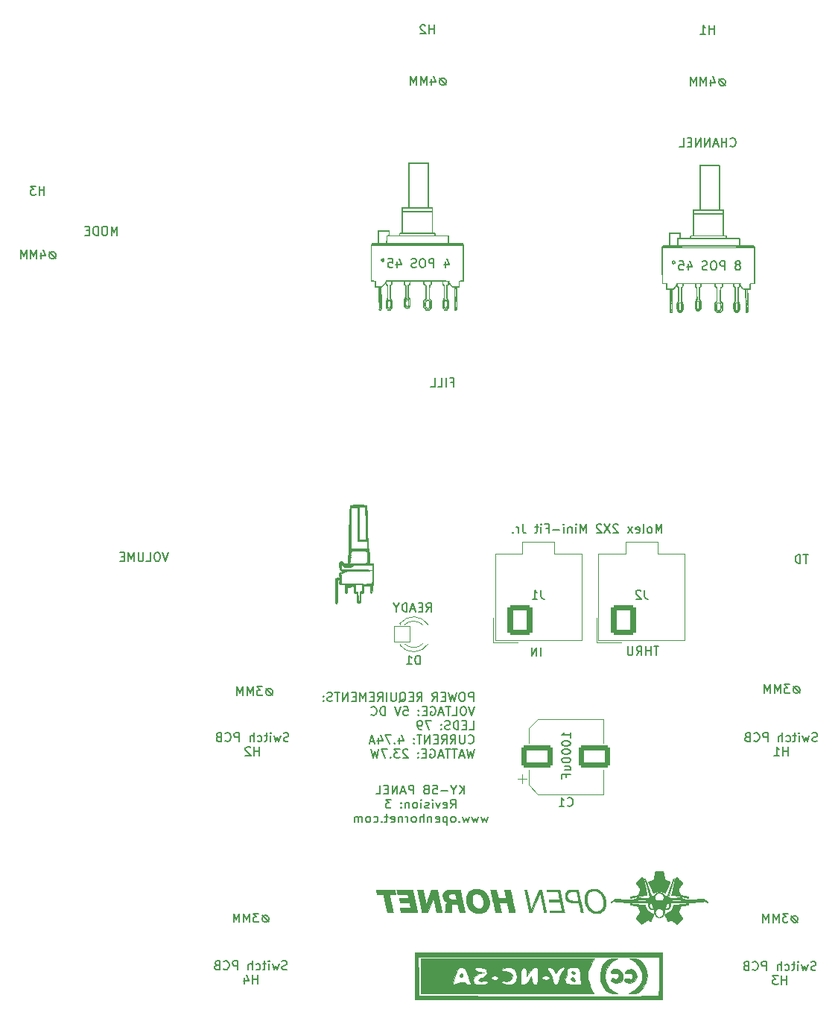
<source format=gbr>
%TF.GenerationSoftware,KiCad,Pcbnew,(6.0.9)*%
%TF.CreationDate,2023-04-01T14:06:34-08:00*%
%TF.ProjectId,KY-58 PANEL,4b592d35-3820-4504-914e-454c2e6b6963,3*%
%TF.SameCoordinates,Original*%
%TF.FileFunction,Legend,Bot*%
%TF.FilePolarity,Positive*%
%FSLAX46Y46*%
G04 Gerber Fmt 4.6, Leading zero omitted, Abs format (unit mm)*
G04 Created by KiCad (PCBNEW (6.0.9)) date 2023-04-01 14:06:34*
%MOMM*%
%LPD*%
G01*
G04 APERTURE LIST*
G04 Aperture macros list*
%AMRoundRect*
0 Rectangle with rounded corners*
0 $1 Rounding radius*
0 $2 $3 $4 $5 $6 $7 $8 $9 X,Y pos of 4 corners*
0 Add a 4 corners polygon primitive as box body*
4,1,4,$2,$3,$4,$5,$6,$7,$8,$9,$2,$3,0*
0 Add four circle primitives for the rounded corners*
1,1,$1+$1,$2,$3*
1,1,$1+$1,$4,$5*
1,1,$1+$1,$6,$7*
1,1,$1+$1,$8,$9*
0 Add four rect primitives between the rounded corners*
20,1,$1+$1,$2,$3,$4,$5,0*
20,1,$1+$1,$4,$5,$6,$7,0*
20,1,$1+$1,$6,$7,$8,$9,0*
20,1,$1+$1,$8,$9,$2,$3,0*%
G04 Aperture macros list end*
%ADD10C,0.150000*%
%ADD11C,0.010000*%
%ADD12C,0.120000*%
%ADD13C,2.481250*%
%ADD14C,7.640752*%
%ADD15C,3.300000*%
%ADD16RoundRect,0.050000X-0.900000X-0.900000X0.900000X-0.900000X0.900000X0.900000X-0.900000X0.900000X0*%
%ADD17C,1.900000*%
%ADD18RoundRect,0.300001X-1.099999X-1.399999X1.099999X-1.399999X1.099999X1.399999X-1.099999X1.399999X0*%
%ADD19O,2.800000X3.400000*%
%ADD20RoundRect,0.300000X-1.500000X-1.000000X1.500000X-1.000000X1.500000X1.000000X-1.500000X1.000000X0*%
G04 APERTURE END LIST*
D10*
X138004761Y-60660714D02*
X138004761Y-61327380D01*
X138242857Y-60279761D02*
X138480952Y-60994047D01*
X137861904Y-60994047D01*
X136719047Y-61327380D02*
X136719047Y-60327380D01*
X136338095Y-60327380D01*
X136242857Y-60375000D01*
X136195238Y-60422619D01*
X136147619Y-60517857D01*
X136147619Y-60660714D01*
X136195238Y-60755952D01*
X136242857Y-60803571D01*
X136338095Y-60851190D01*
X136719047Y-60851190D01*
X135528571Y-60327380D02*
X135338095Y-60327380D01*
X135242857Y-60375000D01*
X135147619Y-60470238D01*
X135100000Y-60660714D01*
X135100000Y-60994047D01*
X135147619Y-61184523D01*
X135242857Y-61279761D01*
X135338095Y-61327380D01*
X135528571Y-61327380D01*
X135623809Y-61279761D01*
X135719047Y-61184523D01*
X135766666Y-60994047D01*
X135766666Y-60660714D01*
X135719047Y-60470238D01*
X135623809Y-60375000D01*
X135528571Y-60327380D01*
X134719047Y-61279761D02*
X134576190Y-61327380D01*
X134338095Y-61327380D01*
X134242857Y-61279761D01*
X134195238Y-61232142D01*
X134147619Y-61136904D01*
X134147619Y-61041666D01*
X134195238Y-60946428D01*
X134242857Y-60898809D01*
X134338095Y-60851190D01*
X134528571Y-60803571D01*
X134623809Y-60755952D01*
X134671428Y-60708333D01*
X134719047Y-60613095D01*
X134719047Y-60517857D01*
X134671428Y-60422619D01*
X134623809Y-60375000D01*
X134528571Y-60327380D01*
X134290476Y-60327380D01*
X134147619Y-60375000D01*
X132528571Y-60660714D02*
X132528571Y-61327380D01*
X132766666Y-60279761D02*
X133004761Y-60994047D01*
X132385714Y-60994047D01*
X131528571Y-60327380D02*
X132004761Y-60327380D01*
X132052380Y-60803571D01*
X132004761Y-60755952D01*
X131909523Y-60708333D01*
X131671428Y-60708333D01*
X131576190Y-60755952D01*
X131528571Y-60803571D01*
X131480952Y-60898809D01*
X131480952Y-61136904D01*
X131528571Y-61232142D01*
X131576190Y-61279761D01*
X131671428Y-61327380D01*
X131909523Y-61327380D01*
X132004761Y-61279761D01*
X132052380Y-61232142D01*
X130909523Y-60327380D02*
X131004761Y-60375000D01*
X131052380Y-60470238D01*
X131004761Y-60565476D01*
X130909523Y-60613095D01*
X130814285Y-60565476D01*
X130766666Y-60470238D01*
X130814285Y-60375000D01*
X130909523Y-60327380D01*
X140181980Y-121143380D02*
X140181980Y-120143380D01*
X139610552Y-121143380D02*
X140039123Y-120571952D01*
X139610552Y-120143380D02*
X140181980Y-120714809D01*
X138991504Y-120667190D02*
X138991504Y-121143380D01*
X139324838Y-120143380D02*
X138991504Y-120667190D01*
X138658171Y-120143380D01*
X138324838Y-120762428D02*
X137562933Y-120762428D01*
X136610552Y-120143380D02*
X137086742Y-120143380D01*
X137134361Y-120619571D01*
X137086742Y-120571952D01*
X136991504Y-120524333D01*
X136753409Y-120524333D01*
X136658171Y-120571952D01*
X136610552Y-120619571D01*
X136562933Y-120714809D01*
X136562933Y-120952904D01*
X136610552Y-121048142D01*
X136658171Y-121095761D01*
X136753409Y-121143380D01*
X136991504Y-121143380D01*
X137086742Y-121095761D01*
X137134361Y-121048142D01*
X135991504Y-120571952D02*
X136086742Y-120524333D01*
X136134361Y-120476714D01*
X136181980Y-120381476D01*
X136181980Y-120333857D01*
X136134361Y-120238619D01*
X136086742Y-120191000D01*
X135991504Y-120143380D01*
X135801028Y-120143380D01*
X135705790Y-120191000D01*
X135658171Y-120238619D01*
X135610552Y-120333857D01*
X135610552Y-120381476D01*
X135658171Y-120476714D01*
X135705790Y-120524333D01*
X135801028Y-120571952D01*
X135991504Y-120571952D01*
X136086742Y-120619571D01*
X136134361Y-120667190D01*
X136181980Y-120762428D01*
X136181980Y-120952904D01*
X136134361Y-121048142D01*
X136086742Y-121095761D01*
X135991504Y-121143380D01*
X135801028Y-121143380D01*
X135705790Y-121095761D01*
X135658171Y-121048142D01*
X135610552Y-120952904D01*
X135610552Y-120762428D01*
X135658171Y-120667190D01*
X135705790Y-120619571D01*
X135801028Y-120571952D01*
X134420076Y-121143380D02*
X134420076Y-120143380D01*
X134039123Y-120143380D01*
X133943885Y-120191000D01*
X133896266Y-120238619D01*
X133848647Y-120333857D01*
X133848647Y-120476714D01*
X133896266Y-120571952D01*
X133943885Y-120619571D01*
X134039123Y-120667190D01*
X134420076Y-120667190D01*
X133467695Y-120857666D02*
X132991504Y-120857666D01*
X133562933Y-121143380D02*
X133229600Y-120143380D01*
X132896266Y-121143380D01*
X132562933Y-121143380D02*
X132562933Y-120143380D01*
X131991504Y-121143380D01*
X131991504Y-120143380D01*
X131515314Y-120619571D02*
X131181980Y-120619571D01*
X131039123Y-121143380D02*
X131515314Y-121143380D01*
X131515314Y-120143380D01*
X131039123Y-120143380D01*
X130134361Y-121143380D02*
X130610552Y-121143380D01*
X130610552Y-120143380D01*
X138610552Y-122753380D02*
X138943885Y-122277190D01*
X139181980Y-122753380D02*
X139181980Y-121753380D01*
X138801028Y-121753380D01*
X138705790Y-121801000D01*
X138658171Y-121848619D01*
X138610552Y-121943857D01*
X138610552Y-122086714D01*
X138658171Y-122181952D01*
X138705790Y-122229571D01*
X138801028Y-122277190D01*
X139181980Y-122277190D01*
X137801028Y-122705761D02*
X137896266Y-122753380D01*
X138086742Y-122753380D01*
X138181980Y-122705761D01*
X138229600Y-122610523D01*
X138229600Y-122229571D01*
X138181980Y-122134333D01*
X138086742Y-122086714D01*
X137896266Y-122086714D01*
X137801028Y-122134333D01*
X137753409Y-122229571D01*
X137753409Y-122324809D01*
X138229600Y-122420047D01*
X137420076Y-122086714D02*
X137181980Y-122753380D01*
X136943885Y-122086714D01*
X136562933Y-122753380D02*
X136562933Y-122086714D01*
X136562933Y-121753380D02*
X136610552Y-121801000D01*
X136562933Y-121848619D01*
X136515314Y-121801000D01*
X136562933Y-121753380D01*
X136562933Y-121848619D01*
X136134361Y-122705761D02*
X136039123Y-122753380D01*
X135848647Y-122753380D01*
X135753409Y-122705761D01*
X135705790Y-122610523D01*
X135705790Y-122562904D01*
X135753409Y-122467666D01*
X135848647Y-122420047D01*
X135991504Y-122420047D01*
X136086742Y-122372428D01*
X136134361Y-122277190D01*
X136134361Y-122229571D01*
X136086742Y-122134333D01*
X135991504Y-122086714D01*
X135848647Y-122086714D01*
X135753409Y-122134333D01*
X135277219Y-122753380D02*
X135277219Y-122086714D01*
X135277219Y-121753380D02*
X135324838Y-121801000D01*
X135277219Y-121848619D01*
X135229600Y-121801000D01*
X135277219Y-121753380D01*
X135277219Y-121848619D01*
X134658171Y-122753380D02*
X134753409Y-122705761D01*
X134801028Y-122658142D01*
X134848647Y-122562904D01*
X134848647Y-122277190D01*
X134801028Y-122181952D01*
X134753409Y-122134333D01*
X134658171Y-122086714D01*
X134515314Y-122086714D01*
X134420076Y-122134333D01*
X134372457Y-122181952D01*
X134324838Y-122277190D01*
X134324838Y-122562904D01*
X134372457Y-122658142D01*
X134420076Y-122705761D01*
X134515314Y-122753380D01*
X134658171Y-122753380D01*
X133896266Y-122086714D02*
X133896266Y-122753380D01*
X133896266Y-122181952D02*
X133848647Y-122134333D01*
X133753409Y-122086714D01*
X133610552Y-122086714D01*
X133515314Y-122134333D01*
X133467695Y-122229571D01*
X133467695Y-122753380D01*
X132991504Y-122658142D02*
X132943885Y-122705761D01*
X132991504Y-122753380D01*
X133039123Y-122705761D01*
X132991504Y-122658142D01*
X132991504Y-122753380D01*
X132991504Y-122134333D02*
X132943885Y-122181952D01*
X132991504Y-122229571D01*
X133039123Y-122181952D01*
X132991504Y-122134333D01*
X132991504Y-122229571D01*
X131848647Y-121753380D02*
X131229600Y-121753380D01*
X131562933Y-122134333D01*
X131420076Y-122134333D01*
X131324838Y-122181952D01*
X131277219Y-122229571D01*
X131229600Y-122324809D01*
X131229600Y-122562904D01*
X131277219Y-122658142D01*
X131324838Y-122705761D01*
X131420076Y-122753380D01*
X131705790Y-122753380D01*
X131801028Y-122705761D01*
X131848647Y-122658142D01*
X142848647Y-123696714D02*
X142658171Y-124363380D01*
X142467695Y-123887190D01*
X142277219Y-124363380D01*
X142086742Y-123696714D01*
X141801028Y-123696714D02*
X141610552Y-124363380D01*
X141420076Y-123887190D01*
X141229600Y-124363380D01*
X141039123Y-123696714D01*
X140753409Y-123696714D02*
X140562933Y-124363380D01*
X140372457Y-123887190D01*
X140181980Y-124363380D01*
X139991504Y-123696714D01*
X139610552Y-124268142D02*
X139562933Y-124315761D01*
X139610552Y-124363380D01*
X139658171Y-124315761D01*
X139610552Y-124268142D01*
X139610552Y-124363380D01*
X138991504Y-124363380D02*
X139086742Y-124315761D01*
X139134361Y-124268142D01*
X139181980Y-124172904D01*
X139181980Y-123887190D01*
X139134361Y-123791952D01*
X139086742Y-123744333D01*
X138991504Y-123696714D01*
X138848647Y-123696714D01*
X138753409Y-123744333D01*
X138705790Y-123791952D01*
X138658171Y-123887190D01*
X138658171Y-124172904D01*
X138705790Y-124268142D01*
X138753409Y-124315761D01*
X138848647Y-124363380D01*
X138991504Y-124363380D01*
X138229600Y-123696714D02*
X138229600Y-124696714D01*
X138229600Y-123744333D02*
X138134361Y-123696714D01*
X137943885Y-123696714D01*
X137848647Y-123744333D01*
X137801028Y-123791952D01*
X137753409Y-123887190D01*
X137753409Y-124172904D01*
X137801028Y-124268142D01*
X137848647Y-124315761D01*
X137943885Y-124363380D01*
X138134361Y-124363380D01*
X138229600Y-124315761D01*
X136943885Y-124315761D02*
X137039123Y-124363380D01*
X137229600Y-124363380D01*
X137324838Y-124315761D01*
X137372457Y-124220523D01*
X137372457Y-123839571D01*
X137324838Y-123744333D01*
X137229600Y-123696714D01*
X137039123Y-123696714D01*
X136943885Y-123744333D01*
X136896266Y-123839571D01*
X136896266Y-123934809D01*
X137372457Y-124030047D01*
X136467695Y-123696714D02*
X136467695Y-124363380D01*
X136467695Y-123791952D02*
X136420076Y-123744333D01*
X136324838Y-123696714D01*
X136181980Y-123696714D01*
X136086742Y-123744333D01*
X136039123Y-123839571D01*
X136039123Y-124363380D01*
X135562933Y-124363380D02*
X135562933Y-123363380D01*
X135134361Y-124363380D02*
X135134361Y-123839571D01*
X135181980Y-123744333D01*
X135277219Y-123696714D01*
X135420076Y-123696714D01*
X135515314Y-123744333D01*
X135562933Y-123791952D01*
X134515314Y-124363380D02*
X134610552Y-124315761D01*
X134658171Y-124268142D01*
X134705790Y-124172904D01*
X134705790Y-123887190D01*
X134658171Y-123791952D01*
X134610552Y-123744333D01*
X134515314Y-123696714D01*
X134372457Y-123696714D01*
X134277219Y-123744333D01*
X134229600Y-123791952D01*
X134181980Y-123887190D01*
X134181980Y-124172904D01*
X134229600Y-124268142D01*
X134277219Y-124315761D01*
X134372457Y-124363380D01*
X134515314Y-124363380D01*
X133753409Y-124363380D02*
X133753409Y-123696714D01*
X133753409Y-123887190D02*
X133705790Y-123791952D01*
X133658171Y-123744333D01*
X133562933Y-123696714D01*
X133467695Y-123696714D01*
X133134361Y-123696714D02*
X133134361Y-124363380D01*
X133134361Y-123791952D02*
X133086742Y-123744333D01*
X132991504Y-123696714D01*
X132848647Y-123696714D01*
X132753409Y-123744333D01*
X132705790Y-123839571D01*
X132705790Y-124363380D01*
X131848647Y-124315761D02*
X131943885Y-124363380D01*
X132134361Y-124363380D01*
X132229600Y-124315761D01*
X132277219Y-124220523D01*
X132277219Y-123839571D01*
X132229600Y-123744333D01*
X132134361Y-123696714D01*
X131943885Y-123696714D01*
X131848647Y-123744333D01*
X131801028Y-123839571D01*
X131801028Y-123934809D01*
X132277219Y-124030047D01*
X131515314Y-123696714D02*
X131134361Y-123696714D01*
X131372457Y-123363380D02*
X131372457Y-124220523D01*
X131324838Y-124315761D01*
X131229600Y-124363380D01*
X131134361Y-124363380D01*
X130801028Y-124268142D02*
X130753409Y-124315761D01*
X130801028Y-124363380D01*
X130848647Y-124315761D01*
X130801028Y-124268142D01*
X130801028Y-124363380D01*
X129896266Y-124315761D02*
X129991504Y-124363380D01*
X130181980Y-124363380D01*
X130277219Y-124315761D01*
X130324838Y-124268142D01*
X130372457Y-124172904D01*
X130372457Y-123887190D01*
X130324838Y-123791952D01*
X130277219Y-123744333D01*
X130181980Y-123696714D01*
X129991504Y-123696714D01*
X129896266Y-123744333D01*
X129324838Y-124363380D02*
X129420076Y-124315761D01*
X129467695Y-124268142D01*
X129515314Y-124172904D01*
X129515314Y-123887190D01*
X129467695Y-123791952D01*
X129420076Y-123744333D01*
X129324838Y-123696714D01*
X129181980Y-123696714D01*
X129086742Y-123744333D01*
X129039123Y-123791952D01*
X128991504Y-123887190D01*
X128991504Y-124172904D01*
X129039123Y-124268142D01*
X129086742Y-124315761D01*
X129181980Y-124363380D01*
X129324838Y-124363380D01*
X128562933Y-124363380D02*
X128562933Y-123696714D01*
X128562933Y-123791952D02*
X128515314Y-123744333D01*
X128420076Y-123696714D01*
X128277219Y-123696714D01*
X128181980Y-123744333D01*
X128134361Y-123839571D01*
X128134361Y-124363380D01*
X128134361Y-123839571D02*
X128086742Y-123744333D01*
X127991504Y-123696714D01*
X127848647Y-123696714D01*
X127753409Y-123744333D01*
X127705790Y-123839571D01*
X127705790Y-124363380D01*
X117664285Y-134940476D02*
X117473809Y-134940476D01*
X117283333Y-135035714D01*
X117188095Y-135226190D01*
X117188095Y-135416666D01*
X117283333Y-135607142D01*
X117473809Y-135702380D01*
X117664285Y-135702380D01*
X117854761Y-135607142D01*
X117950000Y-135416666D01*
X117950000Y-135226190D01*
X117854761Y-135035714D01*
X117664285Y-134940476D01*
X117188095Y-134940476D02*
X117950000Y-135702380D01*
X116807142Y-134702380D02*
X116188095Y-134702380D01*
X116521428Y-135083333D01*
X116378571Y-135083333D01*
X116283333Y-135130952D01*
X116235714Y-135178571D01*
X116188095Y-135273809D01*
X116188095Y-135511904D01*
X116235714Y-135607142D01*
X116283333Y-135654761D01*
X116378571Y-135702380D01*
X116664285Y-135702380D01*
X116759523Y-135654761D01*
X116807142Y-135607142D01*
X115759523Y-135702380D02*
X115759523Y-134702380D01*
X115426190Y-135416666D01*
X115092857Y-134702380D01*
X115092857Y-135702380D01*
X114616666Y-135702380D02*
X114616666Y-134702380D01*
X114283333Y-135416666D01*
X113950000Y-134702380D01*
X113950000Y-135702380D01*
X120205638Y-115131161D02*
X120062780Y-115178780D01*
X119824685Y-115178780D01*
X119729447Y-115131161D01*
X119681828Y-115083542D01*
X119634209Y-114988304D01*
X119634209Y-114893066D01*
X119681828Y-114797828D01*
X119729447Y-114750209D01*
X119824685Y-114702590D01*
X120015161Y-114654971D01*
X120110400Y-114607352D01*
X120158019Y-114559733D01*
X120205638Y-114464495D01*
X120205638Y-114369257D01*
X120158019Y-114274019D01*
X120110400Y-114226400D01*
X120015161Y-114178780D01*
X119777066Y-114178780D01*
X119634209Y-114226400D01*
X119300876Y-114512114D02*
X119110400Y-115178780D01*
X118919923Y-114702590D01*
X118729447Y-115178780D01*
X118538971Y-114512114D01*
X118158019Y-115178780D02*
X118158019Y-114512114D01*
X118158019Y-114178780D02*
X118205638Y-114226400D01*
X118158019Y-114274019D01*
X118110400Y-114226400D01*
X118158019Y-114178780D01*
X118158019Y-114274019D01*
X117824685Y-114512114D02*
X117443733Y-114512114D01*
X117681828Y-114178780D02*
X117681828Y-115035923D01*
X117634209Y-115131161D01*
X117538971Y-115178780D01*
X117443733Y-115178780D01*
X116681828Y-115131161D02*
X116777066Y-115178780D01*
X116967542Y-115178780D01*
X117062780Y-115131161D01*
X117110400Y-115083542D01*
X117158019Y-114988304D01*
X117158019Y-114702590D01*
X117110400Y-114607352D01*
X117062780Y-114559733D01*
X116967542Y-114512114D01*
X116777066Y-114512114D01*
X116681828Y-114559733D01*
X116253257Y-115178780D02*
X116253257Y-114178780D01*
X115824685Y-115178780D02*
X115824685Y-114654971D01*
X115872304Y-114559733D01*
X115967542Y-114512114D01*
X116110400Y-114512114D01*
X116205638Y-114559733D01*
X116253257Y-114607352D01*
X114586590Y-115178780D02*
X114586590Y-114178780D01*
X114205638Y-114178780D01*
X114110400Y-114226400D01*
X114062780Y-114274019D01*
X114015161Y-114369257D01*
X114015161Y-114512114D01*
X114062780Y-114607352D01*
X114110400Y-114654971D01*
X114205638Y-114702590D01*
X114586590Y-114702590D01*
X113015161Y-115083542D02*
X113062780Y-115131161D01*
X113205638Y-115178780D01*
X113300876Y-115178780D01*
X113443733Y-115131161D01*
X113538971Y-115035923D01*
X113586590Y-114940685D01*
X113634209Y-114750209D01*
X113634209Y-114607352D01*
X113586590Y-114416876D01*
X113538971Y-114321638D01*
X113443733Y-114226400D01*
X113300876Y-114178780D01*
X113205638Y-114178780D01*
X113062780Y-114226400D01*
X113015161Y-114274019D01*
X112253257Y-114654971D02*
X112110400Y-114702590D01*
X112062780Y-114750209D01*
X112015161Y-114845447D01*
X112015161Y-114988304D01*
X112062780Y-115083542D01*
X112110400Y-115131161D01*
X112205638Y-115178780D01*
X112586590Y-115178780D01*
X112586590Y-114178780D01*
X112253257Y-114178780D01*
X112158019Y-114226400D01*
X112110400Y-114274019D01*
X112062780Y-114369257D01*
X112062780Y-114464495D01*
X112110400Y-114559733D01*
X112158019Y-114607352D01*
X112253257Y-114654971D01*
X112586590Y-114654971D01*
X116872304Y-116788780D02*
X116872304Y-115788780D01*
X116872304Y-116264971D02*
X116300876Y-116264971D01*
X116300876Y-116788780D02*
X116300876Y-115788780D01*
X115872304Y-115884019D02*
X115824685Y-115836400D01*
X115729447Y-115788780D01*
X115491352Y-115788780D01*
X115396114Y-115836400D01*
X115348495Y-115884019D01*
X115300876Y-115979257D01*
X115300876Y-116074495D01*
X115348495Y-116217352D01*
X115919923Y-116788780D01*
X115300876Y-116788780D01*
X93464285Y-59565476D02*
X93273809Y-59565476D01*
X93083333Y-59660714D01*
X92988095Y-59851190D01*
X92988095Y-60041666D01*
X93083333Y-60232142D01*
X93273809Y-60327380D01*
X93464285Y-60327380D01*
X93654761Y-60232142D01*
X93750000Y-60041666D01*
X93750000Y-59851190D01*
X93654761Y-59660714D01*
X93464285Y-59565476D01*
X92988095Y-59565476D02*
X93750000Y-60327380D01*
X92083333Y-59660714D02*
X92083333Y-60327380D01*
X92321428Y-59279761D02*
X92559523Y-59994047D01*
X91940476Y-59994047D01*
X91559523Y-60327380D02*
X91559523Y-59327380D01*
X91226190Y-60041666D01*
X90892857Y-59327380D01*
X90892857Y-60327380D01*
X90416666Y-60327380D02*
X90416666Y-59327380D01*
X90083333Y-60041666D01*
X89750000Y-59327380D01*
X89750000Y-60327380D01*
X141218604Y-110592580D02*
X141218604Y-109592580D01*
X140837652Y-109592580D01*
X140742414Y-109640200D01*
X140694795Y-109687819D01*
X140647176Y-109783057D01*
X140647176Y-109925914D01*
X140694795Y-110021152D01*
X140742414Y-110068771D01*
X140837652Y-110116390D01*
X141218604Y-110116390D01*
X140028128Y-109592580D02*
X139837652Y-109592580D01*
X139742414Y-109640200D01*
X139647176Y-109735438D01*
X139599557Y-109925914D01*
X139599557Y-110259247D01*
X139647176Y-110449723D01*
X139742414Y-110544961D01*
X139837652Y-110592580D01*
X140028128Y-110592580D01*
X140123366Y-110544961D01*
X140218604Y-110449723D01*
X140266223Y-110259247D01*
X140266223Y-109925914D01*
X140218604Y-109735438D01*
X140123366Y-109640200D01*
X140028128Y-109592580D01*
X139266223Y-109592580D02*
X139028128Y-110592580D01*
X138837652Y-109878295D01*
X138647176Y-110592580D01*
X138409080Y-109592580D01*
X138028128Y-110068771D02*
X137694795Y-110068771D01*
X137551938Y-110592580D02*
X138028128Y-110592580D01*
X138028128Y-109592580D01*
X137551938Y-109592580D01*
X136551938Y-110592580D02*
X136885271Y-110116390D01*
X137123366Y-110592580D02*
X137123366Y-109592580D01*
X136742414Y-109592580D01*
X136647176Y-109640200D01*
X136599557Y-109687819D01*
X136551938Y-109783057D01*
X136551938Y-109925914D01*
X136599557Y-110021152D01*
X136647176Y-110068771D01*
X136742414Y-110116390D01*
X137123366Y-110116390D01*
X134790033Y-110592580D02*
X135123366Y-110116390D01*
X135361461Y-110592580D02*
X135361461Y-109592580D01*
X134980509Y-109592580D01*
X134885271Y-109640200D01*
X134837652Y-109687819D01*
X134790033Y-109783057D01*
X134790033Y-109925914D01*
X134837652Y-110021152D01*
X134885271Y-110068771D01*
X134980509Y-110116390D01*
X135361461Y-110116390D01*
X134361461Y-110068771D02*
X134028128Y-110068771D01*
X133885271Y-110592580D02*
X134361461Y-110592580D01*
X134361461Y-109592580D01*
X133885271Y-109592580D01*
X132790033Y-110687819D02*
X132885271Y-110640200D01*
X132980509Y-110544961D01*
X133123366Y-110402104D01*
X133218604Y-110354485D01*
X133313842Y-110354485D01*
X133266223Y-110592580D02*
X133361461Y-110544961D01*
X133456700Y-110449723D01*
X133504319Y-110259247D01*
X133504319Y-109925914D01*
X133456700Y-109735438D01*
X133361461Y-109640200D01*
X133266223Y-109592580D01*
X133075747Y-109592580D01*
X132980509Y-109640200D01*
X132885271Y-109735438D01*
X132837652Y-109925914D01*
X132837652Y-110259247D01*
X132885271Y-110449723D01*
X132980509Y-110544961D01*
X133075747Y-110592580D01*
X133266223Y-110592580D01*
X132409080Y-109592580D02*
X132409080Y-110402104D01*
X132361461Y-110497342D01*
X132313842Y-110544961D01*
X132218604Y-110592580D01*
X132028128Y-110592580D01*
X131932890Y-110544961D01*
X131885271Y-110497342D01*
X131837652Y-110402104D01*
X131837652Y-109592580D01*
X131361461Y-110592580D02*
X131361461Y-109592580D01*
X130313842Y-110592580D02*
X130647176Y-110116390D01*
X130885271Y-110592580D02*
X130885271Y-109592580D01*
X130504319Y-109592580D01*
X130409080Y-109640200D01*
X130361461Y-109687819D01*
X130313842Y-109783057D01*
X130313842Y-109925914D01*
X130361461Y-110021152D01*
X130409080Y-110068771D01*
X130504319Y-110116390D01*
X130885271Y-110116390D01*
X129885271Y-110068771D02*
X129551938Y-110068771D01*
X129409080Y-110592580D02*
X129885271Y-110592580D01*
X129885271Y-109592580D01*
X129409080Y-109592580D01*
X128980509Y-110592580D02*
X128980509Y-109592580D01*
X128647176Y-110306866D01*
X128313842Y-109592580D01*
X128313842Y-110592580D01*
X127837652Y-110068771D02*
X127504319Y-110068771D01*
X127361461Y-110592580D02*
X127837652Y-110592580D01*
X127837652Y-109592580D01*
X127361461Y-109592580D01*
X126932890Y-110592580D02*
X126932890Y-109592580D01*
X126361461Y-110592580D01*
X126361461Y-109592580D01*
X126028128Y-109592580D02*
X125456700Y-109592580D01*
X125742414Y-110592580D02*
X125742414Y-109592580D01*
X125170985Y-110544961D02*
X125028128Y-110592580D01*
X124790033Y-110592580D01*
X124694795Y-110544961D01*
X124647176Y-110497342D01*
X124599557Y-110402104D01*
X124599557Y-110306866D01*
X124647176Y-110211628D01*
X124694795Y-110164009D01*
X124790033Y-110116390D01*
X124980509Y-110068771D01*
X125075747Y-110021152D01*
X125123366Y-109973533D01*
X125170985Y-109878295D01*
X125170985Y-109783057D01*
X125123366Y-109687819D01*
X125075747Y-109640200D01*
X124980509Y-109592580D01*
X124742414Y-109592580D01*
X124599557Y-109640200D01*
X124170985Y-110497342D02*
X124123366Y-110544961D01*
X124170985Y-110592580D01*
X124218604Y-110544961D01*
X124170985Y-110497342D01*
X124170985Y-110592580D01*
X124170985Y-109973533D02*
X124123366Y-110021152D01*
X124170985Y-110068771D01*
X124218604Y-110021152D01*
X124170985Y-109973533D01*
X124170985Y-110068771D01*
X141361461Y-111202580D02*
X141028128Y-112202580D01*
X140694795Y-111202580D01*
X140170985Y-111202580D02*
X139980509Y-111202580D01*
X139885271Y-111250200D01*
X139790033Y-111345438D01*
X139742414Y-111535914D01*
X139742414Y-111869247D01*
X139790033Y-112059723D01*
X139885271Y-112154961D01*
X139980509Y-112202580D01*
X140170985Y-112202580D01*
X140266223Y-112154961D01*
X140361461Y-112059723D01*
X140409080Y-111869247D01*
X140409080Y-111535914D01*
X140361461Y-111345438D01*
X140266223Y-111250200D01*
X140170985Y-111202580D01*
X138837652Y-112202580D02*
X139313842Y-112202580D01*
X139313842Y-111202580D01*
X138647176Y-111202580D02*
X138075747Y-111202580D01*
X138361461Y-112202580D02*
X138361461Y-111202580D01*
X137790033Y-111916866D02*
X137313842Y-111916866D01*
X137885271Y-112202580D02*
X137551938Y-111202580D01*
X137218604Y-112202580D01*
X136361461Y-111250200D02*
X136456700Y-111202580D01*
X136599557Y-111202580D01*
X136742414Y-111250200D01*
X136837652Y-111345438D01*
X136885271Y-111440676D01*
X136932890Y-111631152D01*
X136932890Y-111774009D01*
X136885271Y-111964485D01*
X136837652Y-112059723D01*
X136742414Y-112154961D01*
X136599557Y-112202580D01*
X136504319Y-112202580D01*
X136361461Y-112154961D01*
X136313842Y-112107342D01*
X136313842Y-111774009D01*
X136504319Y-111774009D01*
X135885271Y-111678771D02*
X135551938Y-111678771D01*
X135409080Y-112202580D02*
X135885271Y-112202580D01*
X135885271Y-111202580D01*
X135409080Y-111202580D01*
X134980509Y-112107342D02*
X134932890Y-112154961D01*
X134980509Y-112202580D01*
X135028128Y-112154961D01*
X134980509Y-112107342D01*
X134980509Y-112202580D01*
X134980509Y-111583533D02*
X134932890Y-111631152D01*
X134980509Y-111678771D01*
X135028128Y-111631152D01*
X134980509Y-111583533D01*
X134980509Y-111678771D01*
X133266223Y-111202580D02*
X133742414Y-111202580D01*
X133790033Y-111678771D01*
X133742414Y-111631152D01*
X133647176Y-111583533D01*
X133409080Y-111583533D01*
X133313842Y-111631152D01*
X133266223Y-111678771D01*
X133218604Y-111774009D01*
X133218604Y-112012104D01*
X133266223Y-112107342D01*
X133313842Y-112154961D01*
X133409080Y-112202580D01*
X133647176Y-112202580D01*
X133742414Y-112154961D01*
X133790033Y-112107342D01*
X132932890Y-111202580D02*
X132599557Y-112202580D01*
X132266223Y-111202580D01*
X131170985Y-112202580D02*
X131170985Y-111202580D01*
X130932890Y-111202580D01*
X130790033Y-111250200D01*
X130694795Y-111345438D01*
X130647176Y-111440676D01*
X130599557Y-111631152D01*
X130599557Y-111774009D01*
X130647176Y-111964485D01*
X130694795Y-112059723D01*
X130790033Y-112154961D01*
X130932890Y-112202580D01*
X131170985Y-112202580D01*
X129599557Y-112107342D02*
X129647176Y-112154961D01*
X129790033Y-112202580D01*
X129885271Y-112202580D01*
X130028128Y-112154961D01*
X130123366Y-112059723D01*
X130170985Y-111964485D01*
X130218604Y-111774009D01*
X130218604Y-111631152D01*
X130170985Y-111440676D01*
X130123366Y-111345438D01*
X130028128Y-111250200D01*
X129885271Y-111202580D01*
X129790033Y-111202580D01*
X129647176Y-111250200D01*
X129599557Y-111297819D01*
X140742414Y-113812580D02*
X141218604Y-113812580D01*
X141218604Y-112812580D01*
X140409080Y-113288771D02*
X140075747Y-113288771D01*
X139932890Y-113812580D02*
X140409080Y-113812580D01*
X140409080Y-112812580D01*
X139932890Y-112812580D01*
X139504319Y-113812580D02*
X139504319Y-112812580D01*
X139266223Y-112812580D01*
X139123366Y-112860200D01*
X139028128Y-112955438D01*
X138980509Y-113050676D01*
X138932890Y-113241152D01*
X138932890Y-113384009D01*
X138980509Y-113574485D01*
X139028128Y-113669723D01*
X139123366Y-113764961D01*
X139266223Y-113812580D01*
X139504319Y-113812580D01*
X138551938Y-113764961D02*
X138409080Y-113812580D01*
X138170985Y-113812580D01*
X138075747Y-113764961D01*
X138028128Y-113717342D01*
X137980509Y-113622104D01*
X137980509Y-113526866D01*
X138028128Y-113431628D01*
X138075747Y-113384009D01*
X138170985Y-113336390D01*
X138361461Y-113288771D01*
X138456700Y-113241152D01*
X138504319Y-113193533D01*
X138551938Y-113098295D01*
X138551938Y-113003057D01*
X138504319Y-112907819D01*
X138456700Y-112860200D01*
X138361461Y-112812580D01*
X138123366Y-112812580D01*
X137980509Y-112860200D01*
X137551938Y-113717342D02*
X137504319Y-113764961D01*
X137551938Y-113812580D01*
X137599557Y-113764961D01*
X137551938Y-113717342D01*
X137551938Y-113812580D01*
X137551938Y-113193533D02*
X137504319Y-113241152D01*
X137551938Y-113288771D01*
X137599557Y-113241152D01*
X137551938Y-113193533D01*
X137551938Y-113288771D01*
X136409080Y-112812580D02*
X135742414Y-112812580D01*
X136170985Y-113812580D01*
X135313842Y-113812580D02*
X135123366Y-113812580D01*
X135028128Y-113764961D01*
X134980509Y-113717342D01*
X134885271Y-113574485D01*
X134837652Y-113384009D01*
X134837652Y-113003057D01*
X134885271Y-112907819D01*
X134932890Y-112860200D01*
X135028128Y-112812580D01*
X135218604Y-112812580D01*
X135313842Y-112860200D01*
X135361461Y-112907819D01*
X135409080Y-113003057D01*
X135409080Y-113241152D01*
X135361461Y-113336390D01*
X135313842Y-113384009D01*
X135218604Y-113431628D01*
X135028128Y-113431628D01*
X134932890Y-113384009D01*
X134885271Y-113336390D01*
X134837652Y-113241152D01*
X140647176Y-115327342D02*
X140694795Y-115374961D01*
X140837652Y-115422580D01*
X140932890Y-115422580D01*
X141075747Y-115374961D01*
X141170985Y-115279723D01*
X141218604Y-115184485D01*
X141266223Y-114994009D01*
X141266223Y-114851152D01*
X141218604Y-114660676D01*
X141170985Y-114565438D01*
X141075747Y-114470200D01*
X140932890Y-114422580D01*
X140837652Y-114422580D01*
X140694795Y-114470200D01*
X140647176Y-114517819D01*
X140218604Y-114422580D02*
X140218604Y-115232104D01*
X140170985Y-115327342D01*
X140123366Y-115374961D01*
X140028128Y-115422580D01*
X139837652Y-115422580D01*
X139742414Y-115374961D01*
X139694795Y-115327342D01*
X139647176Y-115232104D01*
X139647176Y-114422580D01*
X138599557Y-115422580D02*
X138932890Y-114946390D01*
X139170985Y-115422580D02*
X139170985Y-114422580D01*
X138790033Y-114422580D01*
X138694795Y-114470200D01*
X138647176Y-114517819D01*
X138599557Y-114613057D01*
X138599557Y-114755914D01*
X138647176Y-114851152D01*
X138694795Y-114898771D01*
X138790033Y-114946390D01*
X139170985Y-114946390D01*
X137599557Y-115422580D02*
X137932890Y-114946390D01*
X138170985Y-115422580D02*
X138170985Y-114422580D01*
X137790033Y-114422580D01*
X137694795Y-114470200D01*
X137647176Y-114517819D01*
X137599557Y-114613057D01*
X137599557Y-114755914D01*
X137647176Y-114851152D01*
X137694795Y-114898771D01*
X137790033Y-114946390D01*
X138170985Y-114946390D01*
X137170985Y-114898771D02*
X136837652Y-114898771D01*
X136694795Y-115422580D02*
X137170985Y-115422580D01*
X137170985Y-114422580D01*
X136694795Y-114422580D01*
X136266223Y-115422580D02*
X136266223Y-114422580D01*
X135694795Y-115422580D01*
X135694795Y-114422580D01*
X135361461Y-114422580D02*
X134790033Y-114422580D01*
X135075747Y-115422580D02*
X135075747Y-114422580D01*
X134456700Y-115327342D02*
X134409080Y-115374961D01*
X134456700Y-115422580D01*
X134504319Y-115374961D01*
X134456700Y-115327342D01*
X134456700Y-115422580D01*
X134456700Y-114803533D02*
X134409080Y-114851152D01*
X134456700Y-114898771D01*
X134504319Y-114851152D01*
X134456700Y-114803533D01*
X134456700Y-114898771D01*
X132790033Y-114755914D02*
X132790033Y-115422580D01*
X133028128Y-114374961D02*
X133266223Y-115089247D01*
X132647176Y-115089247D01*
X132266223Y-115327342D02*
X132218604Y-115374961D01*
X132266223Y-115422580D01*
X132313842Y-115374961D01*
X132266223Y-115327342D01*
X132266223Y-115422580D01*
X131885271Y-114422580D02*
X131218604Y-114422580D01*
X131647176Y-115422580D01*
X130409080Y-114755914D02*
X130409080Y-115422580D01*
X130647176Y-114374961D02*
X130885271Y-115089247D01*
X130266223Y-115089247D01*
X129932890Y-115136866D02*
X129456700Y-115136866D01*
X130028128Y-115422580D02*
X129694795Y-114422580D01*
X129361461Y-115422580D01*
X141313842Y-116032580D02*
X141075747Y-117032580D01*
X140885271Y-116318295D01*
X140694795Y-117032580D01*
X140456700Y-116032580D01*
X140123366Y-116746866D02*
X139647176Y-116746866D01*
X140218604Y-117032580D02*
X139885271Y-116032580D01*
X139551938Y-117032580D01*
X139361461Y-116032580D02*
X138790033Y-116032580D01*
X139075747Y-117032580D02*
X139075747Y-116032580D01*
X138599557Y-116032580D02*
X138028128Y-116032580D01*
X138313842Y-117032580D02*
X138313842Y-116032580D01*
X137742414Y-116746866D02*
X137266223Y-116746866D01*
X137837652Y-117032580D02*
X137504319Y-116032580D01*
X137170985Y-117032580D01*
X136313842Y-116080200D02*
X136409080Y-116032580D01*
X136551938Y-116032580D01*
X136694795Y-116080200D01*
X136790033Y-116175438D01*
X136837652Y-116270676D01*
X136885271Y-116461152D01*
X136885271Y-116604009D01*
X136837652Y-116794485D01*
X136790033Y-116889723D01*
X136694795Y-116984961D01*
X136551938Y-117032580D01*
X136456700Y-117032580D01*
X136313842Y-116984961D01*
X136266223Y-116937342D01*
X136266223Y-116604009D01*
X136456700Y-116604009D01*
X135837652Y-116508771D02*
X135504319Y-116508771D01*
X135361461Y-117032580D02*
X135837652Y-117032580D01*
X135837652Y-116032580D01*
X135361461Y-116032580D01*
X134932890Y-116937342D02*
X134885271Y-116984961D01*
X134932890Y-117032580D01*
X134980509Y-116984961D01*
X134932890Y-116937342D01*
X134932890Y-117032580D01*
X134932890Y-116413533D02*
X134885271Y-116461152D01*
X134932890Y-116508771D01*
X134980509Y-116461152D01*
X134932890Y-116413533D01*
X134932890Y-116508771D01*
X133742414Y-116127819D02*
X133694795Y-116080200D01*
X133599557Y-116032580D01*
X133361461Y-116032580D01*
X133266223Y-116080200D01*
X133218604Y-116127819D01*
X133170985Y-116223057D01*
X133170985Y-116318295D01*
X133218604Y-116461152D01*
X133790033Y-117032580D01*
X133170985Y-117032580D01*
X132837652Y-116032580D02*
X132218604Y-116032580D01*
X132551938Y-116413533D01*
X132409080Y-116413533D01*
X132313842Y-116461152D01*
X132266223Y-116508771D01*
X132218604Y-116604009D01*
X132218604Y-116842104D01*
X132266223Y-116937342D01*
X132313842Y-116984961D01*
X132409080Y-117032580D01*
X132694795Y-117032580D01*
X132790033Y-116984961D01*
X132837652Y-116937342D01*
X131790033Y-116937342D02*
X131742414Y-116984961D01*
X131790033Y-117032580D01*
X131837652Y-116984961D01*
X131790033Y-116937342D01*
X131790033Y-117032580D01*
X131409080Y-116032580D02*
X130742414Y-116032580D01*
X131170985Y-117032580D01*
X130456700Y-116032580D02*
X130218604Y-117032580D01*
X130028128Y-116318295D01*
X129837652Y-117032580D01*
X129599557Y-116032580D01*
X178016885Y-108925076D02*
X177826409Y-108925076D01*
X177635933Y-109020314D01*
X177540695Y-109210790D01*
X177540695Y-109401266D01*
X177635933Y-109591742D01*
X177826409Y-109686980D01*
X178016885Y-109686980D01*
X178207361Y-109591742D01*
X178302600Y-109401266D01*
X178302600Y-109210790D01*
X178207361Y-109020314D01*
X178016885Y-108925076D01*
X177540695Y-108925076D02*
X178302600Y-109686980D01*
X177159742Y-108686980D02*
X176540695Y-108686980D01*
X176874028Y-109067933D01*
X176731171Y-109067933D01*
X176635933Y-109115552D01*
X176588314Y-109163171D01*
X176540695Y-109258409D01*
X176540695Y-109496504D01*
X176588314Y-109591742D01*
X176635933Y-109639361D01*
X176731171Y-109686980D01*
X177016885Y-109686980D01*
X177112123Y-109639361D01*
X177159742Y-109591742D01*
X176112123Y-109686980D02*
X176112123Y-108686980D01*
X175778790Y-109401266D01*
X175445457Y-108686980D01*
X175445457Y-109686980D01*
X174969266Y-109686980D02*
X174969266Y-108686980D01*
X174635933Y-109401266D01*
X174302600Y-108686980D01*
X174302600Y-109686980D01*
X106559523Y-93702380D02*
X106226190Y-94702380D01*
X105892857Y-93702380D01*
X105369047Y-93702380D02*
X105178571Y-93702380D01*
X105083333Y-93750000D01*
X104988095Y-93845238D01*
X104940476Y-94035714D01*
X104940476Y-94369047D01*
X104988095Y-94559523D01*
X105083333Y-94654761D01*
X105178571Y-94702380D01*
X105369047Y-94702380D01*
X105464285Y-94654761D01*
X105559523Y-94559523D01*
X105607142Y-94369047D01*
X105607142Y-94035714D01*
X105559523Y-93845238D01*
X105464285Y-93750000D01*
X105369047Y-93702380D01*
X104035714Y-94702380D02*
X104511904Y-94702380D01*
X104511904Y-93702380D01*
X103702380Y-93702380D02*
X103702380Y-94511904D01*
X103654761Y-94607142D01*
X103607142Y-94654761D01*
X103511904Y-94702380D01*
X103321428Y-94702380D01*
X103226190Y-94654761D01*
X103178571Y-94607142D01*
X103130952Y-94511904D01*
X103130952Y-93702380D01*
X102654761Y-94702380D02*
X102654761Y-93702380D01*
X102321428Y-94416666D01*
X101988095Y-93702380D01*
X101988095Y-94702380D01*
X101511904Y-94178571D02*
X101178571Y-94178571D01*
X101035714Y-94702380D02*
X101511904Y-94702380D01*
X101511904Y-93702380D01*
X101035714Y-93702380D01*
X100734523Y-57652380D02*
X100734523Y-56652380D01*
X100401190Y-57366666D01*
X100067857Y-56652380D01*
X100067857Y-57652380D01*
X99401190Y-56652380D02*
X99210714Y-56652380D01*
X99115476Y-56700000D01*
X99020238Y-56795238D01*
X98972619Y-56985714D01*
X98972619Y-57319047D01*
X99020238Y-57509523D01*
X99115476Y-57604761D01*
X99210714Y-57652380D01*
X99401190Y-57652380D01*
X99496428Y-57604761D01*
X99591666Y-57509523D01*
X99639285Y-57319047D01*
X99639285Y-56985714D01*
X99591666Y-56795238D01*
X99496428Y-56700000D01*
X99401190Y-56652380D01*
X98544047Y-57652380D02*
X98544047Y-56652380D01*
X98305952Y-56652380D01*
X98163095Y-56700000D01*
X98067857Y-56795238D01*
X98020238Y-56890476D01*
X97972619Y-57080952D01*
X97972619Y-57223809D01*
X98020238Y-57414285D01*
X98067857Y-57509523D01*
X98163095Y-57604761D01*
X98305952Y-57652380D01*
X98544047Y-57652380D01*
X97544047Y-57128571D02*
X97210714Y-57128571D01*
X97067857Y-57652380D02*
X97544047Y-57652380D01*
X97544047Y-56652380D01*
X97067857Y-56652380D01*
X180296238Y-115133561D02*
X180153380Y-115181180D01*
X179915285Y-115181180D01*
X179820047Y-115133561D01*
X179772428Y-115085942D01*
X179724809Y-114990704D01*
X179724809Y-114895466D01*
X179772428Y-114800228D01*
X179820047Y-114752609D01*
X179915285Y-114704990D01*
X180105761Y-114657371D01*
X180201000Y-114609752D01*
X180248619Y-114562133D01*
X180296238Y-114466895D01*
X180296238Y-114371657D01*
X180248619Y-114276419D01*
X180201000Y-114228800D01*
X180105761Y-114181180D01*
X179867666Y-114181180D01*
X179724809Y-114228800D01*
X179391476Y-114514514D02*
X179201000Y-115181180D01*
X179010523Y-114704990D01*
X178820047Y-115181180D01*
X178629571Y-114514514D01*
X178248619Y-115181180D02*
X178248619Y-114514514D01*
X178248619Y-114181180D02*
X178296238Y-114228800D01*
X178248619Y-114276419D01*
X178201000Y-114228800D01*
X178248619Y-114181180D01*
X178248619Y-114276419D01*
X177915285Y-114514514D02*
X177534333Y-114514514D01*
X177772428Y-114181180D02*
X177772428Y-115038323D01*
X177724809Y-115133561D01*
X177629571Y-115181180D01*
X177534333Y-115181180D01*
X176772428Y-115133561D02*
X176867666Y-115181180D01*
X177058142Y-115181180D01*
X177153380Y-115133561D01*
X177201000Y-115085942D01*
X177248619Y-114990704D01*
X177248619Y-114704990D01*
X177201000Y-114609752D01*
X177153380Y-114562133D01*
X177058142Y-114514514D01*
X176867666Y-114514514D01*
X176772428Y-114562133D01*
X176343857Y-115181180D02*
X176343857Y-114181180D01*
X175915285Y-115181180D02*
X175915285Y-114657371D01*
X175962904Y-114562133D01*
X176058142Y-114514514D01*
X176201000Y-114514514D01*
X176296238Y-114562133D01*
X176343857Y-114609752D01*
X174677190Y-115181180D02*
X174677190Y-114181180D01*
X174296238Y-114181180D01*
X174201000Y-114228800D01*
X174153380Y-114276419D01*
X174105761Y-114371657D01*
X174105761Y-114514514D01*
X174153380Y-114609752D01*
X174201000Y-114657371D01*
X174296238Y-114704990D01*
X174677190Y-114704990D01*
X173105761Y-115085942D02*
X173153380Y-115133561D01*
X173296238Y-115181180D01*
X173391476Y-115181180D01*
X173534333Y-115133561D01*
X173629571Y-115038323D01*
X173677190Y-114943085D01*
X173724809Y-114752609D01*
X173724809Y-114609752D01*
X173677190Y-114419276D01*
X173629571Y-114324038D01*
X173534333Y-114228800D01*
X173391476Y-114181180D01*
X173296238Y-114181180D01*
X173153380Y-114228800D01*
X173105761Y-114276419D01*
X172343857Y-114657371D02*
X172201000Y-114704990D01*
X172153380Y-114752609D01*
X172105761Y-114847847D01*
X172105761Y-114990704D01*
X172153380Y-115085942D01*
X172201000Y-115133561D01*
X172296238Y-115181180D01*
X172677190Y-115181180D01*
X172677190Y-114181180D01*
X172343857Y-114181180D01*
X172248619Y-114228800D01*
X172201000Y-114276419D01*
X172153380Y-114371657D01*
X172153380Y-114466895D01*
X172201000Y-114562133D01*
X172248619Y-114609752D01*
X172343857Y-114657371D01*
X172677190Y-114657371D01*
X176962904Y-116791180D02*
X176962904Y-115791180D01*
X176962904Y-116267371D02*
X176391476Y-116267371D01*
X176391476Y-116791180D02*
X176391476Y-115791180D01*
X175391476Y-116791180D02*
X175962904Y-116791180D01*
X175677190Y-116791180D02*
X175677190Y-115791180D01*
X175772428Y-115934038D01*
X175867666Y-116029276D01*
X175962904Y-116076895D01*
X168579704Y-34793180D02*
X168579704Y-33793180D01*
X168579704Y-34269371D02*
X168008276Y-34269371D01*
X168008276Y-34793180D02*
X168008276Y-33793180D01*
X167008276Y-34793180D02*
X167579704Y-34793180D01*
X167293990Y-34793180D02*
X167293990Y-33793180D01*
X167389228Y-33936038D01*
X167484466Y-34031276D01*
X167579704Y-34078895D01*
X177841085Y-134953076D02*
X177650609Y-134953076D01*
X177460133Y-135048314D01*
X177364895Y-135238790D01*
X177364895Y-135429266D01*
X177460133Y-135619742D01*
X177650609Y-135714980D01*
X177841085Y-135714980D01*
X178031561Y-135619742D01*
X178126800Y-135429266D01*
X178126800Y-135238790D01*
X178031561Y-135048314D01*
X177841085Y-134953076D01*
X177364895Y-134953076D02*
X178126800Y-135714980D01*
X176983942Y-134714980D02*
X176364895Y-134714980D01*
X176698228Y-135095933D01*
X176555371Y-135095933D01*
X176460133Y-135143552D01*
X176412514Y-135191171D01*
X176364895Y-135286409D01*
X176364895Y-135524504D01*
X176412514Y-135619742D01*
X176460133Y-135667361D01*
X176555371Y-135714980D01*
X176841085Y-135714980D01*
X176936323Y-135667361D01*
X176983942Y-135619742D01*
X175936323Y-135714980D02*
X175936323Y-134714980D01*
X175602990Y-135429266D01*
X175269657Y-134714980D01*
X175269657Y-135714980D01*
X174793466Y-135714980D02*
X174793466Y-134714980D01*
X174460133Y-135429266D01*
X174126800Y-134714980D01*
X174126800Y-135714980D01*
X138654761Y-74328571D02*
X138988095Y-74328571D01*
X138988095Y-74852380D02*
X138988095Y-73852380D01*
X138511904Y-73852380D01*
X138130952Y-74852380D02*
X138130952Y-73852380D01*
X137178571Y-74852380D02*
X137654761Y-74852380D01*
X137654761Y-73852380D01*
X136369047Y-74852380D02*
X136845238Y-74852380D01*
X136845238Y-73852380D01*
X136753504Y-34767780D02*
X136753504Y-33767780D01*
X136753504Y-34243971D02*
X136182076Y-34243971D01*
X136182076Y-34767780D02*
X136182076Y-33767780D01*
X135753504Y-33863019D02*
X135705885Y-33815400D01*
X135610647Y-33767780D01*
X135372552Y-33767780D01*
X135277314Y-33815400D01*
X135229695Y-33863019D01*
X135182076Y-33958257D01*
X135182076Y-34053495D01*
X135229695Y-34196352D01*
X135801123Y-34767780D01*
X135182076Y-34767780D01*
X169582885Y-39873276D02*
X169392409Y-39873276D01*
X169201933Y-39968514D01*
X169106695Y-40158990D01*
X169106695Y-40349466D01*
X169201933Y-40539942D01*
X169392409Y-40635180D01*
X169582885Y-40635180D01*
X169773361Y-40539942D01*
X169868600Y-40349466D01*
X169868600Y-40158990D01*
X169773361Y-39968514D01*
X169582885Y-39873276D01*
X169106695Y-39873276D02*
X169868600Y-40635180D01*
X168201933Y-39968514D02*
X168201933Y-40635180D01*
X168440028Y-39587561D02*
X168678123Y-40301847D01*
X168059076Y-40301847D01*
X167678123Y-40635180D02*
X167678123Y-39635180D01*
X167344790Y-40349466D01*
X167011457Y-39635180D01*
X167011457Y-40635180D01*
X166535266Y-40635180D02*
X166535266Y-39635180D01*
X166201933Y-40349466D01*
X165868600Y-39635180D01*
X165868600Y-40635180D01*
X180145838Y-141110761D02*
X180002980Y-141158380D01*
X179764885Y-141158380D01*
X179669647Y-141110761D01*
X179622028Y-141063142D01*
X179574409Y-140967904D01*
X179574409Y-140872666D01*
X179622028Y-140777428D01*
X179669647Y-140729809D01*
X179764885Y-140682190D01*
X179955361Y-140634571D01*
X180050600Y-140586952D01*
X180098219Y-140539333D01*
X180145838Y-140444095D01*
X180145838Y-140348857D01*
X180098219Y-140253619D01*
X180050600Y-140206000D01*
X179955361Y-140158380D01*
X179717266Y-140158380D01*
X179574409Y-140206000D01*
X179241076Y-140491714D02*
X179050600Y-141158380D01*
X178860123Y-140682190D01*
X178669647Y-141158380D01*
X178479171Y-140491714D01*
X178098219Y-141158380D02*
X178098219Y-140491714D01*
X178098219Y-140158380D02*
X178145838Y-140206000D01*
X178098219Y-140253619D01*
X178050600Y-140206000D01*
X178098219Y-140158380D01*
X178098219Y-140253619D01*
X177764885Y-140491714D02*
X177383933Y-140491714D01*
X177622028Y-140158380D02*
X177622028Y-141015523D01*
X177574409Y-141110761D01*
X177479171Y-141158380D01*
X177383933Y-141158380D01*
X176622028Y-141110761D02*
X176717266Y-141158380D01*
X176907742Y-141158380D01*
X177002980Y-141110761D01*
X177050600Y-141063142D01*
X177098219Y-140967904D01*
X177098219Y-140682190D01*
X177050600Y-140586952D01*
X177002980Y-140539333D01*
X176907742Y-140491714D01*
X176717266Y-140491714D01*
X176622028Y-140539333D01*
X176193457Y-141158380D02*
X176193457Y-140158380D01*
X175764885Y-141158380D02*
X175764885Y-140634571D01*
X175812504Y-140539333D01*
X175907742Y-140491714D01*
X176050600Y-140491714D01*
X176145838Y-140539333D01*
X176193457Y-140586952D01*
X174526790Y-141158380D02*
X174526790Y-140158380D01*
X174145838Y-140158380D01*
X174050600Y-140206000D01*
X174002980Y-140253619D01*
X173955361Y-140348857D01*
X173955361Y-140491714D01*
X174002980Y-140586952D01*
X174050600Y-140634571D01*
X174145838Y-140682190D01*
X174526790Y-140682190D01*
X172955361Y-141063142D02*
X173002980Y-141110761D01*
X173145838Y-141158380D01*
X173241076Y-141158380D01*
X173383933Y-141110761D01*
X173479171Y-141015523D01*
X173526790Y-140920285D01*
X173574409Y-140729809D01*
X173574409Y-140586952D01*
X173526790Y-140396476D01*
X173479171Y-140301238D01*
X173383933Y-140206000D01*
X173241076Y-140158380D01*
X173145838Y-140158380D01*
X173002980Y-140206000D01*
X172955361Y-140253619D01*
X172193457Y-140634571D02*
X172050600Y-140682190D01*
X172002980Y-140729809D01*
X171955361Y-140825047D01*
X171955361Y-140967904D01*
X172002980Y-141063142D01*
X172050600Y-141110761D01*
X172145838Y-141158380D01*
X172526790Y-141158380D01*
X172526790Y-140158380D01*
X172193457Y-140158380D01*
X172098219Y-140206000D01*
X172050600Y-140253619D01*
X172002980Y-140348857D01*
X172002980Y-140444095D01*
X172050600Y-140539333D01*
X172098219Y-140586952D01*
X172193457Y-140634571D01*
X172526790Y-140634571D01*
X176812504Y-142768380D02*
X176812504Y-141768380D01*
X176812504Y-142244571D02*
X176241076Y-142244571D01*
X176241076Y-142768380D02*
X176241076Y-141768380D01*
X175860123Y-141768380D02*
X175241076Y-141768380D01*
X175574409Y-142149333D01*
X175431552Y-142149333D01*
X175336314Y-142196952D01*
X175288695Y-142244571D01*
X175241076Y-142339809D01*
X175241076Y-142577904D01*
X175288695Y-142673142D01*
X175336314Y-142720761D01*
X175431552Y-142768380D01*
X175717266Y-142768380D01*
X175812504Y-142720761D01*
X175860123Y-142673142D01*
X135866000Y-100426780D02*
X136199333Y-99950590D01*
X136437428Y-100426780D02*
X136437428Y-99426780D01*
X136056476Y-99426780D01*
X135961238Y-99474400D01*
X135913619Y-99522019D01*
X135866000Y-99617257D01*
X135866000Y-99760114D01*
X135913619Y-99855352D01*
X135961238Y-99902971D01*
X136056476Y-99950590D01*
X136437428Y-99950590D01*
X135437428Y-99902971D02*
X135104095Y-99902971D01*
X134961238Y-100426780D02*
X135437428Y-100426780D01*
X135437428Y-99426780D01*
X134961238Y-99426780D01*
X134580285Y-100141066D02*
X134104095Y-100141066D01*
X134675523Y-100426780D02*
X134342190Y-99426780D01*
X134008857Y-100426780D01*
X133675523Y-100426780D02*
X133675523Y-99426780D01*
X133437428Y-99426780D01*
X133294571Y-99474400D01*
X133199333Y-99569638D01*
X133151714Y-99664876D01*
X133104095Y-99855352D01*
X133104095Y-99998209D01*
X133151714Y-100188685D01*
X133199333Y-100283923D01*
X133294571Y-100379161D01*
X133437428Y-100426780D01*
X133675523Y-100426780D01*
X132485047Y-99950590D02*
X132485047Y-100426780D01*
X132818380Y-99426780D02*
X132485047Y-99950590D01*
X132151714Y-99426780D01*
X148873809Y-105477380D02*
X148873809Y-104477380D01*
X148397619Y-105477380D02*
X148397619Y-104477380D01*
X147826190Y-105477380D01*
X147826190Y-104477380D01*
X162627380Y-91477380D02*
X162627380Y-90477380D01*
X162294047Y-91191666D01*
X161960714Y-90477380D01*
X161960714Y-91477380D01*
X161341666Y-91477380D02*
X161436904Y-91429761D01*
X161484523Y-91382142D01*
X161532142Y-91286904D01*
X161532142Y-91001190D01*
X161484523Y-90905952D01*
X161436904Y-90858333D01*
X161341666Y-90810714D01*
X161198809Y-90810714D01*
X161103571Y-90858333D01*
X161055952Y-90905952D01*
X161008333Y-91001190D01*
X161008333Y-91286904D01*
X161055952Y-91382142D01*
X161103571Y-91429761D01*
X161198809Y-91477380D01*
X161341666Y-91477380D01*
X160436904Y-91477380D02*
X160532142Y-91429761D01*
X160579761Y-91334523D01*
X160579761Y-90477380D01*
X159675000Y-91429761D02*
X159770238Y-91477380D01*
X159960714Y-91477380D01*
X160055952Y-91429761D01*
X160103571Y-91334523D01*
X160103571Y-90953571D01*
X160055952Y-90858333D01*
X159960714Y-90810714D01*
X159770238Y-90810714D01*
X159675000Y-90858333D01*
X159627380Y-90953571D01*
X159627380Y-91048809D01*
X160103571Y-91144047D01*
X159294047Y-91477380D02*
X158770238Y-90810714D01*
X159294047Y-90810714D02*
X158770238Y-91477380D01*
X157675000Y-90572619D02*
X157627380Y-90525000D01*
X157532142Y-90477380D01*
X157294047Y-90477380D01*
X157198809Y-90525000D01*
X157151190Y-90572619D01*
X157103571Y-90667857D01*
X157103571Y-90763095D01*
X157151190Y-90905952D01*
X157722619Y-91477380D01*
X157103571Y-91477380D01*
X156770238Y-90477380D02*
X156103571Y-91477380D01*
X156103571Y-90477380D02*
X156770238Y-91477380D01*
X155770238Y-90572619D02*
X155722619Y-90525000D01*
X155627380Y-90477380D01*
X155389285Y-90477380D01*
X155294047Y-90525000D01*
X155246428Y-90572619D01*
X155198809Y-90667857D01*
X155198809Y-90763095D01*
X155246428Y-90905952D01*
X155817857Y-91477380D01*
X155198809Y-91477380D01*
X154008333Y-91477380D02*
X154008333Y-90477380D01*
X153675000Y-91191666D01*
X153341666Y-90477380D01*
X153341666Y-91477380D01*
X152865476Y-91477380D02*
X152865476Y-90810714D01*
X152865476Y-90477380D02*
X152913095Y-90525000D01*
X152865476Y-90572619D01*
X152817857Y-90525000D01*
X152865476Y-90477380D01*
X152865476Y-90572619D01*
X152389285Y-90810714D02*
X152389285Y-91477380D01*
X152389285Y-90905952D02*
X152341666Y-90858333D01*
X152246428Y-90810714D01*
X152103571Y-90810714D01*
X152008333Y-90858333D01*
X151960714Y-90953571D01*
X151960714Y-91477380D01*
X151484523Y-91477380D02*
X151484523Y-90810714D01*
X151484523Y-90477380D02*
X151532142Y-90525000D01*
X151484523Y-90572619D01*
X151436904Y-90525000D01*
X151484523Y-90477380D01*
X151484523Y-90572619D01*
X151008333Y-91096428D02*
X150246428Y-91096428D01*
X149436904Y-90953571D02*
X149770238Y-90953571D01*
X149770238Y-91477380D02*
X149770238Y-90477380D01*
X149294047Y-90477380D01*
X148913095Y-91477380D02*
X148913095Y-90810714D01*
X148913095Y-90477380D02*
X148960714Y-90525000D01*
X148913095Y-90572619D01*
X148865476Y-90525000D01*
X148913095Y-90477380D01*
X148913095Y-90572619D01*
X148579761Y-90810714D02*
X148198809Y-90810714D01*
X148436904Y-90477380D02*
X148436904Y-91334523D01*
X148389285Y-91429761D01*
X148294047Y-91477380D01*
X148198809Y-91477380D01*
X146817857Y-90477380D02*
X146817857Y-91191666D01*
X146865476Y-91334523D01*
X146960714Y-91429761D01*
X147103571Y-91477380D01*
X147198809Y-91477380D01*
X146341666Y-91477380D02*
X146341666Y-90810714D01*
X146341666Y-91001190D02*
X146294047Y-90905952D01*
X146246428Y-90858333D01*
X146151190Y-90810714D01*
X146055952Y-90810714D01*
X145722619Y-91382142D02*
X145675000Y-91429761D01*
X145722619Y-91477380D01*
X145770238Y-91429761D01*
X145722619Y-91382142D01*
X145722619Y-91477380D01*
X170422619Y-47507142D02*
X170470238Y-47554761D01*
X170613095Y-47602380D01*
X170708333Y-47602380D01*
X170851190Y-47554761D01*
X170946428Y-47459523D01*
X170994047Y-47364285D01*
X171041666Y-47173809D01*
X171041666Y-47030952D01*
X170994047Y-46840476D01*
X170946428Y-46745238D01*
X170851190Y-46650000D01*
X170708333Y-46602380D01*
X170613095Y-46602380D01*
X170470238Y-46650000D01*
X170422619Y-46697619D01*
X169994047Y-47602380D02*
X169994047Y-46602380D01*
X169994047Y-47078571D02*
X169422619Y-47078571D01*
X169422619Y-47602380D02*
X169422619Y-46602380D01*
X168994047Y-47316666D02*
X168517857Y-47316666D01*
X169089285Y-47602380D02*
X168755952Y-46602380D01*
X168422619Y-47602380D01*
X168089285Y-47602380D02*
X168089285Y-46602380D01*
X167517857Y-47602380D01*
X167517857Y-46602380D01*
X167041666Y-47602380D02*
X167041666Y-46602380D01*
X166470238Y-47602380D01*
X166470238Y-46602380D01*
X165994047Y-47078571D02*
X165660714Y-47078571D01*
X165517857Y-47602380D02*
X165994047Y-47602380D01*
X165994047Y-46602380D01*
X165517857Y-46602380D01*
X164613095Y-47602380D02*
X165089285Y-47602380D01*
X165089285Y-46602380D01*
X171365476Y-61030952D02*
X171460714Y-60983333D01*
X171508333Y-60935714D01*
X171555952Y-60840476D01*
X171555952Y-60792857D01*
X171508333Y-60697619D01*
X171460714Y-60650000D01*
X171365476Y-60602380D01*
X171175000Y-60602380D01*
X171079761Y-60650000D01*
X171032142Y-60697619D01*
X170984523Y-60792857D01*
X170984523Y-60840476D01*
X171032142Y-60935714D01*
X171079761Y-60983333D01*
X171175000Y-61030952D01*
X171365476Y-61030952D01*
X171460714Y-61078571D01*
X171508333Y-61126190D01*
X171555952Y-61221428D01*
X171555952Y-61411904D01*
X171508333Y-61507142D01*
X171460714Y-61554761D01*
X171365476Y-61602380D01*
X171175000Y-61602380D01*
X171079761Y-61554761D01*
X171032142Y-61507142D01*
X170984523Y-61411904D01*
X170984523Y-61221428D01*
X171032142Y-61126190D01*
X171079761Y-61078571D01*
X171175000Y-61030952D01*
X169794047Y-61602380D02*
X169794047Y-60602380D01*
X169413095Y-60602380D01*
X169317857Y-60650000D01*
X169270238Y-60697619D01*
X169222619Y-60792857D01*
X169222619Y-60935714D01*
X169270238Y-61030952D01*
X169317857Y-61078571D01*
X169413095Y-61126190D01*
X169794047Y-61126190D01*
X168603571Y-60602380D02*
X168413095Y-60602380D01*
X168317857Y-60650000D01*
X168222619Y-60745238D01*
X168175000Y-60935714D01*
X168175000Y-61269047D01*
X168222619Y-61459523D01*
X168317857Y-61554761D01*
X168413095Y-61602380D01*
X168603571Y-61602380D01*
X168698809Y-61554761D01*
X168794047Y-61459523D01*
X168841666Y-61269047D01*
X168841666Y-60935714D01*
X168794047Y-60745238D01*
X168698809Y-60650000D01*
X168603571Y-60602380D01*
X167794047Y-61554761D02*
X167651190Y-61602380D01*
X167413095Y-61602380D01*
X167317857Y-61554761D01*
X167270238Y-61507142D01*
X167222619Y-61411904D01*
X167222619Y-61316666D01*
X167270238Y-61221428D01*
X167317857Y-61173809D01*
X167413095Y-61126190D01*
X167603571Y-61078571D01*
X167698809Y-61030952D01*
X167746428Y-60983333D01*
X167794047Y-60888095D01*
X167794047Y-60792857D01*
X167746428Y-60697619D01*
X167698809Y-60650000D01*
X167603571Y-60602380D01*
X167365476Y-60602380D01*
X167222619Y-60650000D01*
X165603571Y-60935714D02*
X165603571Y-61602380D01*
X165841666Y-60554761D02*
X166079761Y-61269047D01*
X165460714Y-61269047D01*
X164603571Y-60602380D02*
X165079761Y-60602380D01*
X165127380Y-61078571D01*
X165079761Y-61030952D01*
X164984523Y-60983333D01*
X164746428Y-60983333D01*
X164651190Y-61030952D01*
X164603571Y-61078571D01*
X164555952Y-61173809D01*
X164555952Y-61411904D01*
X164603571Y-61507142D01*
X164651190Y-61554761D01*
X164746428Y-61602380D01*
X164984523Y-61602380D01*
X165079761Y-61554761D01*
X165127380Y-61507142D01*
X163984523Y-60602380D02*
X164079761Y-60650000D01*
X164127380Y-60745238D01*
X164079761Y-60840476D01*
X163984523Y-60888095D01*
X163889285Y-60840476D01*
X163841666Y-60745238D01*
X163889285Y-60650000D01*
X163984523Y-60602380D01*
X118078685Y-109176676D02*
X117888209Y-109176676D01*
X117697733Y-109271914D01*
X117602495Y-109462390D01*
X117602495Y-109652866D01*
X117697733Y-109843342D01*
X117888209Y-109938580D01*
X118078685Y-109938580D01*
X118269161Y-109843342D01*
X118364400Y-109652866D01*
X118364400Y-109462390D01*
X118269161Y-109271914D01*
X118078685Y-109176676D01*
X117602495Y-109176676D02*
X118364400Y-109938580D01*
X117221542Y-108938580D02*
X116602495Y-108938580D01*
X116935828Y-109319533D01*
X116792971Y-109319533D01*
X116697733Y-109367152D01*
X116650114Y-109414771D01*
X116602495Y-109510009D01*
X116602495Y-109748104D01*
X116650114Y-109843342D01*
X116697733Y-109890961D01*
X116792971Y-109938580D01*
X117078685Y-109938580D01*
X117173923Y-109890961D01*
X117221542Y-109843342D01*
X116173923Y-109938580D02*
X116173923Y-108938580D01*
X115840590Y-109652866D01*
X115507257Y-108938580D01*
X115507257Y-109938580D01*
X115031066Y-109938580D02*
X115031066Y-108938580D01*
X114697733Y-109652866D01*
X114364400Y-108938580D01*
X114364400Y-109938580D01*
X179285714Y-93927380D02*
X178714285Y-93927380D01*
X179000000Y-94927380D02*
X179000000Y-93927380D01*
X178380952Y-94927380D02*
X178380952Y-93927380D01*
X178142857Y-93927380D01*
X178000000Y-93975000D01*
X177904761Y-94070238D01*
X177857142Y-94165476D01*
X177809523Y-94355952D01*
X177809523Y-94498809D01*
X177857142Y-94689285D01*
X177904761Y-94784523D01*
X178000000Y-94879761D01*
X178142857Y-94927380D01*
X178380952Y-94927380D01*
X120020238Y-141049761D02*
X119877380Y-141097380D01*
X119639285Y-141097380D01*
X119544047Y-141049761D01*
X119496428Y-141002142D01*
X119448809Y-140906904D01*
X119448809Y-140811666D01*
X119496428Y-140716428D01*
X119544047Y-140668809D01*
X119639285Y-140621190D01*
X119829761Y-140573571D01*
X119925000Y-140525952D01*
X119972619Y-140478333D01*
X120020238Y-140383095D01*
X120020238Y-140287857D01*
X119972619Y-140192619D01*
X119925000Y-140145000D01*
X119829761Y-140097380D01*
X119591666Y-140097380D01*
X119448809Y-140145000D01*
X119115476Y-140430714D02*
X118925000Y-141097380D01*
X118734523Y-140621190D01*
X118544047Y-141097380D01*
X118353571Y-140430714D01*
X117972619Y-141097380D02*
X117972619Y-140430714D01*
X117972619Y-140097380D02*
X118020238Y-140145000D01*
X117972619Y-140192619D01*
X117925000Y-140145000D01*
X117972619Y-140097380D01*
X117972619Y-140192619D01*
X117639285Y-140430714D02*
X117258333Y-140430714D01*
X117496428Y-140097380D02*
X117496428Y-140954523D01*
X117448809Y-141049761D01*
X117353571Y-141097380D01*
X117258333Y-141097380D01*
X116496428Y-141049761D02*
X116591666Y-141097380D01*
X116782142Y-141097380D01*
X116877380Y-141049761D01*
X116925000Y-141002142D01*
X116972619Y-140906904D01*
X116972619Y-140621190D01*
X116925000Y-140525952D01*
X116877380Y-140478333D01*
X116782142Y-140430714D01*
X116591666Y-140430714D01*
X116496428Y-140478333D01*
X116067857Y-141097380D02*
X116067857Y-140097380D01*
X115639285Y-141097380D02*
X115639285Y-140573571D01*
X115686904Y-140478333D01*
X115782142Y-140430714D01*
X115925000Y-140430714D01*
X116020238Y-140478333D01*
X116067857Y-140525952D01*
X114401190Y-141097380D02*
X114401190Y-140097380D01*
X114020238Y-140097380D01*
X113925000Y-140145000D01*
X113877380Y-140192619D01*
X113829761Y-140287857D01*
X113829761Y-140430714D01*
X113877380Y-140525952D01*
X113925000Y-140573571D01*
X114020238Y-140621190D01*
X114401190Y-140621190D01*
X112829761Y-141002142D02*
X112877380Y-141049761D01*
X113020238Y-141097380D01*
X113115476Y-141097380D01*
X113258333Y-141049761D01*
X113353571Y-140954523D01*
X113401190Y-140859285D01*
X113448809Y-140668809D01*
X113448809Y-140525952D01*
X113401190Y-140335476D01*
X113353571Y-140240238D01*
X113258333Y-140145000D01*
X113115476Y-140097380D01*
X113020238Y-140097380D01*
X112877380Y-140145000D01*
X112829761Y-140192619D01*
X112067857Y-140573571D02*
X111925000Y-140621190D01*
X111877380Y-140668809D01*
X111829761Y-140764047D01*
X111829761Y-140906904D01*
X111877380Y-141002142D01*
X111925000Y-141049761D01*
X112020238Y-141097380D01*
X112401190Y-141097380D01*
X112401190Y-140097380D01*
X112067857Y-140097380D01*
X111972619Y-140145000D01*
X111925000Y-140192619D01*
X111877380Y-140287857D01*
X111877380Y-140383095D01*
X111925000Y-140478333D01*
X111972619Y-140525952D01*
X112067857Y-140573571D01*
X112401190Y-140573571D01*
X116686904Y-142707380D02*
X116686904Y-141707380D01*
X116686904Y-142183571D02*
X116115476Y-142183571D01*
X116115476Y-142707380D02*
X116115476Y-141707380D01*
X115210714Y-142040714D02*
X115210714Y-142707380D01*
X115448809Y-141659761D02*
X115686904Y-142374047D01*
X115067857Y-142374047D01*
X162283333Y-104377380D02*
X161711904Y-104377380D01*
X161997619Y-105377380D02*
X161997619Y-104377380D01*
X161378571Y-105377380D02*
X161378571Y-104377380D01*
X161378571Y-104853571D02*
X160807142Y-104853571D01*
X160807142Y-105377380D02*
X160807142Y-104377380D01*
X159759523Y-105377380D02*
X160092857Y-104901190D01*
X160330952Y-105377380D02*
X160330952Y-104377380D01*
X159950000Y-104377380D01*
X159854761Y-104425000D01*
X159807142Y-104472619D01*
X159759523Y-104567857D01*
X159759523Y-104710714D01*
X159807142Y-104805952D01*
X159854761Y-104853571D01*
X159950000Y-104901190D01*
X160330952Y-104901190D01*
X159330952Y-104377380D02*
X159330952Y-105186904D01*
X159283333Y-105282142D01*
X159235714Y-105329761D01*
X159140476Y-105377380D01*
X158950000Y-105377380D01*
X158854761Y-105329761D01*
X158807142Y-105282142D01*
X158759523Y-105186904D01*
X158759523Y-104377380D01*
X152242780Y-114714590D02*
X152242780Y-114143161D01*
X152242780Y-114428876D02*
X151242780Y-114428876D01*
X151385638Y-114333638D01*
X151480876Y-114238400D01*
X151528495Y-114143161D01*
X151242780Y-115333638D02*
X151242780Y-115428876D01*
X151290400Y-115524114D01*
X151338019Y-115571733D01*
X151433257Y-115619352D01*
X151623733Y-115666971D01*
X151861828Y-115666971D01*
X152052304Y-115619352D01*
X152147542Y-115571733D01*
X152195161Y-115524114D01*
X152242780Y-115428876D01*
X152242780Y-115333638D01*
X152195161Y-115238400D01*
X152147542Y-115190780D01*
X152052304Y-115143161D01*
X151861828Y-115095542D01*
X151623733Y-115095542D01*
X151433257Y-115143161D01*
X151338019Y-115190780D01*
X151290400Y-115238400D01*
X151242780Y-115333638D01*
X151242780Y-116286019D02*
X151242780Y-116381257D01*
X151290400Y-116476495D01*
X151338019Y-116524114D01*
X151433257Y-116571733D01*
X151623733Y-116619352D01*
X151861828Y-116619352D01*
X152052304Y-116571733D01*
X152147542Y-116524114D01*
X152195161Y-116476495D01*
X152242780Y-116381257D01*
X152242780Y-116286019D01*
X152195161Y-116190780D01*
X152147542Y-116143161D01*
X152052304Y-116095542D01*
X151861828Y-116047923D01*
X151623733Y-116047923D01*
X151433257Y-116095542D01*
X151338019Y-116143161D01*
X151290400Y-116190780D01*
X151242780Y-116286019D01*
X151242780Y-117238400D02*
X151242780Y-117333638D01*
X151290400Y-117428876D01*
X151338019Y-117476495D01*
X151433257Y-117524114D01*
X151623733Y-117571733D01*
X151861828Y-117571733D01*
X152052304Y-117524114D01*
X152147542Y-117476495D01*
X152195161Y-117428876D01*
X152242780Y-117333638D01*
X152242780Y-117238400D01*
X152195161Y-117143161D01*
X152147542Y-117095542D01*
X152052304Y-117047923D01*
X151861828Y-117000304D01*
X151623733Y-117000304D01*
X151433257Y-117047923D01*
X151338019Y-117095542D01*
X151290400Y-117143161D01*
X151242780Y-117238400D01*
X151576114Y-118428876D02*
X152242780Y-118428876D01*
X151576114Y-118000304D02*
X152099923Y-118000304D01*
X152195161Y-118047923D01*
X152242780Y-118143161D01*
X152242780Y-118286019D01*
X152195161Y-118381257D01*
X152147542Y-118428876D01*
X151718971Y-119238400D02*
X151718971Y-118905066D01*
X152242780Y-118905066D02*
X151242780Y-118905066D01*
X151242780Y-119381257D01*
X137807485Y-39822476D02*
X137617009Y-39822476D01*
X137426533Y-39917714D01*
X137331295Y-40108190D01*
X137331295Y-40298666D01*
X137426533Y-40489142D01*
X137617009Y-40584380D01*
X137807485Y-40584380D01*
X137997961Y-40489142D01*
X138093200Y-40298666D01*
X138093200Y-40108190D01*
X137997961Y-39917714D01*
X137807485Y-39822476D01*
X137331295Y-39822476D02*
X138093200Y-40584380D01*
X136426533Y-39917714D02*
X136426533Y-40584380D01*
X136664628Y-39536761D02*
X136902723Y-40251047D01*
X136283676Y-40251047D01*
X135902723Y-40584380D02*
X135902723Y-39584380D01*
X135569390Y-40298666D01*
X135236057Y-39584380D01*
X135236057Y-40584380D01*
X134759866Y-40584380D02*
X134759866Y-39584380D01*
X134426533Y-40298666D01*
X134093200Y-39584380D01*
X134093200Y-40584380D01*
X92436904Y-53077380D02*
X92436904Y-52077380D01*
X92436904Y-52553571D02*
X91865476Y-52553571D01*
X91865476Y-53077380D02*
X91865476Y-52077380D01*
X91484523Y-52077380D02*
X90865476Y-52077380D01*
X91198809Y-52458333D01*
X91055952Y-52458333D01*
X90960714Y-52505952D01*
X90913095Y-52553571D01*
X90865476Y-52648809D01*
X90865476Y-52886904D01*
X90913095Y-52982142D01*
X90960714Y-53029761D01*
X91055952Y-53077380D01*
X91341666Y-53077380D01*
X91436904Y-53029761D01*
X91484523Y-52982142D01*
%TO.C,D1*%
X135155095Y-106409380D02*
X135155095Y-105409380D01*
X134917000Y-105409380D01*
X134774142Y-105457000D01*
X134678904Y-105552238D01*
X134631285Y-105647476D01*
X134583666Y-105837952D01*
X134583666Y-105980809D01*
X134631285Y-106171285D01*
X134678904Y-106266523D01*
X134774142Y-106361761D01*
X134917000Y-106409380D01*
X135155095Y-106409380D01*
X133631285Y-106409380D02*
X134202714Y-106409380D01*
X133917000Y-106409380D02*
X133917000Y-105409380D01*
X134012238Y-105552238D01*
X134107476Y-105647476D01*
X134202714Y-105695095D01*
%TO.C,J1*%
X148915333Y-97974756D02*
X148915333Y-98689042D01*
X148962952Y-98831899D01*
X149058190Y-98927137D01*
X149201047Y-98974756D01*
X149296285Y-98974756D01*
X147915333Y-98974756D02*
X148486761Y-98974756D01*
X148201047Y-98974756D02*
X148201047Y-97974756D01*
X148296285Y-98117614D01*
X148391523Y-98212852D01*
X148486761Y-98260471D01*
%TO.C,J2*%
X160675333Y-97974756D02*
X160675333Y-98689042D01*
X160722952Y-98831899D01*
X160818190Y-98927137D01*
X160961047Y-98974756D01*
X161056285Y-98974756D01*
X160246761Y-98069995D02*
X160199142Y-98022376D01*
X160103904Y-97974756D01*
X159865809Y-97974756D01*
X159770571Y-98022376D01*
X159722952Y-98069995D01*
X159675333Y-98165233D01*
X159675333Y-98260471D01*
X159722952Y-98403328D01*
X160294380Y-98974756D01*
X159675333Y-98974756D01*
%TO.C,C1*%
X151907666Y-122448142D02*
X151955285Y-122495761D01*
X152098142Y-122543380D01*
X152193380Y-122543380D01*
X152336238Y-122495761D01*
X152431476Y-122400523D01*
X152479095Y-122305285D01*
X152526714Y-122114809D01*
X152526714Y-121971952D01*
X152479095Y-121781476D01*
X152431476Y-121686238D01*
X152336238Y-121591000D01*
X152193380Y-121543380D01*
X152098142Y-121543380D01*
X151955285Y-121591000D01*
X151907666Y-121638619D01*
X150955285Y-122543380D02*
X151526714Y-122543380D01*
X151241000Y-122543380D02*
X151241000Y-121543380D01*
X151336238Y-121686238D01*
X151431476Y-121781476D01*
X151526714Y-121829095D01*
%TO.C,G\u002A\u002A\u002A*%
G36*
X125964333Y-97067333D02*
G01*
X125984979Y-96884681D01*
X125927089Y-96817247D01*
X125886394Y-96813333D01*
X125835802Y-96832171D01*
X125799612Y-96904289D01*
X125775515Y-97053094D01*
X125761199Y-97301994D01*
X125754354Y-97674395D01*
X125752667Y-98168000D01*
X125750640Y-98682471D01*
X125743097Y-99050695D01*
X125727843Y-99295725D01*
X125702682Y-99440615D01*
X125665419Y-99508418D01*
X125623667Y-99522666D01*
X125576661Y-99503132D01*
X125543480Y-99429586D01*
X125522499Y-99279608D01*
X125512095Y-99030781D01*
X125510643Y-98660687D01*
X125516518Y-98146907D01*
X125517834Y-98062166D01*
X125541000Y-96601666D01*
X125776565Y-96574612D01*
X125931792Y-96541400D01*
X125981887Y-96455131D01*
X125958306Y-96260653D01*
X125957643Y-96257112D01*
X125933636Y-96061704D01*
X125976248Y-95981039D01*
X126081911Y-95966666D01*
X126224528Y-95932892D01*
X126260667Y-95882000D01*
X126192962Y-95804966D01*
X126145175Y-95797333D01*
X126068944Y-95720047D01*
X125999485Y-95517631D01*
X125947245Y-95234250D01*
X125922678Y-94914066D01*
X125922454Y-94894222D01*
X126119555Y-94894222D01*
X126131178Y-94944556D01*
X126176000Y-94950666D01*
X126245690Y-94919688D01*
X126232444Y-94894222D01*
X126131965Y-94884089D01*
X126119555Y-94894222D01*
X125922454Y-94894222D01*
X125922000Y-94854182D01*
X125988040Y-94738742D01*
X126138143Y-94693560D01*
X126300287Y-94723241D01*
X126399382Y-94823666D01*
X126513099Y-94918154D01*
X126687050Y-94950666D01*
X126925982Y-94950666D01*
X126931327Y-94871473D01*
X127101377Y-94871473D01*
X127125969Y-94904382D01*
X127308442Y-94928949D01*
X127637506Y-94944255D01*
X128059833Y-94949370D01*
X128523299Y-94943518D01*
X128870626Y-94925680D01*
X129083202Y-94897285D01*
X129144037Y-94866000D01*
X129146470Y-94742354D01*
X129148169Y-94503423D01*
X129148741Y-94231000D01*
X129148058Y-93934084D01*
X129146277Y-93703206D01*
X129144037Y-93596000D01*
X129063959Y-93559869D01*
X128855199Y-93533722D01*
X128558112Y-93517559D01*
X128213056Y-93511378D01*
X127860387Y-93515181D01*
X127540461Y-93528967D01*
X127293634Y-93552736D01*
X127160263Y-93586489D01*
X127149667Y-93596000D01*
X127162018Y-93673684D01*
X127197370Y-93680666D01*
X127251666Y-93712835D01*
X127192000Y-93807666D01*
X127128933Y-93909107D01*
X127191757Y-93934666D01*
X127192000Y-93934666D01*
X127255067Y-93960115D01*
X127192242Y-94061374D01*
X127192000Y-94061666D01*
X127128933Y-94163107D01*
X127191757Y-94188666D01*
X127192000Y-94188666D01*
X127255067Y-94214115D01*
X127192242Y-94315374D01*
X127192000Y-94315666D01*
X127140182Y-94417515D01*
X127167483Y-94442666D01*
X127230998Y-94506050D01*
X127227854Y-94648758D01*
X127169024Y-94799622D01*
X127101377Y-94871473D01*
X126931327Y-94871473D01*
X126978843Y-94167500D01*
X126994237Y-93873503D01*
X127010865Y-93441243D01*
X127016649Y-93257333D01*
X127276667Y-93257333D01*
X129139333Y-93257333D01*
X129139333Y-92410666D01*
X128038667Y-92410666D01*
X128038667Y-92241333D01*
X128204760Y-92241333D01*
X128973239Y-92241333D01*
X128950453Y-90357500D01*
X128927667Y-88473666D01*
X128250333Y-88473666D01*
X128227547Y-90357500D01*
X128204760Y-92241333D01*
X128038667Y-92241333D01*
X128038667Y-88600666D01*
X127276667Y-88600666D01*
X127276667Y-93257333D01*
X127016649Y-93257333D01*
X127027831Y-92901777D01*
X127044239Y-92286161D01*
X127059195Y-91625453D01*
X127071802Y-90950709D01*
X127072068Y-90934603D01*
X127088620Y-90125887D01*
X127109094Y-89463287D01*
X127133218Y-88952055D01*
X127160470Y-88600666D01*
X127160720Y-88597443D01*
X127191326Y-88404704D01*
X127204916Y-88373436D01*
X127333490Y-88318732D01*
X127583238Y-88281132D01*
X127907575Y-88260780D01*
X128259917Y-88257817D01*
X128593681Y-88272385D01*
X128862280Y-88304630D01*
X129019132Y-88354692D01*
X129033796Y-88367833D01*
X129059097Y-88481054D01*
X129083965Y-88745534D01*
X129107494Y-89143197D01*
X129128775Y-89655970D01*
X129146900Y-90265779D01*
X129159561Y-90870830D01*
X129176777Y-91689124D01*
X129197507Y-92341497D01*
X129221937Y-92831328D01*
X129250253Y-93161996D01*
X129282641Y-93336882D01*
X129297064Y-93364263D01*
X129345184Y-93497368D01*
X129378454Y-93765614D01*
X129393001Y-94135167D01*
X129393333Y-94205600D01*
X129395116Y-94561468D01*
X129406706Y-94780956D01*
X129437464Y-94897015D01*
X129496751Y-94942597D01*
X129593930Y-94950655D01*
X129605000Y-94950666D01*
X129816667Y-94950666D01*
X129816667Y-95868993D01*
X129809207Y-96566248D01*
X129787747Y-97169321D01*
X129753660Y-97663082D01*
X129708323Y-98032398D01*
X129653110Y-98262139D01*
X129592322Y-98337333D01*
X129517422Y-98274953D01*
X129482276Y-98075097D01*
X129478000Y-97914000D01*
X129478000Y-97490666D01*
X128716000Y-97490666D01*
X128716000Y-97914000D01*
X128707085Y-98167917D01*
X128669243Y-98294555D01*
X128585833Y-98335521D01*
X128546667Y-98337333D01*
X128455026Y-98354485D01*
X128403934Y-98430886D01*
X128381878Y-98603953D01*
X128377333Y-98887666D01*
X128373622Y-99183502D01*
X128352678Y-99348278D01*
X128299787Y-99420253D01*
X128200237Y-99437682D01*
X128165667Y-99438000D01*
X128051884Y-99428349D01*
X127988508Y-99373895D01*
X127960825Y-99236380D01*
X127954122Y-98977549D01*
X127954000Y-98887666D01*
X127948722Y-98589835D01*
X127925214Y-98423786D01*
X127871963Y-98352104D01*
X127784667Y-98337333D01*
X127683100Y-98315045D01*
X127632444Y-98220442D01*
X127616058Y-98011916D01*
X127615333Y-97914000D01*
X127609057Y-97735259D01*
X127784667Y-97735259D01*
X127794956Y-97986993D01*
X127835247Y-98108507D01*
X127919676Y-98138167D01*
X127932833Y-98137425D01*
X128011186Y-98154298D01*
X128059949Y-98242429D01*
X128088664Y-98435157D01*
X128105930Y-98742171D01*
X128133616Y-99087464D01*
X128175503Y-99269337D01*
X128221804Y-99291994D01*
X128262732Y-99159639D01*
X128288501Y-98876477D01*
X128292667Y-98661944D01*
X128298338Y-98348202D01*
X128319976Y-98173629D01*
X128364515Y-98108299D01*
X128419667Y-98113951D01*
X128496569Y-98111713D01*
X128535255Y-98007271D01*
X128546612Y-97768735D01*
X128546667Y-97742009D01*
X128546667Y-97321333D01*
X127784667Y-97321333D01*
X127784667Y-97735259D01*
X127609057Y-97735259D01*
X127606418Y-97660082D01*
X127568577Y-97533444D01*
X127485166Y-97492478D01*
X127446000Y-97490666D01*
X127308419Y-97526122D01*
X127276667Y-97575333D01*
X127204210Y-97638979D01*
X127065000Y-97660000D01*
X126928627Y-97678484D01*
X126868014Y-97765675D01*
X126853409Y-97969173D01*
X126853333Y-97998666D01*
X126832362Y-98234151D01*
X126762845Y-98331186D01*
X126726333Y-98337333D01*
X126652590Y-98298319D01*
X126612998Y-98160019D01*
X126599584Y-97890541D01*
X126599333Y-97829333D01*
X126599333Y-97321333D01*
X126253939Y-97321333D01*
X126036049Y-97314374D01*
X125947082Y-97269876D01*
X125946755Y-97182949D01*
X126093145Y-97182949D01*
X126197020Y-97200914D01*
X126420353Y-97218046D01*
X126738208Y-97233781D01*
X127125647Y-97247553D01*
X127557732Y-97258797D01*
X128009527Y-97266947D01*
X128456094Y-97271439D01*
X128872497Y-97271708D01*
X129233797Y-97267188D01*
X129515058Y-97257314D01*
X129668500Y-97244823D01*
X129692574Y-97162283D01*
X129712458Y-96942811D01*
X129726225Y-96618795D01*
X129731945Y-96222621D01*
X129732000Y-96178333D01*
X129732000Y-95120000D01*
X128589000Y-95120000D01*
X128120684Y-95122679D01*
X127796998Y-95132542D01*
X127593296Y-95152327D01*
X127484932Y-95184774D01*
X127447261Y-95232619D01*
X127446000Y-95247000D01*
X127406986Y-95320743D01*
X127268686Y-95360335D01*
X126999208Y-95373749D01*
X126938000Y-95374000D01*
X126643027Y-95364246D01*
X126484658Y-95329671D01*
X126431002Y-95262302D01*
X126430000Y-95247000D01*
X126378881Y-95162333D01*
X127276667Y-95162333D01*
X127319000Y-95204666D01*
X127361333Y-95162333D01*
X127319000Y-95120000D01*
X127276667Y-95162333D01*
X126378881Y-95162333D01*
X126362227Y-95134751D01*
X126303000Y-95120000D01*
X126202174Y-95195728D01*
X126176000Y-95374000D01*
X126176000Y-95628000D01*
X127911667Y-95628000D01*
X128543932Y-95632050D01*
X129042589Y-95643891D01*
X129398127Y-95663059D01*
X129601035Y-95689090D01*
X129647333Y-95712666D01*
X129564632Y-95745065D01*
X129324133Y-95770230D01*
X128937245Y-95787528D01*
X128415373Y-95796320D01*
X128129381Y-95797333D01*
X127564573Y-95799771D01*
X127145962Y-95808273D01*
X126850462Y-95824620D01*
X126654991Y-95850597D01*
X126536464Y-95887983D01*
X126484428Y-95924333D01*
X126308902Y-96030914D01*
X126203214Y-96052629D01*
X126112836Y-96078984D01*
X126133667Y-96116129D01*
X126179721Y-96228820D01*
X126210471Y-96455112D01*
X126218333Y-96665166D01*
X126204914Y-96929376D01*
X126170181Y-97111335D01*
X126133667Y-97164716D01*
X126093145Y-97182949D01*
X125946755Y-97182949D01*
X125946640Y-97152410D01*
X125964333Y-97067333D01*
G37*
D11*
X125964333Y-97067333D02*
X125984979Y-96884681D01*
X125927089Y-96817247D01*
X125886394Y-96813333D01*
X125835802Y-96832171D01*
X125799612Y-96904289D01*
X125775515Y-97053094D01*
X125761199Y-97301994D01*
X125754354Y-97674395D01*
X125752667Y-98168000D01*
X125750640Y-98682471D01*
X125743097Y-99050695D01*
X125727843Y-99295725D01*
X125702682Y-99440615D01*
X125665419Y-99508418D01*
X125623667Y-99522666D01*
X125576661Y-99503132D01*
X125543480Y-99429586D01*
X125522499Y-99279608D01*
X125512095Y-99030781D01*
X125510643Y-98660687D01*
X125516518Y-98146907D01*
X125517834Y-98062166D01*
X125541000Y-96601666D01*
X125776565Y-96574612D01*
X125931792Y-96541400D01*
X125981887Y-96455131D01*
X125958306Y-96260653D01*
X125957643Y-96257112D01*
X125933636Y-96061704D01*
X125976248Y-95981039D01*
X126081911Y-95966666D01*
X126224528Y-95932892D01*
X126260667Y-95882000D01*
X126192962Y-95804966D01*
X126145175Y-95797333D01*
X126068944Y-95720047D01*
X125999485Y-95517631D01*
X125947245Y-95234250D01*
X125922678Y-94914066D01*
X125922454Y-94894222D01*
X126119555Y-94894222D01*
X126131178Y-94944556D01*
X126176000Y-94950666D01*
X126245690Y-94919688D01*
X126232444Y-94894222D01*
X126131965Y-94884089D01*
X126119555Y-94894222D01*
X125922454Y-94894222D01*
X125922000Y-94854182D01*
X125988040Y-94738742D01*
X126138143Y-94693560D01*
X126300287Y-94723241D01*
X126399382Y-94823666D01*
X126513099Y-94918154D01*
X126687050Y-94950666D01*
X126925982Y-94950666D01*
X126931327Y-94871473D01*
X127101377Y-94871473D01*
X127125969Y-94904382D01*
X127308442Y-94928949D01*
X127637506Y-94944255D01*
X128059833Y-94949370D01*
X128523299Y-94943518D01*
X128870626Y-94925680D01*
X129083202Y-94897285D01*
X129144037Y-94866000D01*
X129146470Y-94742354D01*
X129148169Y-94503423D01*
X129148741Y-94231000D01*
X129148058Y-93934084D01*
X129146277Y-93703206D01*
X129144037Y-93596000D01*
X129063959Y-93559869D01*
X128855199Y-93533722D01*
X128558112Y-93517559D01*
X128213056Y-93511378D01*
X127860387Y-93515181D01*
X127540461Y-93528967D01*
X127293634Y-93552736D01*
X127160263Y-93586489D01*
X127149667Y-93596000D01*
X127162018Y-93673684D01*
X127197370Y-93680666D01*
X127251666Y-93712835D01*
X127192000Y-93807666D01*
X127128933Y-93909107D01*
X127191757Y-93934666D01*
X127192000Y-93934666D01*
X127255067Y-93960115D01*
X127192242Y-94061374D01*
X127192000Y-94061666D01*
X127128933Y-94163107D01*
X127191757Y-94188666D01*
X127192000Y-94188666D01*
X127255067Y-94214115D01*
X127192242Y-94315374D01*
X127192000Y-94315666D01*
X127140182Y-94417515D01*
X127167483Y-94442666D01*
X127230998Y-94506050D01*
X127227854Y-94648758D01*
X127169024Y-94799622D01*
X127101377Y-94871473D01*
X126931327Y-94871473D01*
X126978843Y-94167500D01*
X126994237Y-93873503D01*
X127010865Y-93441243D01*
X127016649Y-93257333D01*
X127276667Y-93257333D01*
X129139333Y-93257333D01*
X129139333Y-92410666D01*
X128038667Y-92410666D01*
X128038667Y-92241333D01*
X128204760Y-92241333D01*
X128973239Y-92241333D01*
X128950453Y-90357500D01*
X128927667Y-88473666D01*
X128250333Y-88473666D01*
X128227547Y-90357500D01*
X128204760Y-92241333D01*
X128038667Y-92241333D01*
X128038667Y-88600666D01*
X127276667Y-88600666D01*
X127276667Y-93257333D01*
X127016649Y-93257333D01*
X127027831Y-92901777D01*
X127044239Y-92286161D01*
X127059195Y-91625453D01*
X127071802Y-90950709D01*
X127072068Y-90934603D01*
X127088620Y-90125887D01*
X127109094Y-89463287D01*
X127133218Y-88952055D01*
X127160470Y-88600666D01*
X127160720Y-88597443D01*
X127191326Y-88404704D01*
X127204916Y-88373436D01*
X127333490Y-88318732D01*
X127583238Y-88281132D01*
X127907575Y-88260780D01*
X128259917Y-88257817D01*
X128593681Y-88272385D01*
X128862280Y-88304630D01*
X129019132Y-88354692D01*
X129033796Y-88367833D01*
X129059097Y-88481054D01*
X129083965Y-88745534D01*
X129107494Y-89143197D01*
X129128775Y-89655970D01*
X129146900Y-90265779D01*
X129159561Y-90870830D01*
X129176777Y-91689124D01*
X129197507Y-92341497D01*
X129221937Y-92831328D01*
X129250253Y-93161996D01*
X129282641Y-93336882D01*
X129297064Y-93364263D01*
X129345184Y-93497368D01*
X129378454Y-93765614D01*
X129393001Y-94135167D01*
X129393333Y-94205600D01*
X129395116Y-94561468D01*
X129406706Y-94780956D01*
X129437464Y-94897015D01*
X129496751Y-94942597D01*
X129593930Y-94950655D01*
X129605000Y-94950666D01*
X129816667Y-94950666D01*
X129816667Y-95868993D01*
X129809207Y-96566248D01*
X129787747Y-97169321D01*
X129753660Y-97663082D01*
X129708323Y-98032398D01*
X129653110Y-98262139D01*
X129592322Y-98337333D01*
X129517422Y-98274953D01*
X129482276Y-98075097D01*
X129478000Y-97914000D01*
X129478000Y-97490666D01*
X128716000Y-97490666D01*
X128716000Y-97914000D01*
X128707085Y-98167917D01*
X128669243Y-98294555D01*
X128585833Y-98335521D01*
X128546667Y-98337333D01*
X128455026Y-98354485D01*
X128403934Y-98430886D01*
X128381878Y-98603953D01*
X128377333Y-98887666D01*
X128373622Y-99183502D01*
X128352678Y-99348278D01*
X128299787Y-99420253D01*
X128200237Y-99437682D01*
X128165667Y-99438000D01*
X128051884Y-99428349D01*
X127988508Y-99373895D01*
X127960825Y-99236380D01*
X127954122Y-98977549D01*
X127954000Y-98887666D01*
X127948722Y-98589835D01*
X127925214Y-98423786D01*
X127871963Y-98352104D01*
X127784667Y-98337333D01*
X127683100Y-98315045D01*
X127632444Y-98220442D01*
X127616058Y-98011916D01*
X127615333Y-97914000D01*
X127609057Y-97735259D01*
X127784667Y-97735259D01*
X127794956Y-97986993D01*
X127835247Y-98108507D01*
X127919676Y-98138167D01*
X127932833Y-98137425D01*
X128011186Y-98154298D01*
X128059949Y-98242429D01*
X128088664Y-98435157D01*
X128105930Y-98742171D01*
X128133616Y-99087464D01*
X128175503Y-99269337D01*
X128221804Y-99291994D01*
X128262732Y-99159639D01*
X128288501Y-98876477D01*
X128292667Y-98661944D01*
X128298338Y-98348202D01*
X128319976Y-98173629D01*
X128364515Y-98108299D01*
X128419667Y-98113951D01*
X128496569Y-98111713D01*
X128535255Y-98007271D01*
X128546612Y-97768735D01*
X128546667Y-97742009D01*
X128546667Y-97321333D01*
X127784667Y-97321333D01*
X127784667Y-97735259D01*
X127609057Y-97735259D01*
X127606418Y-97660082D01*
X127568577Y-97533444D01*
X127485166Y-97492478D01*
X127446000Y-97490666D01*
X127308419Y-97526122D01*
X127276667Y-97575333D01*
X127204210Y-97638979D01*
X127065000Y-97660000D01*
X126928627Y-97678484D01*
X126868014Y-97765675D01*
X126853409Y-97969173D01*
X126853333Y-97998666D01*
X126832362Y-98234151D01*
X126762845Y-98331186D01*
X126726333Y-98337333D01*
X126652590Y-98298319D01*
X126612998Y-98160019D01*
X126599584Y-97890541D01*
X126599333Y-97829333D01*
X126599333Y-97321333D01*
X126253939Y-97321333D01*
X126036049Y-97314374D01*
X125947082Y-97269876D01*
X125946755Y-97182949D01*
X126093145Y-97182949D01*
X126197020Y-97200914D01*
X126420353Y-97218046D01*
X126738208Y-97233781D01*
X127125647Y-97247553D01*
X127557732Y-97258797D01*
X128009527Y-97266947D01*
X128456094Y-97271439D01*
X128872497Y-97271708D01*
X129233797Y-97267188D01*
X129515058Y-97257314D01*
X129668500Y-97244823D01*
X129692574Y-97162283D01*
X129712458Y-96942811D01*
X129726225Y-96618795D01*
X129731945Y-96222621D01*
X129732000Y-96178333D01*
X129732000Y-95120000D01*
X128589000Y-95120000D01*
X128120684Y-95122679D01*
X127796998Y-95132542D01*
X127593296Y-95152327D01*
X127484932Y-95184774D01*
X127447261Y-95232619D01*
X127446000Y-95247000D01*
X127406986Y-95320743D01*
X127268686Y-95360335D01*
X126999208Y-95373749D01*
X126938000Y-95374000D01*
X126643027Y-95364246D01*
X126484658Y-95329671D01*
X126431002Y-95262302D01*
X126430000Y-95247000D01*
X126378881Y-95162333D01*
X127276667Y-95162333D01*
X127319000Y-95204666D01*
X127361333Y-95162333D01*
X127319000Y-95120000D01*
X127276667Y-95162333D01*
X126378881Y-95162333D01*
X126362227Y-95134751D01*
X126303000Y-95120000D01*
X126202174Y-95195728D01*
X126176000Y-95374000D01*
X126176000Y-95628000D01*
X127911667Y-95628000D01*
X128543932Y-95632050D01*
X129042589Y-95643891D01*
X129398127Y-95663059D01*
X129601035Y-95689090D01*
X129647333Y-95712666D01*
X129564632Y-95745065D01*
X129324133Y-95770230D01*
X128937245Y-95787528D01*
X128415373Y-95796320D01*
X128129381Y-95797333D01*
X127564573Y-95799771D01*
X127145962Y-95808273D01*
X126850462Y-95824620D01*
X126654991Y-95850597D01*
X126536464Y-95887983D01*
X126484428Y-95924333D01*
X126308902Y-96030914D01*
X126203214Y-96052629D01*
X126112836Y-96078984D01*
X126133667Y-96116129D01*
X126179721Y-96228820D01*
X126210471Y-96455112D01*
X126218333Y-96665166D01*
X126204914Y-96929376D01*
X126170181Y-97111335D01*
X126133667Y-97164716D01*
X126093145Y-97182949D01*
X125946755Y-97182949D01*
X125946640Y-97152410D01*
X125964333Y-97067333D01*
G36*
X169297069Y-66089531D02*
G01*
X169266352Y-66158800D01*
X169188813Y-66206084D01*
X169074835Y-66222136D01*
X168955932Y-66202217D01*
X168858917Y-66147097D01*
X168829104Y-66115799D01*
X168803130Y-66070588D01*
X168788477Y-66005378D01*
X168781995Y-65904264D01*
X168780534Y-65751346D01*
X168780573Y-65743974D01*
X168848267Y-65743974D01*
X168848298Y-65760508D01*
X168853535Y-65935074D01*
X168867293Y-66054372D01*
X168888907Y-66112360D01*
X168890939Y-66114298D01*
X168960246Y-66143680D01*
X169058735Y-66151623D01*
X169155060Y-66138759D01*
X169217877Y-66105722D01*
X169220046Y-66102801D01*
X169239216Y-66033939D01*
X169248415Y-65901278D01*
X169247424Y-65707789D01*
X169237734Y-65357133D01*
X169091298Y-65346597D01*
X169032798Y-65343649D01*
X168949341Y-65351135D01*
X168895544Y-65384471D01*
X168865023Y-65454097D01*
X168851392Y-65570451D01*
X168848267Y-65743974D01*
X168780573Y-65743974D01*
X168781052Y-65654002D01*
X168785599Y-65531115D01*
X168797324Y-65450386D01*
X168819192Y-65395676D01*
X168854171Y-65350850D01*
X168923645Y-65302751D01*
X169041291Y-65272758D01*
X169163237Y-65280815D01*
X169260467Y-65328516D01*
X169267059Y-65335761D01*
X169296922Y-65409636D01*
X169317015Y-65528748D01*
X169327206Y-65674696D01*
X169327366Y-65829077D01*
X169322365Y-65901278D01*
X169317364Y-65973489D01*
X169297069Y-66089531D01*
G37*
X169297069Y-66089531D02*
X169266352Y-66158800D01*
X169188813Y-66206084D01*
X169074835Y-66222136D01*
X168955932Y-66202217D01*
X168858917Y-66147097D01*
X168829104Y-66115799D01*
X168803130Y-66070588D01*
X168788477Y-66005378D01*
X168781995Y-65904264D01*
X168780534Y-65751346D01*
X168780573Y-65743974D01*
X168848267Y-65743974D01*
X168848298Y-65760508D01*
X168853535Y-65935074D01*
X168867293Y-66054372D01*
X168888907Y-66112360D01*
X168890939Y-66114298D01*
X168960246Y-66143680D01*
X169058735Y-66151623D01*
X169155060Y-66138759D01*
X169217877Y-66105722D01*
X169220046Y-66102801D01*
X169239216Y-66033939D01*
X169248415Y-65901278D01*
X169247424Y-65707789D01*
X169237734Y-65357133D01*
X169091298Y-65346597D01*
X169032798Y-65343649D01*
X168949341Y-65351135D01*
X168895544Y-65384471D01*
X168865023Y-65454097D01*
X168851392Y-65570451D01*
X168848267Y-65743974D01*
X168780573Y-65743974D01*
X168781052Y-65654002D01*
X168785599Y-65531115D01*
X168797324Y-65450386D01*
X168819192Y-65395676D01*
X168854171Y-65350850D01*
X168923645Y-65302751D01*
X169041291Y-65272758D01*
X169163237Y-65280815D01*
X169260467Y-65328516D01*
X169267059Y-65335761D01*
X169296922Y-65409636D01*
X169317015Y-65528748D01*
X169327206Y-65674696D01*
X169327366Y-65829077D01*
X169322365Y-65901278D01*
X169317364Y-65973489D01*
X169297069Y-66089531D01*
G36*
X169619096Y-56202737D02*
G01*
X169627925Y-57648608D01*
X169771496Y-57659004D01*
X169819932Y-57662972D01*
X169886319Y-57677918D01*
X169914736Y-57716332D01*
X169915260Y-57720200D01*
X169925578Y-57796400D01*
X169936089Y-57923400D01*
X170642475Y-57923400D01*
X170700041Y-57923468D01*
X170910245Y-57924896D01*
X171096543Y-57927956D01*
X171247977Y-57932350D01*
X171353592Y-57937783D01*
X171402431Y-57943957D01*
X171424934Y-57962168D01*
X171435611Y-57991133D01*
X171440525Y-58004467D01*
X171450011Y-58081607D01*
X171454725Y-58204541D01*
X171456001Y-58384224D01*
X171456001Y-58803934D01*
X172229030Y-58803934D01*
X172279756Y-58803936D01*
X172516246Y-58804216D01*
X172695643Y-58805557D01*
X172826929Y-58808794D01*
X172919081Y-58814760D01*
X172981081Y-58824289D01*
X173021907Y-58838215D01*
X173050540Y-58857373D01*
X173075960Y-58882596D01*
X173149859Y-58961258D01*
X173149780Y-58980040D01*
X173143781Y-60409688D01*
X173141130Y-61041596D01*
X173132400Y-63121933D01*
X172903800Y-63131948D01*
X172675201Y-63141962D01*
X172675201Y-63782333D01*
X172364767Y-63782333D01*
X172383736Y-64425800D01*
X172387479Y-64552800D01*
X172390936Y-64671319D01*
X172401433Y-65053956D01*
X172405490Y-65226966D01*
X172408973Y-65375522D01*
X172413523Y-65641173D01*
X172414153Y-65729667D01*
X172415051Y-65856067D01*
X172413526Y-66025363D01*
X172408913Y-66154218D01*
X172405250Y-66198547D01*
X172401182Y-66247789D01*
X172390300Y-66311234D01*
X172376234Y-66349711D01*
X172366844Y-66365147D01*
X172312209Y-66411963D01*
X172224217Y-66417445D01*
X172157747Y-66406675D01*
X172128272Y-66376185D01*
X172133334Y-66305400D01*
X172134458Y-66297035D01*
X172189968Y-66297035D01*
X172193109Y-66344485D01*
X172234239Y-66356200D01*
X172264450Y-66350571D01*
X172317066Y-66297266D01*
X172336534Y-66198547D01*
X172319207Y-66158549D01*
X172277746Y-66161019D01*
X172231034Y-66198791D01*
X172197965Y-66263067D01*
X172189968Y-66297035D01*
X172134458Y-66297035D01*
X172135753Y-66287399D01*
X172141193Y-66201749D01*
X172143907Y-66066171D01*
X172143868Y-65877709D01*
X172142157Y-65729667D01*
X172234934Y-65729667D01*
X172234967Y-65774215D01*
X172236393Y-65918127D01*
X172241594Y-66009213D01*
X172252853Y-66059449D01*
X172272450Y-66080808D01*
X172302667Y-66085267D01*
X172311152Y-66085091D01*
X172338564Y-66077609D01*
X172355914Y-66050300D01*
X172365483Y-65991191D01*
X172369551Y-65888305D01*
X172370400Y-65729667D01*
X172370367Y-65685119D01*
X172368942Y-65541207D01*
X172363740Y-65450120D01*
X172352481Y-65399885D01*
X172332884Y-65378525D01*
X172302667Y-65374067D01*
X172294182Y-65374243D01*
X172266770Y-65381725D01*
X172249420Y-65409033D01*
X172239852Y-65468143D01*
X172235783Y-65571029D01*
X172234934Y-65729667D01*
X172142157Y-65729667D01*
X172141044Y-65633404D01*
X172135406Y-65330301D01*
X172131391Y-65157583D01*
X172188972Y-65157583D01*
X172192437Y-65219882D01*
X172214871Y-65276921D01*
X172275104Y-65306333D01*
X172282724Y-65305996D01*
X172326753Y-65279235D01*
X172332862Y-65226966D01*
X172305159Y-65173634D01*
X172247756Y-65143682D01*
X172221866Y-65141279D01*
X172188972Y-65157583D01*
X172131391Y-65157583D01*
X172126924Y-64965441D01*
X172115569Y-64535867D01*
X172112525Y-64425800D01*
X172167201Y-64425800D01*
X172167215Y-64494850D01*
X172167750Y-64700963D01*
X172169762Y-64850803D01*
X172174191Y-64953324D01*
X172181980Y-65017478D01*
X172194072Y-65052218D01*
X172211409Y-65066497D01*
X172234934Y-65069267D01*
X172242202Y-65069134D01*
X172263898Y-65064042D01*
X172279671Y-65044934D01*
X172290463Y-65002857D01*
X172297216Y-64928857D01*
X172300873Y-64813983D01*
X172302376Y-64649282D01*
X172302667Y-64425800D01*
X172302653Y-64356750D01*
X172302117Y-64150638D01*
X172300106Y-64000797D01*
X172295677Y-63898277D01*
X172287887Y-63834122D01*
X172275795Y-63799382D01*
X172258458Y-63785104D01*
X172234934Y-63782333D01*
X172227665Y-63782467D01*
X172205969Y-63787558D01*
X172190197Y-63806666D01*
X172179405Y-63848743D01*
X172172652Y-63922743D01*
X172168995Y-64037617D01*
X172167492Y-64202319D01*
X172167201Y-64425800D01*
X172112525Y-64425800D01*
X172094731Y-63782333D01*
X171965598Y-63782333D01*
X171931513Y-63781480D01*
X171870569Y-63770133D01*
X171813510Y-63737136D01*
X171745100Y-63671947D01*
X171650101Y-63564023D01*
X171463738Y-63345713D01*
X171443160Y-63448602D01*
X171415386Y-63520759D01*
X171354625Y-63569262D01*
X171334669Y-63576540D01*
X171317508Y-63593130D01*
X171305010Y-63626803D01*
X171296440Y-63686002D01*
X171291058Y-63779167D01*
X171288127Y-63914741D01*
X171286909Y-64101165D01*
X171286667Y-64346880D01*
X171286668Y-64386181D01*
X171286931Y-64622978D01*
X171288300Y-64803053D01*
X171291696Y-64936029D01*
X171298040Y-65031533D01*
X171308255Y-65099189D01*
X171323261Y-65148623D01*
X171343980Y-65189460D01*
X171371334Y-65231325D01*
X171386360Y-65253946D01*
X171418222Y-65311099D01*
X171438571Y-65373635D01*
X171449952Y-65457137D01*
X171454913Y-65577191D01*
X171456000Y-65749380D01*
X171455685Y-65878580D01*
X171452723Y-66008957D01*
X171444101Y-66098849D01*
X171426810Y-66164033D01*
X171397841Y-66220286D01*
X171354188Y-66283386D01*
X171319378Y-66330027D01*
X171259841Y-66392117D01*
X171196226Y-66418459D01*
X171101815Y-66423933D01*
X171037206Y-66422238D01*
X170968215Y-66406462D01*
X170913363Y-66361867D01*
X170848027Y-66273898D01*
X170818233Y-66229702D01*
X170783328Y-66168621D01*
X170761708Y-66105530D01*
X170750197Y-66023998D01*
X170745620Y-65907596D01*
X170744800Y-65739893D01*
X170744863Y-65687497D01*
X170746874Y-65533116D01*
X170753692Y-65426213D01*
X170767965Y-65350884D01*
X170792341Y-65291223D01*
X170829467Y-65231325D01*
X170834565Y-65223810D01*
X170860680Y-65182899D01*
X170880347Y-65141402D01*
X170894480Y-65089726D01*
X170903993Y-65018279D01*
X170909801Y-64917468D01*
X170912818Y-64777701D01*
X170913957Y-64589386D01*
X170914134Y-64342930D01*
X170913718Y-64121636D01*
X170911921Y-63923706D01*
X170908231Y-63779074D01*
X170902148Y-63680020D01*
X170893170Y-63618826D01*
X170880797Y-63587770D01*
X170864525Y-63579133D01*
X170852486Y-63578103D01*
X170795101Y-63535863D01*
X170757986Y-63438081D01*
X170744800Y-63293493D01*
X170744800Y-63138867D01*
X170812534Y-63138867D01*
X170812534Y-63309038D01*
X170812933Y-63352800D01*
X170821000Y-63437893D01*
X170846175Y-63483795D01*
X170897200Y-63511400D01*
X170981867Y-63543590D01*
X170981867Y-64332434D01*
X170981861Y-64420285D01*
X170981505Y-64651340D01*
X170979969Y-64827082D01*
X170976381Y-64956902D01*
X170969871Y-65050192D01*
X170959569Y-65116342D01*
X170944603Y-65164745D01*
X170924104Y-65204792D01*
X170897200Y-65245875D01*
X170889319Y-65257598D01*
X170854338Y-65317099D01*
X170831921Y-65379385D01*
X170819315Y-65460689D01*
X170813771Y-65577242D01*
X170812534Y-65745278D01*
X170813808Y-65905427D01*
X170819573Y-66027459D01*
X170832324Y-66112798D01*
X170854548Y-66177526D01*
X170888734Y-66237723D01*
X170942665Y-66309406D01*
X171005274Y-66346801D01*
X171100401Y-66355362D01*
X171187165Y-66348850D01*
X171251820Y-66315515D01*
X171312067Y-66237723D01*
X171312614Y-66236877D01*
X171346251Y-66177553D01*
X171368234Y-66113658D01*
X171380964Y-66029410D01*
X171386841Y-65909025D01*
X171388267Y-65736721D01*
X171388185Y-65675349D01*
X171386117Y-65524718D01*
X171379264Y-65421257D01*
X171364986Y-65349437D01*
X171340645Y-65293728D01*
X171303601Y-65238600D01*
X171293124Y-65224334D01*
X171268650Y-65187790D01*
X171250254Y-65148425D01*
X171237068Y-65096968D01*
X171228226Y-65024144D01*
X171222859Y-64920680D01*
X171220100Y-64777303D01*
X171219081Y-64584739D01*
X171218934Y-64333716D01*
X171218934Y-63543590D01*
X171303601Y-63511400D01*
X171325298Y-63502348D01*
X171366109Y-63470618D01*
X171384185Y-63413146D01*
X171388267Y-63309038D01*
X171388267Y-63138867D01*
X170812534Y-63138867D01*
X170744800Y-63138867D01*
X169525601Y-63138867D01*
X169525601Y-63297067D01*
X169524679Y-63330877D01*
X169497899Y-63462845D01*
X169438170Y-63548573D01*
X169351018Y-63579133D01*
X169336436Y-63580649D01*
X169319643Y-63592123D01*
X169307301Y-63621954D01*
X169298730Y-63678371D01*
X169293248Y-63769604D01*
X169290175Y-63903883D01*
X169288831Y-64089435D01*
X169288534Y-64334490D01*
X169288534Y-65089846D01*
X169407067Y-65204733D01*
X169525600Y-65319621D01*
X169525601Y-65721394D01*
X169525601Y-66123167D01*
X169399895Y-66273550D01*
X169382077Y-66294807D01*
X169314925Y-66368574D01*
X169256854Y-66407006D01*
X169182261Y-66421621D01*
X169065542Y-66423933D01*
X169042570Y-66423909D01*
X168933548Y-66420030D01*
X168860928Y-66401285D01*
X168797765Y-66355947D01*
X168717114Y-66272290D01*
X168577334Y-66120647D01*
X168577334Y-65353946D01*
X168712800Y-65221667D01*
X168848267Y-65089387D01*
X168848267Y-63579133D01*
X168765521Y-63579133D01*
X168733884Y-63575816D01*
X168651242Y-63526375D01*
X168596893Y-63425615D01*
X168577334Y-63283731D01*
X168577334Y-63138867D01*
X168641356Y-63138867D01*
X168651678Y-63296264D01*
X168654889Y-63335754D01*
X168676193Y-63429877D01*
X168726661Y-63485526D01*
X168822867Y-63524827D01*
X168835042Y-63530206D01*
X168851137Y-63548220D01*
X168863109Y-63584829D01*
X168871559Y-63648222D01*
X168877086Y-63746589D01*
X168880290Y-63888119D01*
X168881773Y-64081002D01*
X168882134Y-64333427D01*
X168882134Y-65123713D01*
X168763600Y-65238600D01*
X168645067Y-65353487D01*
X168645067Y-66105387D01*
X168773495Y-66230794D01*
X168804432Y-66260364D01*
X168883764Y-66322532D01*
X168962226Y-66350015D01*
X169071652Y-66356200D01*
X169092193Y-66356091D01*
X169197086Y-66347038D01*
X169272105Y-66314184D01*
X169349624Y-66244521D01*
X169457867Y-66132842D01*
X169457867Y-65353487D01*
X169338738Y-65238023D01*
X169219609Y-65122558D01*
X169228671Y-64325761D01*
X169237734Y-63528964D01*
X169339334Y-63511528D01*
X169386246Y-63501253D01*
X169424322Y-63476022D01*
X169442367Y-63420702D01*
X169451170Y-63316480D01*
X169461407Y-63138867D01*
X168641356Y-63138867D01*
X168577334Y-63138867D01*
X167087200Y-63138867D01*
X167086123Y-63299733D01*
X167085602Y-63323572D01*
X167064031Y-63460324D01*
X167013970Y-63548124D01*
X166939534Y-63579133D01*
X166923323Y-63583100D01*
X166908371Y-63603212D01*
X166897774Y-63648171D01*
X166890833Y-63726553D01*
X166886847Y-63846935D01*
X166885117Y-64017892D01*
X166884943Y-64248000D01*
X166885885Y-64916867D01*
X166986543Y-65049900D01*
X167013598Y-65086377D01*
X167048578Y-65142251D01*
X167070247Y-65201408D01*
X167081787Y-65279960D01*
X167086377Y-65394018D01*
X167087200Y-65559695D01*
X167086987Y-65667573D01*
X167084289Y-65799832D01*
X167075804Y-65890698D01*
X167058238Y-65956537D01*
X167028292Y-66013714D01*
X166982671Y-66078595D01*
X166939559Y-66135162D01*
X166881154Y-66192411D01*
X166815845Y-66216080D01*
X166716343Y-66220733D01*
X166669496Y-66220177D01*
X166584864Y-66208826D01*
X166526636Y-66171123D01*
X166465273Y-66091913D01*
X166443505Y-66059606D01*
X166412199Y-66003183D01*
X166392422Y-65941027D01*
X166381548Y-65857641D01*
X166376950Y-65737525D01*
X166376000Y-65565183D01*
X166376136Y-65487095D01*
X166378434Y-65337150D01*
X166385534Y-65233176D01*
X166399939Y-65159732D01*
X166424149Y-65101378D01*
X166460667Y-65042675D01*
X166476367Y-65019221D01*
X166501492Y-64976134D01*
X166519630Y-64928704D01*
X166531918Y-64866366D01*
X166539494Y-64778556D01*
X166543497Y-64654707D01*
X166545064Y-64484256D01*
X166545334Y-64256636D01*
X166545289Y-64121931D01*
X166544572Y-63928735D01*
X166542168Y-63788767D01*
X166537056Y-63692725D01*
X166528217Y-63631306D01*
X166514630Y-63595208D01*
X166495276Y-63575129D01*
X166469134Y-63561764D01*
X166449477Y-63551892D01*
X166412733Y-63515346D01*
X166392882Y-63448875D01*
X166382777Y-63333600D01*
X166372620Y-63138867D01*
X166443734Y-63138867D01*
X166443734Y-63322778D01*
X166444590Y-63392509D01*
X166452888Y-63468216D01*
X166475719Y-63504045D01*
X166519934Y-63517511D01*
X166542352Y-63521724D01*
X166562307Y-63533272D01*
X166576874Y-63560300D01*
X166587094Y-63611516D01*
X166594006Y-63695628D01*
X166598650Y-63821344D01*
X166602065Y-63997372D01*
X166605292Y-64232420D01*
X166614450Y-64936507D01*
X166529092Y-65048417D01*
X166509068Y-65075527D01*
X166478872Y-65126352D01*
X166459744Y-65185089D01*
X166449181Y-65266690D01*
X166444678Y-65386110D01*
X166443734Y-65558302D01*
X166443735Y-65565073D01*
X166445221Y-65739150D01*
X166450912Y-65860574D01*
X166462864Y-65943916D01*
X166483132Y-66003748D01*
X166513773Y-66054639D01*
X166557682Y-66107238D01*
X166623898Y-66143832D01*
X166725440Y-66152581D01*
X166819962Y-66145289D01*
X166883838Y-66111720D01*
X166943267Y-66034523D01*
X166971241Y-65986973D01*
X166996338Y-65922879D01*
X167010964Y-65841113D01*
X167017786Y-65725004D01*
X167019467Y-65557878D01*
X167019378Y-65489708D01*
X167017179Y-65349160D01*
X167009356Y-65252705D01*
X166992408Y-65183192D01*
X166962837Y-65123471D01*
X166917144Y-65056390D01*
X166814820Y-64913907D01*
X166824010Y-64222624D01*
X166833200Y-63531340D01*
X166917867Y-63511527D01*
X166944134Y-63504121D01*
X166983115Y-63477300D01*
X167002937Y-63420678D01*
X167012770Y-63315291D01*
X167023007Y-63138867D01*
X166443734Y-63138867D01*
X166372620Y-63138867D01*
X165021334Y-63138867D01*
X165021334Y-63293493D01*
X165020902Y-63322216D01*
X165003197Y-63459125D01*
X164962212Y-63547676D01*
X164901609Y-63579133D01*
X164887236Y-63585529D01*
X164874380Y-63613210D01*
X164864987Y-63670019D01*
X164858553Y-63763676D01*
X164854578Y-63901900D01*
X164852561Y-64092412D01*
X164852001Y-64342930D01*
X164852002Y-64388923D01*
X164852277Y-64624915D01*
X164853668Y-64804381D01*
X164857091Y-64936914D01*
X164863459Y-65032108D01*
X164873687Y-65099553D01*
X164888688Y-65148842D01*
X164909376Y-65189569D01*
X164936667Y-65231325D01*
X164951693Y-65253946D01*
X164983556Y-65311099D01*
X165003904Y-65373635D01*
X165015285Y-65457137D01*
X165020246Y-65577191D01*
X165021334Y-65749380D01*
X165021018Y-65878580D01*
X165018057Y-66008957D01*
X165009434Y-66098849D01*
X164992143Y-66164033D01*
X164963175Y-66220286D01*
X164919521Y-66283386D01*
X164884712Y-66330027D01*
X164825174Y-66392117D01*
X164761559Y-66418459D01*
X164667148Y-66423933D01*
X164602539Y-66422238D01*
X164533549Y-66406462D01*
X164478696Y-66361867D01*
X164413361Y-66273898D01*
X164383566Y-66229702D01*
X164348661Y-66168621D01*
X164327041Y-66105530D01*
X164315531Y-66023998D01*
X164310954Y-65907596D01*
X164310134Y-65739893D01*
X164310196Y-65687497D01*
X164312207Y-65533116D01*
X164319025Y-65426213D01*
X164333298Y-65350884D01*
X164357674Y-65291223D01*
X164394800Y-65231325D01*
X164398425Y-65225985D01*
X164425006Y-65184631D01*
X164445029Y-65143161D01*
X164459423Y-65091916D01*
X164469116Y-65021234D01*
X164475038Y-64921457D01*
X164478118Y-64782926D01*
X164479285Y-64595980D01*
X164479467Y-64350961D01*
X164479467Y-64315676D01*
X164479239Y-64079084D01*
X164478027Y-63900459D01*
X164474994Y-63771154D01*
X164469309Y-63682521D01*
X164460136Y-63625913D01*
X164446642Y-63592683D01*
X164427993Y-63574182D01*
X164403354Y-63561764D01*
X164351087Y-63520281D01*
X164310220Y-63434241D01*
X164301626Y-63395355D01*
X164286778Y-63377375D01*
X164258207Y-63395011D01*
X164206905Y-63454427D01*
X164123867Y-63561787D01*
X164040669Y-63664067D01*
X163939971Y-63762063D01*
X163858552Y-63804615D01*
X163762571Y-63825806D01*
X163781358Y-64425800D01*
X163785485Y-64557603D01*
X163791394Y-64747586D01*
X163802551Y-65123121D01*
X163805133Y-65224150D01*
X163810608Y-65438455D01*
X163815101Y-65698756D01*
X163815170Y-65729667D01*
X163815567Y-65909187D01*
X163811543Y-66074914D01*
X163802566Y-66201103D01*
X163798829Y-66224940D01*
X163788172Y-66292919D01*
X163767900Y-66355527D01*
X163741284Y-66394094D01*
X163707863Y-66413784D01*
X163667174Y-66419763D01*
X163618752Y-66417196D01*
X163563904Y-66408928D01*
X163528178Y-66382467D01*
X163531200Y-66322333D01*
X163532561Y-66308170D01*
X163598934Y-66308170D01*
X163610032Y-66335140D01*
X163662823Y-66356200D01*
X163714554Y-66333099D01*
X163741625Y-66254600D01*
X163745195Y-66224940D01*
X163738219Y-66168210D01*
X163698292Y-66153000D01*
X163669253Y-66158792D01*
X163618209Y-66212075D01*
X163598934Y-66308170D01*
X163532561Y-66308170D01*
X163537424Y-66257558D01*
X163541310Y-66122990D01*
X163542029Y-65924344D01*
X163540215Y-65729667D01*
X163632800Y-65729667D01*
X163632834Y-65774215D01*
X163634259Y-65918127D01*
X163639461Y-66009213D01*
X163650720Y-66059449D01*
X163670317Y-66080808D01*
X163700534Y-66085267D01*
X163709019Y-66085091D01*
X163736431Y-66077609D01*
X163753781Y-66050300D01*
X163763349Y-65991191D01*
X163767418Y-65888305D01*
X163768267Y-65729667D01*
X163768234Y-65685119D01*
X163766808Y-65541207D01*
X163761607Y-65450120D01*
X163750348Y-65399885D01*
X163730751Y-65378525D01*
X163700534Y-65374067D01*
X163692049Y-65374243D01*
X163664637Y-65381725D01*
X163647287Y-65409033D01*
X163637718Y-65468143D01*
X163633650Y-65571029D01*
X163632800Y-65729667D01*
X163540215Y-65729667D01*
X163539598Y-65663503D01*
X163534037Y-65342353D01*
X163531078Y-65212854D01*
X163605045Y-65212854D01*
X163627114Y-65271482D01*
X163671756Y-65301892D01*
X163714999Y-65286768D01*
X163734400Y-65224150D01*
X163734374Y-65219796D01*
X163718377Y-65155090D01*
X163664312Y-65137000D01*
X163664000Y-65137000D01*
X163611580Y-65153392D01*
X163605045Y-65212854D01*
X163531078Y-65212854D01*
X163525363Y-64962776D01*
X163513595Y-64526656D01*
X163510701Y-64425800D01*
X163565067Y-64425800D01*
X163565081Y-64494850D01*
X163565617Y-64700963D01*
X163567628Y-64850803D01*
X163572058Y-64953324D01*
X163579847Y-65017478D01*
X163591939Y-65052218D01*
X163609276Y-65066497D01*
X163632800Y-65069267D01*
X163640069Y-65069134D01*
X163661765Y-65064042D01*
X163677538Y-65044934D01*
X163688329Y-65002857D01*
X163695082Y-64928857D01*
X163698739Y-64813983D01*
X163700242Y-64649282D01*
X163700534Y-64425800D01*
X163700520Y-64356750D01*
X163699984Y-64150638D01*
X163697973Y-64000797D01*
X163693543Y-63898277D01*
X163685754Y-63834122D01*
X163673662Y-63799382D01*
X163656325Y-63785104D01*
X163632800Y-63782333D01*
X163625532Y-63782467D01*
X163603836Y-63787558D01*
X163588063Y-63806666D01*
X163577272Y-63848743D01*
X163570519Y-63922743D01*
X163566862Y-64037617D01*
X163565359Y-64202319D01*
X163565067Y-64425800D01*
X163510701Y-64425800D01*
X163492678Y-63797779D01*
X163300273Y-63798523D01*
X163107867Y-63799267D01*
X163098192Y-63470587D01*
X163088518Y-63141906D01*
X162861126Y-63131920D01*
X162633734Y-63121933D01*
X162633508Y-63068039D01*
X162684534Y-63068039D01*
X163141734Y-63088067D01*
X163151471Y-63401333D01*
X163161209Y-63714600D01*
X163540938Y-63712686D01*
X163920667Y-63710773D01*
X164115401Y-63472306D01*
X164130383Y-63453776D01*
X164225194Y-63325817D01*
X164287636Y-63221240D01*
X164310134Y-63152486D01*
X164310134Y-63138867D01*
X164377867Y-63138867D01*
X164377867Y-63309038D01*
X164378267Y-63352800D01*
X164386333Y-63437893D01*
X164411509Y-63483795D01*
X164462534Y-63511400D01*
X164547200Y-63543590D01*
X164547200Y-64332434D01*
X164547194Y-64420285D01*
X164546839Y-64651340D01*
X164545302Y-64827082D01*
X164541715Y-64956902D01*
X164535205Y-65050192D01*
X164524902Y-65116342D01*
X164509936Y-65164745D01*
X164489437Y-65204792D01*
X164462534Y-65245875D01*
X164454653Y-65257598D01*
X164419671Y-65317099D01*
X164397254Y-65379385D01*
X164384649Y-65460689D01*
X164379104Y-65577242D01*
X164377867Y-65745278D01*
X164379141Y-65905427D01*
X164384907Y-66027459D01*
X164397657Y-66112798D01*
X164419881Y-66177526D01*
X164454067Y-66237723D01*
X164507998Y-66309406D01*
X164570607Y-66346801D01*
X164665734Y-66355362D01*
X164752498Y-66348850D01*
X164817153Y-66315515D01*
X164877401Y-66237723D01*
X164877948Y-66236877D01*
X164911584Y-66177553D01*
X164933567Y-66113658D01*
X164946297Y-66029410D01*
X164952175Y-65909025D01*
X164953601Y-65736721D01*
X164953518Y-65675349D01*
X164951450Y-65524718D01*
X164944597Y-65421257D01*
X164930320Y-65349437D01*
X164905978Y-65293728D01*
X164868934Y-65238600D01*
X164858457Y-65224334D01*
X164833983Y-65187790D01*
X164815587Y-65148425D01*
X164802402Y-65096968D01*
X164793560Y-65024144D01*
X164788193Y-64920680D01*
X164785433Y-64777303D01*
X164784414Y-64584739D01*
X164784267Y-64333716D01*
X164784267Y-63543590D01*
X164868934Y-63511400D01*
X164890631Y-63502348D01*
X164931442Y-63470618D01*
X164949518Y-63413146D01*
X164953601Y-63309038D01*
X164953601Y-63138867D01*
X164377867Y-63138867D01*
X164310134Y-63138867D01*
X164310134Y-63071133D01*
X167916934Y-63071133D01*
X168197129Y-63071189D01*
X168824330Y-63071770D01*
X169387036Y-63072982D01*
X169884888Y-63074823D01*
X170317526Y-63077288D01*
X170684592Y-63080373D01*
X170985724Y-63084077D01*
X171220564Y-63088395D01*
X171388752Y-63093323D01*
X171489928Y-63098860D01*
X171523734Y-63105000D01*
X171522750Y-63113095D01*
X171489867Y-63138867D01*
X171486931Y-63138925D01*
X171455594Y-63163278D01*
X171473331Y-63229872D01*
X171538819Y-63335914D01*
X171650734Y-63478609D01*
X171845467Y-63710070D01*
X172604925Y-63714600D01*
X172614663Y-63401333D01*
X172624400Y-63088067D01*
X172852256Y-63078070D01*
X173080111Y-63068073D01*
X173089323Y-61706470D01*
X173091150Y-61385502D01*
X173092407Y-61050156D01*
X173093040Y-60720767D01*
X173093047Y-60409688D01*
X173092429Y-60129276D01*
X173091187Y-59891883D01*
X173089320Y-59709867D01*
X173080106Y-59074867D01*
X162684534Y-59074867D01*
X162684534Y-63068039D01*
X162633508Y-63068039D01*
X162625005Y-61041596D01*
X162616354Y-58980040D01*
X162684534Y-58980040D01*
X162689789Y-58981261D01*
X162748812Y-58984288D01*
X162870463Y-58987210D01*
X163051080Y-58990008D01*
X163287006Y-58992662D01*
X163574579Y-58995154D01*
X163910141Y-58997465D01*
X164290032Y-58999575D01*
X164710592Y-59001466D01*
X165168162Y-59003118D01*
X165659082Y-59004513D01*
X166179692Y-59005631D01*
X166726332Y-59006453D01*
X167295344Y-59006960D01*
X167883067Y-59007134D01*
X168117406Y-59007106D01*
X168698170Y-59006798D01*
X169258775Y-59006164D01*
X169795563Y-59005223D01*
X170304873Y-59003994D01*
X170783047Y-59002495D01*
X171226423Y-59000746D01*
X171631343Y-58998766D01*
X171994148Y-58996574D01*
X172311177Y-58994190D01*
X172578770Y-58991631D01*
X172793269Y-58988918D01*
X172951013Y-58986069D01*
X173048344Y-58983103D01*
X173081600Y-58980040D01*
X173081576Y-58976675D01*
X173080070Y-58962527D01*
X173073947Y-58949710D01*
X173060051Y-58938158D01*
X173035225Y-58927807D01*
X172996314Y-58918589D01*
X172940163Y-58910440D01*
X172863615Y-58903294D01*
X172763515Y-58897084D01*
X172636706Y-58891745D01*
X172480034Y-58887211D01*
X172290342Y-58883417D01*
X172064475Y-58880296D01*
X171799276Y-58877784D01*
X171491590Y-58875813D01*
X171138262Y-58874318D01*
X170736135Y-58873234D01*
X170282053Y-58872494D01*
X169772861Y-58872034D01*
X169205404Y-58871786D01*
X168576524Y-58871686D01*
X167883067Y-58871667D01*
X167721668Y-58871667D01*
X167042977Y-58871699D01*
X166428156Y-58871826D01*
X165874048Y-58872116D01*
X165377498Y-58872634D01*
X164935350Y-58873445D01*
X164544448Y-58874615D01*
X164201637Y-58876211D01*
X163903760Y-58878298D01*
X163647663Y-58880941D01*
X163430188Y-58884208D01*
X163248180Y-58888162D01*
X163098484Y-58892871D01*
X162977944Y-58898399D01*
X162883404Y-58904814D01*
X162811708Y-58912179D01*
X162759700Y-58920563D01*
X162724225Y-58930029D01*
X162702126Y-58940644D01*
X162690249Y-58952474D01*
X162685437Y-58965584D01*
X162684534Y-58980040D01*
X162616354Y-58980040D01*
X162616275Y-58961258D01*
X162690175Y-58882596D01*
X162725357Y-58849654D01*
X162770966Y-58825128D01*
X162837594Y-58811343D01*
X162940805Y-58805283D01*
X163096164Y-58803934D01*
X163428253Y-58803934D01*
X163437394Y-58084267D01*
X163445889Y-57415400D01*
X163497334Y-57415400D01*
X163497334Y-58803934D01*
X164375844Y-58803934D01*
X164385322Y-58372134D01*
X164393685Y-57991133D01*
X164445600Y-57991133D01*
X164445600Y-58803934D01*
X171388267Y-58803934D01*
X171388267Y-57991133D01*
X164445600Y-57991133D01*
X164393685Y-57991133D01*
X164394800Y-57940333D01*
X164648800Y-57919311D01*
X164648800Y-57415400D01*
X163497334Y-57415400D01*
X163445889Y-57415400D01*
X163446534Y-57364600D01*
X164699600Y-57364600D01*
X164701389Y-57415400D01*
X164709437Y-57644000D01*
X164719273Y-57923400D01*
X165830045Y-57923400D01*
X165840556Y-57796400D01*
X165844623Y-57753551D01*
X165853883Y-57720200D01*
X165901867Y-57720200D01*
X165901867Y-57923400D01*
X169864267Y-57923400D01*
X169864267Y-57720200D01*
X165901867Y-57720200D01*
X165853883Y-57720200D01*
X165860952Y-57694738D01*
X165904159Y-57669284D01*
X165994638Y-57659004D01*
X166138210Y-57648608D01*
X166147038Y-56202737D01*
X166153075Y-55214067D01*
X166206667Y-55214067D01*
X166206667Y-57652467D01*
X169559467Y-57652467D01*
X169559467Y-55214067D01*
X166206667Y-55214067D01*
X166153075Y-55214067D01*
X166155557Y-54807667D01*
X166206667Y-54807667D01*
X166206667Y-55146334D01*
X169559467Y-55146334D01*
X169559467Y-54807667D01*
X166206667Y-54807667D01*
X166155557Y-54807667D01*
X166155867Y-54756867D01*
X166917867Y-54737715D01*
X166917867Y-49727667D01*
X166985600Y-49727667D01*
X166985600Y-54739934D01*
X169119201Y-54739934D01*
X169119201Y-49727667D01*
X166985600Y-49727667D01*
X166917867Y-49727667D01*
X166917867Y-49659934D01*
X168011761Y-49659934D01*
X168248056Y-49660294D01*
X168531103Y-49662142D01*
X168754493Y-49665709D01*
X168922966Y-49671166D01*
X169041263Y-49678682D01*
X169114126Y-49688428D01*
X169146294Y-49700574D01*
X169151936Y-49713692D01*
X169154129Y-49727667D01*
X169159340Y-49760880D01*
X169165727Y-49844393D01*
X169171154Y-49967721D01*
X169175675Y-50134354D01*
X169179348Y-50347781D01*
X169182228Y-50611491D01*
X169184371Y-50928974D01*
X169185832Y-51303720D01*
X169186668Y-51739218D01*
X169186934Y-52238957D01*
X169186934Y-54736701D01*
X169398601Y-54746784D01*
X169610267Y-54756867D01*
X169610578Y-54807667D01*
X169613059Y-55214067D01*
X169619096Y-56202737D01*
G37*
X169619096Y-56202737D02*
X169627925Y-57648608D01*
X169771496Y-57659004D01*
X169819932Y-57662972D01*
X169886319Y-57677918D01*
X169914736Y-57716332D01*
X169915260Y-57720200D01*
X169925578Y-57796400D01*
X169936089Y-57923400D01*
X170642475Y-57923400D01*
X170700041Y-57923468D01*
X170910245Y-57924896D01*
X171096543Y-57927956D01*
X171247977Y-57932350D01*
X171353592Y-57937783D01*
X171402431Y-57943957D01*
X171424934Y-57962168D01*
X171435611Y-57991133D01*
X171440525Y-58004467D01*
X171450011Y-58081607D01*
X171454725Y-58204541D01*
X171456001Y-58384224D01*
X171456001Y-58803934D01*
X172229030Y-58803934D01*
X172279756Y-58803936D01*
X172516246Y-58804216D01*
X172695643Y-58805557D01*
X172826929Y-58808794D01*
X172919081Y-58814760D01*
X172981081Y-58824289D01*
X173021907Y-58838215D01*
X173050540Y-58857373D01*
X173075960Y-58882596D01*
X173149859Y-58961258D01*
X173149780Y-58980040D01*
X173143781Y-60409688D01*
X173141130Y-61041596D01*
X173132400Y-63121933D01*
X172903800Y-63131948D01*
X172675201Y-63141962D01*
X172675201Y-63782333D01*
X172364767Y-63782333D01*
X172383736Y-64425800D01*
X172387479Y-64552800D01*
X172390936Y-64671319D01*
X172401433Y-65053956D01*
X172405490Y-65226966D01*
X172408973Y-65375522D01*
X172413523Y-65641173D01*
X172414153Y-65729667D01*
X172415051Y-65856067D01*
X172413526Y-66025363D01*
X172408913Y-66154218D01*
X172405250Y-66198547D01*
X172401182Y-66247789D01*
X172390300Y-66311234D01*
X172376234Y-66349711D01*
X172366844Y-66365147D01*
X172312209Y-66411963D01*
X172224217Y-66417445D01*
X172157747Y-66406675D01*
X172128272Y-66376185D01*
X172133334Y-66305400D01*
X172134458Y-66297035D01*
X172189968Y-66297035D01*
X172193109Y-66344485D01*
X172234239Y-66356200D01*
X172264450Y-66350571D01*
X172317066Y-66297266D01*
X172336534Y-66198547D01*
X172319207Y-66158549D01*
X172277746Y-66161019D01*
X172231034Y-66198791D01*
X172197965Y-66263067D01*
X172189968Y-66297035D01*
X172134458Y-66297035D01*
X172135753Y-66287399D01*
X172141193Y-66201749D01*
X172143907Y-66066171D01*
X172143868Y-65877709D01*
X172142157Y-65729667D01*
X172234934Y-65729667D01*
X172234967Y-65774215D01*
X172236393Y-65918127D01*
X172241594Y-66009213D01*
X172252853Y-66059449D01*
X172272450Y-66080808D01*
X172302667Y-66085267D01*
X172311152Y-66085091D01*
X172338564Y-66077609D01*
X172355914Y-66050300D01*
X172365483Y-65991191D01*
X172369551Y-65888305D01*
X172370400Y-65729667D01*
X172370367Y-65685119D01*
X172368942Y-65541207D01*
X172363740Y-65450120D01*
X172352481Y-65399885D01*
X172332884Y-65378525D01*
X172302667Y-65374067D01*
X172294182Y-65374243D01*
X172266770Y-65381725D01*
X172249420Y-65409033D01*
X172239852Y-65468143D01*
X172235783Y-65571029D01*
X172234934Y-65729667D01*
X172142157Y-65729667D01*
X172141044Y-65633404D01*
X172135406Y-65330301D01*
X172131391Y-65157583D01*
X172188972Y-65157583D01*
X172192437Y-65219882D01*
X172214871Y-65276921D01*
X172275104Y-65306333D01*
X172282724Y-65305996D01*
X172326753Y-65279235D01*
X172332862Y-65226966D01*
X172305159Y-65173634D01*
X172247756Y-65143682D01*
X172221866Y-65141279D01*
X172188972Y-65157583D01*
X172131391Y-65157583D01*
X172126924Y-64965441D01*
X172115569Y-64535867D01*
X172112525Y-64425800D01*
X172167201Y-64425800D01*
X172167215Y-64494850D01*
X172167750Y-64700963D01*
X172169762Y-64850803D01*
X172174191Y-64953324D01*
X172181980Y-65017478D01*
X172194072Y-65052218D01*
X172211409Y-65066497D01*
X172234934Y-65069267D01*
X172242202Y-65069134D01*
X172263898Y-65064042D01*
X172279671Y-65044934D01*
X172290463Y-65002857D01*
X172297216Y-64928857D01*
X172300873Y-64813983D01*
X172302376Y-64649282D01*
X172302667Y-64425800D01*
X172302653Y-64356750D01*
X172302117Y-64150638D01*
X172300106Y-64000797D01*
X172295677Y-63898277D01*
X172287887Y-63834122D01*
X172275795Y-63799382D01*
X172258458Y-63785104D01*
X172234934Y-63782333D01*
X172227665Y-63782467D01*
X172205969Y-63787558D01*
X172190197Y-63806666D01*
X172179405Y-63848743D01*
X172172652Y-63922743D01*
X172168995Y-64037617D01*
X172167492Y-64202319D01*
X172167201Y-64425800D01*
X172112525Y-64425800D01*
X172094731Y-63782333D01*
X171965598Y-63782333D01*
X171931513Y-63781480D01*
X171870569Y-63770133D01*
X171813510Y-63737136D01*
X171745100Y-63671947D01*
X171650101Y-63564023D01*
X171463738Y-63345713D01*
X171443160Y-63448602D01*
X171415386Y-63520759D01*
X171354625Y-63569262D01*
X171334669Y-63576540D01*
X171317508Y-63593130D01*
X171305010Y-63626803D01*
X171296440Y-63686002D01*
X171291058Y-63779167D01*
X171288127Y-63914741D01*
X171286909Y-64101165D01*
X171286667Y-64346880D01*
X171286668Y-64386181D01*
X171286931Y-64622978D01*
X171288300Y-64803053D01*
X171291696Y-64936029D01*
X171298040Y-65031533D01*
X171308255Y-65099189D01*
X171323261Y-65148623D01*
X171343980Y-65189460D01*
X171371334Y-65231325D01*
X171386360Y-65253946D01*
X171418222Y-65311099D01*
X171438571Y-65373635D01*
X171449952Y-65457137D01*
X171454913Y-65577191D01*
X171456000Y-65749380D01*
X171455685Y-65878580D01*
X171452723Y-66008957D01*
X171444101Y-66098849D01*
X171426810Y-66164033D01*
X171397841Y-66220286D01*
X171354188Y-66283386D01*
X171319378Y-66330027D01*
X171259841Y-66392117D01*
X171196226Y-66418459D01*
X171101815Y-66423933D01*
X171037206Y-66422238D01*
X170968215Y-66406462D01*
X170913363Y-66361867D01*
X170848027Y-66273898D01*
X170818233Y-66229702D01*
X170783328Y-66168621D01*
X170761708Y-66105530D01*
X170750197Y-66023998D01*
X170745620Y-65907596D01*
X170744800Y-65739893D01*
X170744863Y-65687497D01*
X170746874Y-65533116D01*
X170753692Y-65426213D01*
X170767965Y-65350884D01*
X170792341Y-65291223D01*
X170829467Y-65231325D01*
X170834565Y-65223810D01*
X170860680Y-65182899D01*
X170880347Y-65141402D01*
X170894480Y-65089726D01*
X170903993Y-65018279D01*
X170909801Y-64917468D01*
X170912818Y-64777701D01*
X170913957Y-64589386D01*
X170914134Y-64342930D01*
X170913718Y-64121636D01*
X170911921Y-63923706D01*
X170908231Y-63779074D01*
X170902148Y-63680020D01*
X170893170Y-63618826D01*
X170880797Y-63587770D01*
X170864525Y-63579133D01*
X170852486Y-63578103D01*
X170795101Y-63535863D01*
X170757986Y-63438081D01*
X170744800Y-63293493D01*
X170744800Y-63138867D01*
X170812534Y-63138867D01*
X170812534Y-63309038D01*
X170812933Y-63352800D01*
X170821000Y-63437893D01*
X170846175Y-63483795D01*
X170897200Y-63511400D01*
X170981867Y-63543590D01*
X170981867Y-64332434D01*
X170981861Y-64420285D01*
X170981505Y-64651340D01*
X170979969Y-64827082D01*
X170976381Y-64956902D01*
X170969871Y-65050192D01*
X170959569Y-65116342D01*
X170944603Y-65164745D01*
X170924104Y-65204792D01*
X170897200Y-65245875D01*
X170889319Y-65257598D01*
X170854338Y-65317099D01*
X170831921Y-65379385D01*
X170819315Y-65460689D01*
X170813771Y-65577242D01*
X170812534Y-65745278D01*
X170813808Y-65905427D01*
X170819573Y-66027459D01*
X170832324Y-66112798D01*
X170854548Y-66177526D01*
X170888734Y-66237723D01*
X170942665Y-66309406D01*
X171005274Y-66346801D01*
X171100401Y-66355362D01*
X171187165Y-66348850D01*
X171251820Y-66315515D01*
X171312067Y-66237723D01*
X171312614Y-66236877D01*
X171346251Y-66177553D01*
X171368234Y-66113658D01*
X171380964Y-66029410D01*
X171386841Y-65909025D01*
X171388267Y-65736721D01*
X171388185Y-65675349D01*
X171386117Y-65524718D01*
X171379264Y-65421257D01*
X171364986Y-65349437D01*
X171340645Y-65293728D01*
X171303601Y-65238600D01*
X171293124Y-65224334D01*
X171268650Y-65187790D01*
X171250254Y-65148425D01*
X171237068Y-65096968D01*
X171228226Y-65024144D01*
X171222859Y-64920680D01*
X171220100Y-64777303D01*
X171219081Y-64584739D01*
X171218934Y-64333716D01*
X171218934Y-63543590D01*
X171303601Y-63511400D01*
X171325298Y-63502348D01*
X171366109Y-63470618D01*
X171384185Y-63413146D01*
X171388267Y-63309038D01*
X171388267Y-63138867D01*
X170812534Y-63138867D01*
X170744800Y-63138867D01*
X169525601Y-63138867D01*
X169525601Y-63297067D01*
X169524679Y-63330877D01*
X169497899Y-63462845D01*
X169438170Y-63548573D01*
X169351018Y-63579133D01*
X169336436Y-63580649D01*
X169319643Y-63592123D01*
X169307301Y-63621954D01*
X169298730Y-63678371D01*
X169293248Y-63769604D01*
X169290175Y-63903883D01*
X169288831Y-64089435D01*
X169288534Y-64334490D01*
X169288534Y-65089846D01*
X169407067Y-65204733D01*
X169525600Y-65319621D01*
X169525601Y-65721394D01*
X169525601Y-66123167D01*
X169399895Y-66273550D01*
X169382077Y-66294807D01*
X169314925Y-66368574D01*
X169256854Y-66407006D01*
X169182261Y-66421621D01*
X169065542Y-66423933D01*
X169042570Y-66423909D01*
X168933548Y-66420030D01*
X168860928Y-66401285D01*
X168797765Y-66355947D01*
X168717114Y-66272290D01*
X168577334Y-66120647D01*
X168577334Y-65353946D01*
X168712800Y-65221667D01*
X168848267Y-65089387D01*
X168848267Y-63579133D01*
X168765521Y-63579133D01*
X168733884Y-63575816D01*
X168651242Y-63526375D01*
X168596893Y-63425615D01*
X168577334Y-63283731D01*
X168577334Y-63138867D01*
X168641356Y-63138867D01*
X168651678Y-63296264D01*
X168654889Y-63335754D01*
X168676193Y-63429877D01*
X168726661Y-63485526D01*
X168822867Y-63524827D01*
X168835042Y-63530206D01*
X168851137Y-63548220D01*
X168863109Y-63584829D01*
X168871559Y-63648222D01*
X168877086Y-63746589D01*
X168880290Y-63888119D01*
X168881773Y-64081002D01*
X168882134Y-64333427D01*
X168882134Y-65123713D01*
X168763600Y-65238600D01*
X168645067Y-65353487D01*
X168645067Y-66105387D01*
X168773495Y-66230794D01*
X168804432Y-66260364D01*
X168883764Y-66322532D01*
X168962226Y-66350015D01*
X169071652Y-66356200D01*
X169092193Y-66356091D01*
X169197086Y-66347038D01*
X169272105Y-66314184D01*
X169349624Y-66244521D01*
X169457867Y-66132842D01*
X169457867Y-65353487D01*
X169338738Y-65238023D01*
X169219609Y-65122558D01*
X169228671Y-64325761D01*
X169237734Y-63528964D01*
X169339334Y-63511528D01*
X169386246Y-63501253D01*
X169424322Y-63476022D01*
X169442367Y-63420702D01*
X169451170Y-63316480D01*
X169461407Y-63138867D01*
X168641356Y-63138867D01*
X168577334Y-63138867D01*
X167087200Y-63138867D01*
X167086123Y-63299733D01*
X167085602Y-63323572D01*
X167064031Y-63460324D01*
X167013970Y-63548124D01*
X166939534Y-63579133D01*
X166923323Y-63583100D01*
X166908371Y-63603212D01*
X166897774Y-63648171D01*
X166890833Y-63726553D01*
X166886847Y-63846935D01*
X166885117Y-64017892D01*
X166884943Y-64248000D01*
X166885885Y-64916867D01*
X166986543Y-65049900D01*
X167013598Y-65086377D01*
X167048578Y-65142251D01*
X167070247Y-65201408D01*
X167081787Y-65279960D01*
X167086377Y-65394018D01*
X167087200Y-65559695D01*
X167086987Y-65667573D01*
X167084289Y-65799832D01*
X167075804Y-65890698D01*
X167058238Y-65956537D01*
X167028292Y-66013714D01*
X166982671Y-66078595D01*
X166939559Y-66135162D01*
X166881154Y-66192411D01*
X166815845Y-66216080D01*
X166716343Y-66220733D01*
X166669496Y-66220177D01*
X166584864Y-66208826D01*
X166526636Y-66171123D01*
X166465273Y-66091913D01*
X166443505Y-66059606D01*
X166412199Y-66003183D01*
X166392422Y-65941027D01*
X166381548Y-65857641D01*
X166376950Y-65737525D01*
X166376000Y-65565183D01*
X166376136Y-65487095D01*
X166378434Y-65337150D01*
X166385534Y-65233176D01*
X166399939Y-65159732D01*
X166424149Y-65101378D01*
X166460667Y-65042675D01*
X166476367Y-65019221D01*
X166501492Y-64976134D01*
X166519630Y-64928704D01*
X166531918Y-64866366D01*
X166539494Y-64778556D01*
X166543497Y-64654707D01*
X166545064Y-64484256D01*
X166545334Y-64256636D01*
X166545289Y-64121931D01*
X166544572Y-63928735D01*
X166542168Y-63788767D01*
X166537056Y-63692725D01*
X166528217Y-63631306D01*
X166514630Y-63595208D01*
X166495276Y-63575129D01*
X166469134Y-63561764D01*
X166449477Y-63551892D01*
X166412733Y-63515346D01*
X166392882Y-63448875D01*
X166382777Y-63333600D01*
X166372620Y-63138867D01*
X166443734Y-63138867D01*
X166443734Y-63322778D01*
X166444590Y-63392509D01*
X166452888Y-63468216D01*
X166475719Y-63504045D01*
X166519934Y-63517511D01*
X166542352Y-63521724D01*
X166562307Y-63533272D01*
X166576874Y-63560300D01*
X166587094Y-63611516D01*
X166594006Y-63695628D01*
X166598650Y-63821344D01*
X166602065Y-63997372D01*
X166605292Y-64232420D01*
X166614450Y-64936507D01*
X166529092Y-65048417D01*
X166509068Y-65075527D01*
X166478872Y-65126352D01*
X166459744Y-65185089D01*
X166449181Y-65266690D01*
X166444678Y-65386110D01*
X166443734Y-65558302D01*
X166443735Y-65565073D01*
X166445221Y-65739150D01*
X166450912Y-65860574D01*
X166462864Y-65943916D01*
X166483132Y-66003748D01*
X166513773Y-66054639D01*
X166557682Y-66107238D01*
X166623898Y-66143832D01*
X166725440Y-66152581D01*
X166819962Y-66145289D01*
X166883838Y-66111720D01*
X166943267Y-66034523D01*
X166971241Y-65986973D01*
X166996338Y-65922879D01*
X167010964Y-65841113D01*
X167017786Y-65725004D01*
X167019467Y-65557878D01*
X167019378Y-65489708D01*
X167017179Y-65349160D01*
X167009356Y-65252705D01*
X166992408Y-65183192D01*
X166962837Y-65123471D01*
X166917144Y-65056390D01*
X166814820Y-64913907D01*
X166824010Y-64222624D01*
X166833200Y-63531340D01*
X166917867Y-63511527D01*
X166944134Y-63504121D01*
X166983115Y-63477300D01*
X167002937Y-63420678D01*
X167012770Y-63315291D01*
X167023007Y-63138867D01*
X166443734Y-63138867D01*
X166372620Y-63138867D01*
X165021334Y-63138867D01*
X165021334Y-63293493D01*
X165020902Y-63322216D01*
X165003197Y-63459125D01*
X164962212Y-63547676D01*
X164901609Y-63579133D01*
X164887236Y-63585529D01*
X164874380Y-63613210D01*
X164864987Y-63670019D01*
X164858553Y-63763676D01*
X164854578Y-63901900D01*
X164852561Y-64092412D01*
X164852001Y-64342930D01*
X164852002Y-64388923D01*
X164852277Y-64624915D01*
X164853668Y-64804381D01*
X164857091Y-64936914D01*
X164863459Y-65032108D01*
X164873687Y-65099553D01*
X164888688Y-65148842D01*
X164909376Y-65189569D01*
X164936667Y-65231325D01*
X164951693Y-65253946D01*
X164983556Y-65311099D01*
X165003904Y-65373635D01*
X165015285Y-65457137D01*
X165020246Y-65577191D01*
X165021334Y-65749380D01*
X165021018Y-65878580D01*
X165018057Y-66008957D01*
X165009434Y-66098849D01*
X164992143Y-66164033D01*
X164963175Y-66220286D01*
X164919521Y-66283386D01*
X164884712Y-66330027D01*
X164825174Y-66392117D01*
X164761559Y-66418459D01*
X164667148Y-66423933D01*
X164602539Y-66422238D01*
X164533549Y-66406462D01*
X164478696Y-66361867D01*
X164413361Y-66273898D01*
X164383566Y-66229702D01*
X164348661Y-66168621D01*
X164327041Y-66105530D01*
X164315531Y-66023998D01*
X164310954Y-65907596D01*
X164310134Y-65739893D01*
X164310196Y-65687497D01*
X164312207Y-65533116D01*
X164319025Y-65426213D01*
X164333298Y-65350884D01*
X164357674Y-65291223D01*
X164394800Y-65231325D01*
X164398425Y-65225985D01*
X164425006Y-65184631D01*
X164445029Y-65143161D01*
X164459423Y-65091916D01*
X164469116Y-65021234D01*
X164475038Y-64921457D01*
X164478118Y-64782926D01*
X164479285Y-64595980D01*
X164479467Y-64350961D01*
X164479467Y-64315676D01*
X164479239Y-64079084D01*
X164478027Y-63900459D01*
X164474994Y-63771154D01*
X164469309Y-63682521D01*
X164460136Y-63625913D01*
X164446642Y-63592683D01*
X164427993Y-63574182D01*
X164403354Y-63561764D01*
X164351087Y-63520281D01*
X164310220Y-63434241D01*
X164301626Y-63395355D01*
X164286778Y-63377375D01*
X164258207Y-63395011D01*
X164206905Y-63454427D01*
X164123867Y-63561787D01*
X164040669Y-63664067D01*
X163939971Y-63762063D01*
X163858552Y-63804615D01*
X163762571Y-63825806D01*
X163781358Y-64425800D01*
X163785485Y-64557603D01*
X163791394Y-64747586D01*
X163802551Y-65123121D01*
X163805133Y-65224150D01*
X163810608Y-65438455D01*
X163815101Y-65698756D01*
X163815170Y-65729667D01*
X163815567Y-65909187D01*
X163811543Y-66074914D01*
X163802566Y-66201103D01*
X163798829Y-66224940D01*
X163788172Y-66292919D01*
X163767900Y-66355527D01*
X163741284Y-66394094D01*
X163707863Y-66413784D01*
X163667174Y-66419763D01*
X163618752Y-66417196D01*
X163563904Y-66408928D01*
X163528178Y-66382467D01*
X163531200Y-66322333D01*
X163532561Y-66308170D01*
X163598934Y-66308170D01*
X163610032Y-66335140D01*
X163662823Y-66356200D01*
X163714554Y-66333099D01*
X163741625Y-66254600D01*
X163745195Y-66224940D01*
X163738219Y-66168210D01*
X163698292Y-66153000D01*
X163669253Y-66158792D01*
X163618209Y-66212075D01*
X163598934Y-66308170D01*
X163532561Y-66308170D01*
X163537424Y-66257558D01*
X163541310Y-66122990D01*
X163542029Y-65924344D01*
X163540215Y-65729667D01*
X163632800Y-65729667D01*
X163632834Y-65774215D01*
X163634259Y-65918127D01*
X163639461Y-66009213D01*
X163650720Y-66059449D01*
X163670317Y-66080808D01*
X163700534Y-66085267D01*
X163709019Y-66085091D01*
X163736431Y-66077609D01*
X163753781Y-66050300D01*
X163763349Y-65991191D01*
X163767418Y-65888305D01*
X163768267Y-65729667D01*
X163768234Y-65685119D01*
X163766808Y-65541207D01*
X163761607Y-65450120D01*
X163750348Y-65399885D01*
X163730751Y-65378525D01*
X163700534Y-65374067D01*
X163692049Y-65374243D01*
X163664637Y-65381725D01*
X163647287Y-65409033D01*
X163637718Y-65468143D01*
X163633650Y-65571029D01*
X163632800Y-65729667D01*
X163540215Y-65729667D01*
X163539598Y-65663503D01*
X163534037Y-65342353D01*
X163531078Y-65212854D01*
X163605045Y-65212854D01*
X163627114Y-65271482D01*
X163671756Y-65301892D01*
X163714999Y-65286768D01*
X163734400Y-65224150D01*
X163734374Y-65219796D01*
X163718377Y-65155090D01*
X163664312Y-65137000D01*
X163664000Y-65137000D01*
X163611580Y-65153392D01*
X163605045Y-65212854D01*
X163531078Y-65212854D01*
X163525363Y-64962776D01*
X163513595Y-64526656D01*
X163510701Y-64425800D01*
X163565067Y-64425800D01*
X163565081Y-64494850D01*
X163565617Y-64700963D01*
X163567628Y-64850803D01*
X163572058Y-64953324D01*
X163579847Y-65017478D01*
X163591939Y-65052218D01*
X163609276Y-65066497D01*
X163632800Y-65069267D01*
X163640069Y-65069134D01*
X163661765Y-65064042D01*
X163677538Y-65044934D01*
X163688329Y-65002857D01*
X163695082Y-64928857D01*
X163698739Y-64813983D01*
X163700242Y-64649282D01*
X163700534Y-64425800D01*
X163700520Y-64356750D01*
X163699984Y-64150638D01*
X163697973Y-64000797D01*
X163693543Y-63898277D01*
X163685754Y-63834122D01*
X163673662Y-63799382D01*
X163656325Y-63785104D01*
X163632800Y-63782333D01*
X163625532Y-63782467D01*
X163603836Y-63787558D01*
X163588063Y-63806666D01*
X163577272Y-63848743D01*
X163570519Y-63922743D01*
X163566862Y-64037617D01*
X163565359Y-64202319D01*
X163565067Y-64425800D01*
X163510701Y-64425800D01*
X163492678Y-63797779D01*
X163300273Y-63798523D01*
X163107867Y-63799267D01*
X163098192Y-63470587D01*
X163088518Y-63141906D01*
X162861126Y-63131920D01*
X162633734Y-63121933D01*
X162633508Y-63068039D01*
X162684534Y-63068039D01*
X163141734Y-63088067D01*
X163151471Y-63401333D01*
X163161209Y-63714600D01*
X163540938Y-63712686D01*
X163920667Y-63710773D01*
X164115401Y-63472306D01*
X164130383Y-63453776D01*
X164225194Y-63325817D01*
X164287636Y-63221240D01*
X164310134Y-63152486D01*
X164310134Y-63138867D01*
X164377867Y-63138867D01*
X164377867Y-63309038D01*
X164378267Y-63352800D01*
X164386333Y-63437893D01*
X164411509Y-63483795D01*
X164462534Y-63511400D01*
X164547200Y-63543590D01*
X164547200Y-64332434D01*
X164547194Y-64420285D01*
X164546839Y-64651340D01*
X164545302Y-64827082D01*
X164541715Y-64956902D01*
X164535205Y-65050192D01*
X164524902Y-65116342D01*
X164509936Y-65164745D01*
X164489437Y-65204792D01*
X164462534Y-65245875D01*
X164454653Y-65257598D01*
X164419671Y-65317099D01*
X164397254Y-65379385D01*
X164384649Y-65460689D01*
X164379104Y-65577242D01*
X164377867Y-65745278D01*
X164379141Y-65905427D01*
X164384907Y-66027459D01*
X164397657Y-66112798D01*
X164419881Y-66177526D01*
X164454067Y-66237723D01*
X164507998Y-66309406D01*
X164570607Y-66346801D01*
X164665734Y-66355362D01*
X164752498Y-66348850D01*
X164817153Y-66315515D01*
X164877401Y-66237723D01*
X164877948Y-66236877D01*
X164911584Y-66177553D01*
X164933567Y-66113658D01*
X164946297Y-66029410D01*
X164952175Y-65909025D01*
X164953601Y-65736721D01*
X164953518Y-65675349D01*
X164951450Y-65524718D01*
X164944597Y-65421257D01*
X164930320Y-65349437D01*
X164905978Y-65293728D01*
X164868934Y-65238600D01*
X164858457Y-65224334D01*
X164833983Y-65187790D01*
X164815587Y-65148425D01*
X164802402Y-65096968D01*
X164793560Y-65024144D01*
X164788193Y-64920680D01*
X164785433Y-64777303D01*
X164784414Y-64584739D01*
X164784267Y-64333716D01*
X164784267Y-63543590D01*
X164868934Y-63511400D01*
X164890631Y-63502348D01*
X164931442Y-63470618D01*
X164949518Y-63413146D01*
X164953601Y-63309038D01*
X164953601Y-63138867D01*
X164377867Y-63138867D01*
X164310134Y-63138867D01*
X164310134Y-63071133D01*
X167916934Y-63071133D01*
X168197129Y-63071189D01*
X168824330Y-63071770D01*
X169387036Y-63072982D01*
X169884888Y-63074823D01*
X170317526Y-63077288D01*
X170684592Y-63080373D01*
X170985724Y-63084077D01*
X171220564Y-63088395D01*
X171388752Y-63093323D01*
X171489928Y-63098860D01*
X171523734Y-63105000D01*
X171522750Y-63113095D01*
X171489867Y-63138867D01*
X171486931Y-63138925D01*
X171455594Y-63163278D01*
X171473331Y-63229872D01*
X171538819Y-63335914D01*
X171650734Y-63478609D01*
X171845467Y-63710070D01*
X172604925Y-63714600D01*
X172614663Y-63401333D01*
X172624400Y-63088067D01*
X172852256Y-63078070D01*
X173080111Y-63068073D01*
X173089323Y-61706470D01*
X173091150Y-61385502D01*
X173092407Y-61050156D01*
X173093040Y-60720767D01*
X173093047Y-60409688D01*
X173092429Y-60129276D01*
X173091187Y-59891883D01*
X173089320Y-59709867D01*
X173080106Y-59074867D01*
X162684534Y-59074867D01*
X162684534Y-63068039D01*
X162633508Y-63068039D01*
X162625005Y-61041596D01*
X162616354Y-58980040D01*
X162684534Y-58980040D01*
X162689789Y-58981261D01*
X162748812Y-58984288D01*
X162870463Y-58987210D01*
X163051080Y-58990008D01*
X163287006Y-58992662D01*
X163574579Y-58995154D01*
X163910141Y-58997465D01*
X164290032Y-58999575D01*
X164710592Y-59001466D01*
X165168162Y-59003118D01*
X165659082Y-59004513D01*
X166179692Y-59005631D01*
X166726332Y-59006453D01*
X167295344Y-59006960D01*
X167883067Y-59007134D01*
X168117406Y-59007106D01*
X168698170Y-59006798D01*
X169258775Y-59006164D01*
X169795563Y-59005223D01*
X170304873Y-59003994D01*
X170783047Y-59002495D01*
X171226423Y-59000746D01*
X171631343Y-58998766D01*
X171994148Y-58996574D01*
X172311177Y-58994190D01*
X172578770Y-58991631D01*
X172793269Y-58988918D01*
X172951013Y-58986069D01*
X173048344Y-58983103D01*
X173081600Y-58980040D01*
X173081576Y-58976675D01*
X173080070Y-58962527D01*
X173073947Y-58949710D01*
X173060051Y-58938158D01*
X173035225Y-58927807D01*
X172996314Y-58918589D01*
X172940163Y-58910440D01*
X172863615Y-58903294D01*
X172763515Y-58897084D01*
X172636706Y-58891745D01*
X172480034Y-58887211D01*
X172290342Y-58883417D01*
X172064475Y-58880296D01*
X171799276Y-58877784D01*
X171491590Y-58875813D01*
X171138262Y-58874318D01*
X170736135Y-58873234D01*
X170282053Y-58872494D01*
X169772861Y-58872034D01*
X169205404Y-58871786D01*
X168576524Y-58871686D01*
X167883067Y-58871667D01*
X167721668Y-58871667D01*
X167042977Y-58871699D01*
X166428156Y-58871826D01*
X165874048Y-58872116D01*
X165377498Y-58872634D01*
X164935350Y-58873445D01*
X164544448Y-58874615D01*
X164201637Y-58876211D01*
X163903760Y-58878298D01*
X163647663Y-58880941D01*
X163430188Y-58884208D01*
X163248180Y-58888162D01*
X163098484Y-58892871D01*
X162977944Y-58898399D01*
X162883404Y-58904814D01*
X162811708Y-58912179D01*
X162759700Y-58920563D01*
X162724225Y-58930029D01*
X162702126Y-58940644D01*
X162690249Y-58952474D01*
X162685437Y-58965584D01*
X162684534Y-58980040D01*
X162616354Y-58980040D01*
X162616275Y-58961258D01*
X162690175Y-58882596D01*
X162725357Y-58849654D01*
X162770966Y-58825128D01*
X162837594Y-58811343D01*
X162940805Y-58805283D01*
X163096164Y-58803934D01*
X163428253Y-58803934D01*
X163437394Y-58084267D01*
X163445889Y-57415400D01*
X163497334Y-57415400D01*
X163497334Y-58803934D01*
X164375844Y-58803934D01*
X164385322Y-58372134D01*
X164393685Y-57991133D01*
X164445600Y-57991133D01*
X164445600Y-58803934D01*
X171388267Y-58803934D01*
X171388267Y-57991133D01*
X164445600Y-57991133D01*
X164393685Y-57991133D01*
X164394800Y-57940333D01*
X164648800Y-57919311D01*
X164648800Y-57415400D01*
X163497334Y-57415400D01*
X163445889Y-57415400D01*
X163446534Y-57364600D01*
X164699600Y-57364600D01*
X164701389Y-57415400D01*
X164709437Y-57644000D01*
X164719273Y-57923400D01*
X165830045Y-57923400D01*
X165840556Y-57796400D01*
X165844623Y-57753551D01*
X165853883Y-57720200D01*
X165901867Y-57720200D01*
X165901867Y-57923400D01*
X169864267Y-57923400D01*
X169864267Y-57720200D01*
X165901867Y-57720200D01*
X165853883Y-57720200D01*
X165860952Y-57694738D01*
X165904159Y-57669284D01*
X165994638Y-57659004D01*
X166138210Y-57648608D01*
X166147038Y-56202737D01*
X166153075Y-55214067D01*
X166206667Y-55214067D01*
X166206667Y-57652467D01*
X169559467Y-57652467D01*
X169559467Y-55214067D01*
X166206667Y-55214067D01*
X166153075Y-55214067D01*
X166155557Y-54807667D01*
X166206667Y-54807667D01*
X166206667Y-55146334D01*
X169559467Y-55146334D01*
X169559467Y-54807667D01*
X166206667Y-54807667D01*
X166155557Y-54807667D01*
X166155867Y-54756867D01*
X166917867Y-54737715D01*
X166917867Y-49727667D01*
X166985600Y-49727667D01*
X166985600Y-54739934D01*
X169119201Y-54739934D01*
X169119201Y-49727667D01*
X166985600Y-49727667D01*
X166917867Y-49727667D01*
X166917867Y-49659934D01*
X168011761Y-49659934D01*
X168248056Y-49660294D01*
X168531103Y-49662142D01*
X168754493Y-49665709D01*
X168922966Y-49671166D01*
X169041263Y-49678682D01*
X169114126Y-49688428D01*
X169146294Y-49700574D01*
X169151936Y-49713692D01*
X169154129Y-49727667D01*
X169159340Y-49760880D01*
X169165727Y-49844393D01*
X169171154Y-49967721D01*
X169175675Y-50134354D01*
X169179348Y-50347781D01*
X169182228Y-50611491D01*
X169184371Y-50928974D01*
X169185832Y-51303720D01*
X169186668Y-51739218D01*
X169186934Y-52238957D01*
X169186934Y-54736701D01*
X169398601Y-54746784D01*
X169610267Y-54756867D01*
X169610578Y-54807667D01*
X169613059Y-55214067D01*
X169619096Y-56202737D01*
G36*
X164876495Y-65976858D02*
G01*
X164859258Y-66073367D01*
X164831172Y-66137258D01*
X164766830Y-66200076D01*
X164665734Y-66220733D01*
X164577500Y-66207404D01*
X164514043Y-66160907D01*
X164473464Y-66072841D01*
X164451927Y-65934803D01*
X164445864Y-65746600D01*
X164513334Y-65746600D01*
X164513360Y-65761582D01*
X164518567Y-65935374D01*
X164532338Y-66054398D01*
X164553974Y-66112360D01*
X164588016Y-66134660D01*
X164665734Y-66153000D01*
X164723307Y-66146049D01*
X164770890Y-66113838D01*
X164799846Y-66045675D01*
X164814239Y-65931070D01*
X164818134Y-65759530D01*
X164817835Y-65677044D01*
X164813629Y-65526890D01*
X164801743Y-65428962D01*
X164778758Y-65372428D01*
X164741256Y-65346451D01*
X164685817Y-65340200D01*
X164672382Y-65340358D01*
X164602950Y-65351070D01*
X164556894Y-65386293D01*
X164529650Y-65456784D01*
X164516652Y-65573301D01*
X164513334Y-65746600D01*
X164445864Y-65746600D01*
X164445600Y-65738394D01*
X164451054Y-65553148D01*
X164470896Y-65417188D01*
X164509106Y-65330937D01*
X164569657Y-65285622D01*
X164656521Y-65272467D01*
X164680975Y-65272888D01*
X164768322Y-65287143D01*
X164827390Y-65328976D01*
X164863274Y-65408310D01*
X164881068Y-65535068D01*
X164885867Y-65719174D01*
X164885433Y-65759530D01*
X164884630Y-65834391D01*
X164876495Y-65976858D01*
G37*
X164876495Y-65976858D02*
X164859258Y-66073367D01*
X164831172Y-66137258D01*
X164766830Y-66200076D01*
X164665734Y-66220733D01*
X164577500Y-66207404D01*
X164514043Y-66160907D01*
X164473464Y-66072841D01*
X164451927Y-65934803D01*
X164445864Y-65746600D01*
X164513334Y-65746600D01*
X164513360Y-65761582D01*
X164518567Y-65935374D01*
X164532338Y-66054398D01*
X164553974Y-66112360D01*
X164588016Y-66134660D01*
X164665734Y-66153000D01*
X164723307Y-66146049D01*
X164770890Y-66113838D01*
X164799846Y-66045675D01*
X164814239Y-65931070D01*
X164818134Y-65759530D01*
X164817835Y-65677044D01*
X164813629Y-65526890D01*
X164801743Y-65428962D01*
X164778758Y-65372428D01*
X164741256Y-65346451D01*
X164685817Y-65340200D01*
X164672382Y-65340358D01*
X164602950Y-65351070D01*
X164556894Y-65386293D01*
X164529650Y-65456784D01*
X164516652Y-65573301D01*
X164513334Y-65746600D01*
X164445864Y-65746600D01*
X164445600Y-65738394D01*
X164451054Y-65553148D01*
X164470896Y-65417188D01*
X164509106Y-65330937D01*
X164569657Y-65285622D01*
X164656521Y-65272467D01*
X164680975Y-65272888D01*
X164768322Y-65287143D01*
X164827390Y-65328976D01*
X164863274Y-65408310D01*
X164881068Y-65535068D01*
X164885867Y-65719174D01*
X164885433Y-65759530D01*
X164884630Y-65834391D01*
X164876495Y-65976858D01*
G36*
X166895127Y-65918133D02*
G01*
X166875854Y-65984126D01*
X166827126Y-66029459D01*
X166735889Y-66052938D01*
X166639260Y-66034932D01*
X166564188Y-65976131D01*
X166540015Y-65911174D01*
X166521713Y-65794816D01*
X166511796Y-65649446D01*
X166511554Y-65622650D01*
X166579993Y-65622650D01*
X166582131Y-65757264D01*
X166588639Y-65866111D01*
X166599757Y-65930097D01*
X166641581Y-65967156D01*
X166716094Y-65982930D01*
X166791178Y-65973956D01*
X166835516Y-65939044D01*
X166840196Y-65909402D01*
X166844394Y-65820787D01*
X166845404Y-65692529D01*
X166842920Y-65541111D01*
X166833200Y-65187800D01*
X166735275Y-65176622D01*
X166661604Y-65180480D01*
X166608794Y-65210488D01*
X166597402Y-65255178D01*
X166587868Y-65352511D01*
X166581985Y-65481367D01*
X166579993Y-65622650D01*
X166511554Y-65622650D01*
X166510395Y-65494292D01*
X166517643Y-65348581D01*
X166533671Y-65231541D01*
X166558611Y-65162400D01*
X166561994Y-65158189D01*
X166634321Y-65114205D01*
X166730779Y-65101648D01*
X166823049Y-65119975D01*
X166882809Y-65168640D01*
X166883398Y-65169770D01*
X166901327Y-65241354D01*
X166912650Y-65359554D01*
X166917529Y-65505351D01*
X166916127Y-65659726D01*
X166914412Y-65692529D01*
X166908605Y-65803660D01*
X166895127Y-65918133D01*
G37*
X166895127Y-65918133D02*
X166875854Y-65984126D01*
X166827126Y-66029459D01*
X166735889Y-66052938D01*
X166639260Y-66034932D01*
X166564188Y-65976131D01*
X166540015Y-65911174D01*
X166521713Y-65794816D01*
X166511796Y-65649446D01*
X166511554Y-65622650D01*
X166579993Y-65622650D01*
X166582131Y-65757264D01*
X166588639Y-65866111D01*
X166599757Y-65930097D01*
X166641581Y-65967156D01*
X166716094Y-65982930D01*
X166791178Y-65973956D01*
X166835516Y-65939044D01*
X166840196Y-65909402D01*
X166844394Y-65820787D01*
X166845404Y-65692529D01*
X166842920Y-65541111D01*
X166833200Y-65187800D01*
X166735275Y-65176622D01*
X166661604Y-65180480D01*
X166608794Y-65210488D01*
X166597402Y-65255178D01*
X166587868Y-65352511D01*
X166581985Y-65481367D01*
X166579993Y-65622650D01*
X166511554Y-65622650D01*
X166510395Y-65494292D01*
X166517643Y-65348581D01*
X166533671Y-65231541D01*
X166558611Y-65162400D01*
X166561994Y-65158189D01*
X166634321Y-65114205D01*
X166730779Y-65101648D01*
X166823049Y-65119975D01*
X166882809Y-65168640D01*
X166883398Y-65169770D01*
X166901327Y-65241354D01*
X166912650Y-65359554D01*
X166917529Y-65505351D01*
X166916127Y-65659726D01*
X166914412Y-65692529D01*
X166908605Y-65803660D01*
X166895127Y-65918133D01*
G36*
X171311162Y-65976858D02*
G01*
X171293924Y-66073367D01*
X171265839Y-66137258D01*
X171201496Y-66200076D01*
X171100401Y-66220733D01*
X171012167Y-66207404D01*
X170948710Y-66160907D01*
X170908130Y-66072841D01*
X170886594Y-65934803D01*
X170880267Y-65738394D01*
X170881923Y-65682152D01*
X170947801Y-65682152D01*
X170948113Y-65824306D01*
X170955023Y-65956061D01*
X170968532Y-66058414D01*
X170988641Y-66112360D01*
X171022682Y-66134660D01*
X171100401Y-66153000D01*
X171157974Y-66146049D01*
X171205556Y-66113838D01*
X171234512Y-66045675D01*
X171248906Y-65931070D01*
X171252801Y-65759530D01*
X171252327Y-65691728D01*
X171248400Y-65555589D01*
X171241358Y-65450089D01*
X171232244Y-65393770D01*
X171209610Y-65366575D01*
X171139793Y-65342919D01*
X171055994Y-65347136D01*
X170988640Y-65380840D01*
X170986462Y-65383345D01*
X170966976Y-65442667D01*
X170954089Y-65548605D01*
X170947801Y-65682152D01*
X170881923Y-65682152D01*
X170885721Y-65553148D01*
X170905563Y-65417188D01*
X170943773Y-65330937D01*
X171004323Y-65285622D01*
X171091188Y-65272467D01*
X171115641Y-65272888D01*
X171202989Y-65287143D01*
X171262057Y-65328976D01*
X171297941Y-65408310D01*
X171315735Y-65535068D01*
X171320534Y-65719174D01*
X171320100Y-65759530D01*
X171319296Y-65834391D01*
X171311162Y-65976858D01*
G37*
X171311162Y-65976858D02*
X171293924Y-66073367D01*
X171265839Y-66137258D01*
X171201496Y-66200076D01*
X171100401Y-66220733D01*
X171012167Y-66207404D01*
X170948710Y-66160907D01*
X170908130Y-66072841D01*
X170886594Y-65934803D01*
X170880267Y-65738394D01*
X170881923Y-65682152D01*
X170947801Y-65682152D01*
X170948113Y-65824306D01*
X170955023Y-65956061D01*
X170968532Y-66058414D01*
X170988641Y-66112360D01*
X171022682Y-66134660D01*
X171100401Y-66153000D01*
X171157974Y-66146049D01*
X171205556Y-66113838D01*
X171234512Y-66045675D01*
X171248906Y-65931070D01*
X171252801Y-65759530D01*
X171252327Y-65691728D01*
X171248400Y-65555589D01*
X171241358Y-65450089D01*
X171232244Y-65393770D01*
X171209610Y-65366575D01*
X171139793Y-65342919D01*
X171055994Y-65347136D01*
X170988640Y-65380840D01*
X170986462Y-65383345D01*
X170966976Y-65442667D01*
X170954089Y-65548605D01*
X170947801Y-65682152D01*
X170881923Y-65682152D01*
X170885721Y-65553148D01*
X170905563Y-65417188D01*
X170943773Y-65330937D01*
X171004323Y-65285622D01*
X171091188Y-65272467D01*
X171115641Y-65272888D01*
X171202989Y-65287143D01*
X171262057Y-65328976D01*
X171297941Y-65408310D01*
X171315735Y-65535068D01*
X171320534Y-65719174D01*
X171320100Y-65759530D01*
X171319296Y-65834391D01*
X171311162Y-65976858D01*
G36*
X136222069Y-65814531D02*
G01*
X136191352Y-65883800D01*
X136113813Y-65931084D01*
X135999835Y-65947136D01*
X135880932Y-65927217D01*
X135783917Y-65872097D01*
X135754104Y-65840799D01*
X135728130Y-65795588D01*
X135713477Y-65730378D01*
X135706995Y-65629264D01*
X135705534Y-65476346D01*
X135705573Y-65468974D01*
X135773267Y-65468974D01*
X135773298Y-65485508D01*
X135778535Y-65660074D01*
X135792293Y-65779372D01*
X135813907Y-65837360D01*
X135815939Y-65839298D01*
X135885246Y-65868680D01*
X135983735Y-65876623D01*
X136080060Y-65863759D01*
X136142877Y-65830722D01*
X136145046Y-65827801D01*
X136164216Y-65758939D01*
X136173415Y-65626278D01*
X136172424Y-65432789D01*
X136162734Y-65082133D01*
X136016298Y-65071597D01*
X135957798Y-65068649D01*
X135874341Y-65076135D01*
X135820544Y-65109471D01*
X135790023Y-65179097D01*
X135776392Y-65295451D01*
X135773267Y-65468974D01*
X135705573Y-65468974D01*
X135706052Y-65379002D01*
X135710599Y-65256115D01*
X135722324Y-65175386D01*
X135744192Y-65120676D01*
X135779171Y-65075850D01*
X135848645Y-65027751D01*
X135966291Y-64997758D01*
X136088237Y-65005815D01*
X136185467Y-65053516D01*
X136192059Y-65060761D01*
X136221922Y-65134636D01*
X136242015Y-65253748D01*
X136252206Y-65399696D01*
X136252366Y-65554077D01*
X136247365Y-65626278D01*
X136242364Y-65698489D01*
X136222069Y-65814531D01*
G37*
X136222069Y-65814531D02*
X136191352Y-65883800D01*
X136113813Y-65931084D01*
X135999835Y-65947136D01*
X135880932Y-65927217D01*
X135783917Y-65872097D01*
X135754104Y-65840799D01*
X135728130Y-65795588D01*
X135713477Y-65730378D01*
X135706995Y-65629264D01*
X135705534Y-65476346D01*
X135705573Y-65468974D01*
X135773267Y-65468974D01*
X135773298Y-65485508D01*
X135778535Y-65660074D01*
X135792293Y-65779372D01*
X135813907Y-65837360D01*
X135815939Y-65839298D01*
X135885246Y-65868680D01*
X135983735Y-65876623D01*
X136080060Y-65863759D01*
X136142877Y-65830722D01*
X136145046Y-65827801D01*
X136164216Y-65758939D01*
X136173415Y-65626278D01*
X136172424Y-65432789D01*
X136162734Y-65082133D01*
X136016298Y-65071597D01*
X135957798Y-65068649D01*
X135874341Y-65076135D01*
X135820544Y-65109471D01*
X135790023Y-65179097D01*
X135776392Y-65295451D01*
X135773267Y-65468974D01*
X135705573Y-65468974D01*
X135706052Y-65379002D01*
X135710599Y-65256115D01*
X135722324Y-65175386D01*
X135744192Y-65120676D01*
X135779171Y-65075850D01*
X135848645Y-65027751D01*
X135966291Y-64997758D01*
X136088237Y-65005815D01*
X136185467Y-65053516D01*
X136192059Y-65060761D01*
X136221922Y-65134636D01*
X136242015Y-65253748D01*
X136252206Y-65399696D01*
X136252366Y-65554077D01*
X136247365Y-65626278D01*
X136242364Y-65698489D01*
X136222069Y-65814531D01*
G36*
X136544096Y-55927737D02*
G01*
X136552925Y-57373608D01*
X136696496Y-57384004D01*
X136744932Y-57387972D01*
X136811319Y-57402918D01*
X136839736Y-57441332D01*
X136840260Y-57445200D01*
X136850578Y-57521400D01*
X136861089Y-57648400D01*
X137567475Y-57648400D01*
X137625041Y-57648468D01*
X137835245Y-57649896D01*
X138021543Y-57652956D01*
X138172977Y-57657350D01*
X138278592Y-57662783D01*
X138327431Y-57668957D01*
X138349934Y-57687168D01*
X138360611Y-57716133D01*
X138365525Y-57729467D01*
X138375011Y-57806607D01*
X138379725Y-57929541D01*
X138381001Y-58109224D01*
X138381001Y-58528934D01*
X139154030Y-58528934D01*
X139204756Y-58528936D01*
X139441246Y-58529216D01*
X139620643Y-58530557D01*
X139751929Y-58533794D01*
X139844081Y-58539760D01*
X139906081Y-58549289D01*
X139946907Y-58563215D01*
X139975540Y-58582373D01*
X140000960Y-58607596D01*
X140074859Y-58686258D01*
X140074780Y-58705040D01*
X140068781Y-60134688D01*
X140066130Y-60766596D01*
X140057400Y-62846933D01*
X139828800Y-62856948D01*
X139600201Y-62866962D01*
X139600201Y-63507333D01*
X139289767Y-63507333D01*
X139308736Y-64150800D01*
X139312479Y-64277800D01*
X139315936Y-64396319D01*
X139326433Y-64778956D01*
X139330490Y-64951966D01*
X139333973Y-65100522D01*
X139338523Y-65366173D01*
X139339153Y-65454667D01*
X139340051Y-65581067D01*
X139338526Y-65750363D01*
X139333913Y-65879218D01*
X139330250Y-65923547D01*
X139326182Y-65972789D01*
X139315300Y-66036234D01*
X139301234Y-66074711D01*
X139291844Y-66090147D01*
X139237209Y-66136963D01*
X139149217Y-66142445D01*
X139082747Y-66131675D01*
X139053272Y-66101185D01*
X139058334Y-66030400D01*
X139059458Y-66022035D01*
X139114968Y-66022035D01*
X139118109Y-66069485D01*
X139159239Y-66081200D01*
X139189450Y-66075571D01*
X139242066Y-66022266D01*
X139261534Y-65923547D01*
X139244207Y-65883549D01*
X139202746Y-65886019D01*
X139156034Y-65923791D01*
X139122965Y-65988067D01*
X139114968Y-66022035D01*
X139059458Y-66022035D01*
X139060753Y-66012399D01*
X139066193Y-65926749D01*
X139068907Y-65791171D01*
X139068868Y-65602709D01*
X139067157Y-65454667D01*
X139159934Y-65454667D01*
X139159967Y-65499215D01*
X139161393Y-65643127D01*
X139166594Y-65734213D01*
X139177853Y-65784449D01*
X139197450Y-65805808D01*
X139227667Y-65810267D01*
X139236152Y-65810091D01*
X139263564Y-65802609D01*
X139280914Y-65775300D01*
X139290483Y-65716191D01*
X139294551Y-65613305D01*
X139295400Y-65454667D01*
X139295367Y-65410119D01*
X139293942Y-65266207D01*
X139288740Y-65175120D01*
X139277481Y-65124885D01*
X139257884Y-65103525D01*
X139227667Y-65099067D01*
X139219182Y-65099243D01*
X139191770Y-65106725D01*
X139174420Y-65134033D01*
X139164852Y-65193143D01*
X139160783Y-65296029D01*
X139159934Y-65454667D01*
X139067157Y-65454667D01*
X139066044Y-65358404D01*
X139060406Y-65055301D01*
X139056391Y-64882583D01*
X139113972Y-64882583D01*
X139117437Y-64944882D01*
X139139871Y-65001921D01*
X139200104Y-65031333D01*
X139207724Y-65030996D01*
X139251753Y-65004235D01*
X139257862Y-64951966D01*
X139230159Y-64898634D01*
X139172756Y-64868682D01*
X139146866Y-64866279D01*
X139113972Y-64882583D01*
X139056391Y-64882583D01*
X139051924Y-64690441D01*
X139040569Y-64260867D01*
X139037525Y-64150800D01*
X139092201Y-64150800D01*
X139092215Y-64219850D01*
X139092750Y-64425963D01*
X139094762Y-64575803D01*
X139099191Y-64678324D01*
X139106980Y-64742478D01*
X139119072Y-64777218D01*
X139136409Y-64791497D01*
X139159934Y-64794267D01*
X139167202Y-64794134D01*
X139188898Y-64789042D01*
X139204671Y-64769934D01*
X139215463Y-64727857D01*
X139222216Y-64653857D01*
X139225873Y-64538983D01*
X139227376Y-64374282D01*
X139227667Y-64150800D01*
X139227653Y-64081750D01*
X139227117Y-63875638D01*
X139225106Y-63725797D01*
X139220677Y-63623277D01*
X139212887Y-63559122D01*
X139200795Y-63524382D01*
X139183458Y-63510104D01*
X139159934Y-63507333D01*
X139152665Y-63507467D01*
X139130969Y-63512558D01*
X139115197Y-63531666D01*
X139104405Y-63573743D01*
X139097652Y-63647743D01*
X139093995Y-63762617D01*
X139092492Y-63927319D01*
X139092201Y-64150800D01*
X139037525Y-64150800D01*
X139019731Y-63507333D01*
X138890598Y-63507333D01*
X138856513Y-63506480D01*
X138795569Y-63495133D01*
X138738510Y-63462136D01*
X138670100Y-63396947D01*
X138575101Y-63289023D01*
X138388738Y-63070713D01*
X138368160Y-63173602D01*
X138340386Y-63245759D01*
X138279625Y-63294262D01*
X138259669Y-63301540D01*
X138242508Y-63318130D01*
X138230010Y-63351803D01*
X138221440Y-63411002D01*
X138216058Y-63504167D01*
X138213127Y-63639741D01*
X138211909Y-63826165D01*
X138211667Y-64071880D01*
X138211668Y-64111181D01*
X138211931Y-64347978D01*
X138213300Y-64528053D01*
X138216696Y-64661029D01*
X138223040Y-64756533D01*
X138233255Y-64824189D01*
X138248261Y-64873623D01*
X138268980Y-64914460D01*
X138296334Y-64956325D01*
X138311360Y-64978946D01*
X138343222Y-65036099D01*
X138363571Y-65098635D01*
X138374952Y-65182137D01*
X138379913Y-65302191D01*
X138381000Y-65474380D01*
X138380685Y-65603580D01*
X138377723Y-65733957D01*
X138369101Y-65823849D01*
X138351810Y-65889033D01*
X138322841Y-65945286D01*
X138279188Y-66008386D01*
X138244378Y-66055027D01*
X138184841Y-66117117D01*
X138121226Y-66143459D01*
X138026815Y-66148933D01*
X137962206Y-66147238D01*
X137893215Y-66131462D01*
X137838363Y-66086867D01*
X137773027Y-65998898D01*
X137743233Y-65954702D01*
X137708328Y-65893621D01*
X137686708Y-65830530D01*
X137675197Y-65748998D01*
X137670620Y-65632596D01*
X137669800Y-65464893D01*
X137669863Y-65412497D01*
X137671874Y-65258116D01*
X137678692Y-65151213D01*
X137692965Y-65075884D01*
X137717341Y-65016223D01*
X137754467Y-64956325D01*
X137759565Y-64948810D01*
X137785680Y-64907899D01*
X137805347Y-64866402D01*
X137819480Y-64814726D01*
X137828993Y-64743279D01*
X137834801Y-64642468D01*
X137837818Y-64502701D01*
X137838957Y-64314386D01*
X137839134Y-64067930D01*
X137838718Y-63846636D01*
X137836921Y-63648706D01*
X137833231Y-63504074D01*
X137827148Y-63405020D01*
X137818170Y-63343826D01*
X137805797Y-63312770D01*
X137789525Y-63304133D01*
X137777486Y-63303103D01*
X137720101Y-63260863D01*
X137682986Y-63163081D01*
X137669800Y-63018493D01*
X137669800Y-62863867D01*
X137737534Y-62863867D01*
X137737534Y-63034038D01*
X137737933Y-63077800D01*
X137746000Y-63162893D01*
X137771175Y-63208795D01*
X137822200Y-63236400D01*
X137906867Y-63268590D01*
X137906867Y-64057434D01*
X137906861Y-64145285D01*
X137906505Y-64376340D01*
X137904969Y-64552082D01*
X137901381Y-64681902D01*
X137894871Y-64775192D01*
X137884569Y-64841342D01*
X137869603Y-64889745D01*
X137849104Y-64929792D01*
X137822200Y-64970875D01*
X137814319Y-64982598D01*
X137779338Y-65042099D01*
X137756921Y-65104385D01*
X137744315Y-65185689D01*
X137738771Y-65302242D01*
X137737534Y-65470278D01*
X137738808Y-65630427D01*
X137744573Y-65752459D01*
X137757324Y-65837798D01*
X137779548Y-65902526D01*
X137813734Y-65962723D01*
X137867665Y-66034406D01*
X137930274Y-66071801D01*
X138025401Y-66080362D01*
X138112165Y-66073850D01*
X138176820Y-66040515D01*
X138237067Y-65962723D01*
X138237614Y-65961877D01*
X138271251Y-65902553D01*
X138293234Y-65838658D01*
X138305964Y-65754410D01*
X138311841Y-65634025D01*
X138313267Y-65461721D01*
X138313185Y-65400349D01*
X138311117Y-65249718D01*
X138304264Y-65146257D01*
X138289986Y-65074437D01*
X138265645Y-65018728D01*
X138228601Y-64963600D01*
X138218124Y-64949334D01*
X138193650Y-64912790D01*
X138175254Y-64873425D01*
X138162068Y-64821968D01*
X138153226Y-64749144D01*
X138147859Y-64645680D01*
X138145100Y-64502303D01*
X138144081Y-64309739D01*
X138143934Y-64058716D01*
X138143934Y-63268590D01*
X138228601Y-63236400D01*
X138250298Y-63227348D01*
X138291109Y-63195618D01*
X138309185Y-63138146D01*
X138313267Y-63034038D01*
X138313267Y-62863867D01*
X137737534Y-62863867D01*
X137669800Y-62863867D01*
X136450601Y-62863867D01*
X136450601Y-63022067D01*
X136449679Y-63055877D01*
X136422899Y-63187845D01*
X136363170Y-63273573D01*
X136276018Y-63304133D01*
X136261436Y-63305649D01*
X136244643Y-63317123D01*
X136232301Y-63346954D01*
X136223730Y-63403371D01*
X136218248Y-63494604D01*
X136215175Y-63628883D01*
X136213831Y-63814435D01*
X136213534Y-64059490D01*
X136213534Y-64814846D01*
X136332067Y-64929733D01*
X136450600Y-65044621D01*
X136450601Y-65446394D01*
X136450601Y-65848167D01*
X136324895Y-65998550D01*
X136307077Y-66019807D01*
X136239925Y-66093574D01*
X136181854Y-66132006D01*
X136107261Y-66146621D01*
X135990542Y-66148933D01*
X135967570Y-66148909D01*
X135858548Y-66145030D01*
X135785928Y-66126285D01*
X135722765Y-66080947D01*
X135642114Y-65997290D01*
X135502334Y-65845647D01*
X135502334Y-65078946D01*
X135637800Y-64946667D01*
X135773267Y-64814387D01*
X135773267Y-63304133D01*
X135690521Y-63304133D01*
X135658884Y-63300816D01*
X135576242Y-63251375D01*
X135521893Y-63150615D01*
X135502334Y-63008731D01*
X135502334Y-62863867D01*
X135566356Y-62863867D01*
X135576678Y-63021264D01*
X135579889Y-63060754D01*
X135601193Y-63154877D01*
X135651661Y-63210526D01*
X135747867Y-63249827D01*
X135760042Y-63255206D01*
X135776137Y-63273220D01*
X135788109Y-63309829D01*
X135796559Y-63373222D01*
X135802086Y-63471589D01*
X135805290Y-63613119D01*
X135806773Y-63806002D01*
X135807134Y-64058427D01*
X135807134Y-64848713D01*
X135688600Y-64963600D01*
X135570067Y-65078487D01*
X135570067Y-65830387D01*
X135698495Y-65955794D01*
X135729432Y-65985364D01*
X135808764Y-66047532D01*
X135887226Y-66075015D01*
X135996652Y-66081200D01*
X136017193Y-66081091D01*
X136122086Y-66072038D01*
X136197105Y-66039184D01*
X136274624Y-65969521D01*
X136382867Y-65857842D01*
X136382867Y-65078487D01*
X136263738Y-64963023D01*
X136144609Y-64847558D01*
X136153671Y-64050761D01*
X136162734Y-63253964D01*
X136264334Y-63236528D01*
X136311246Y-63226253D01*
X136349322Y-63201022D01*
X136367367Y-63145702D01*
X136376170Y-63041480D01*
X136386407Y-62863867D01*
X135566356Y-62863867D01*
X135502334Y-62863867D01*
X134012200Y-62863867D01*
X134011123Y-63024733D01*
X134010602Y-63048572D01*
X133989031Y-63185324D01*
X133938970Y-63273124D01*
X133864534Y-63304133D01*
X133848323Y-63308100D01*
X133833371Y-63328212D01*
X133822774Y-63373171D01*
X133815833Y-63451553D01*
X133811847Y-63571935D01*
X133810117Y-63742892D01*
X133809943Y-63973000D01*
X133810885Y-64641867D01*
X133911543Y-64774900D01*
X133938598Y-64811377D01*
X133973578Y-64867251D01*
X133995247Y-64926408D01*
X134006787Y-65004960D01*
X134011377Y-65119018D01*
X134012200Y-65284695D01*
X134011987Y-65392573D01*
X134009289Y-65524832D01*
X134000804Y-65615698D01*
X133983238Y-65681537D01*
X133953292Y-65738714D01*
X133907671Y-65803595D01*
X133864559Y-65860162D01*
X133806154Y-65917411D01*
X133740845Y-65941080D01*
X133641343Y-65945733D01*
X133594496Y-65945177D01*
X133509864Y-65933826D01*
X133451636Y-65896123D01*
X133390273Y-65816913D01*
X133368505Y-65784606D01*
X133337199Y-65728183D01*
X133317422Y-65666027D01*
X133306548Y-65582641D01*
X133301950Y-65462525D01*
X133301000Y-65290183D01*
X133301136Y-65212095D01*
X133303434Y-65062150D01*
X133310534Y-64958176D01*
X133324939Y-64884732D01*
X133349149Y-64826378D01*
X133385667Y-64767675D01*
X133401367Y-64744221D01*
X133426492Y-64701134D01*
X133444630Y-64653704D01*
X133456918Y-64591366D01*
X133464494Y-64503556D01*
X133468497Y-64379707D01*
X133470064Y-64209256D01*
X133470334Y-63981636D01*
X133470289Y-63846931D01*
X133469572Y-63653735D01*
X133467168Y-63513767D01*
X133462056Y-63417725D01*
X133453217Y-63356306D01*
X133439630Y-63320208D01*
X133420276Y-63300129D01*
X133394134Y-63286764D01*
X133374477Y-63276892D01*
X133337733Y-63240346D01*
X133317882Y-63173875D01*
X133307777Y-63058600D01*
X133297620Y-62863867D01*
X133368734Y-62863867D01*
X133368734Y-63047778D01*
X133369590Y-63117509D01*
X133377888Y-63193216D01*
X133400719Y-63229045D01*
X133444934Y-63242511D01*
X133467352Y-63246724D01*
X133487307Y-63258272D01*
X133501874Y-63285300D01*
X133512094Y-63336516D01*
X133519006Y-63420628D01*
X133523650Y-63546344D01*
X133527065Y-63722372D01*
X133530292Y-63957420D01*
X133539450Y-64661507D01*
X133454092Y-64773417D01*
X133434068Y-64800527D01*
X133403872Y-64851352D01*
X133384744Y-64910089D01*
X133374181Y-64991690D01*
X133369678Y-65111110D01*
X133368734Y-65283302D01*
X133368735Y-65290073D01*
X133370221Y-65464150D01*
X133375912Y-65585574D01*
X133387864Y-65668916D01*
X133408132Y-65728748D01*
X133438773Y-65779639D01*
X133482682Y-65832238D01*
X133548898Y-65868832D01*
X133650440Y-65877581D01*
X133744962Y-65870289D01*
X133808838Y-65836720D01*
X133868267Y-65759523D01*
X133896241Y-65711973D01*
X133921338Y-65647879D01*
X133935964Y-65566113D01*
X133942786Y-65450004D01*
X133944467Y-65282878D01*
X133944378Y-65214708D01*
X133942179Y-65074160D01*
X133934356Y-64977705D01*
X133917408Y-64908192D01*
X133887837Y-64848471D01*
X133842144Y-64781390D01*
X133739820Y-64638907D01*
X133749010Y-63947624D01*
X133758200Y-63256340D01*
X133842867Y-63236527D01*
X133869134Y-63229121D01*
X133908115Y-63202300D01*
X133927937Y-63145678D01*
X133937770Y-63040291D01*
X133948007Y-62863867D01*
X133368734Y-62863867D01*
X133297620Y-62863867D01*
X131946334Y-62863867D01*
X131946334Y-63018493D01*
X131945902Y-63047216D01*
X131928197Y-63184125D01*
X131887212Y-63272676D01*
X131826609Y-63304133D01*
X131812236Y-63310529D01*
X131799380Y-63338210D01*
X131789987Y-63395019D01*
X131783553Y-63488676D01*
X131779578Y-63626900D01*
X131777561Y-63817412D01*
X131777001Y-64067930D01*
X131777002Y-64113923D01*
X131777277Y-64349915D01*
X131778668Y-64529381D01*
X131782091Y-64661914D01*
X131788459Y-64757108D01*
X131798687Y-64824553D01*
X131813688Y-64873842D01*
X131834376Y-64914569D01*
X131861667Y-64956325D01*
X131876693Y-64978946D01*
X131908556Y-65036099D01*
X131928904Y-65098635D01*
X131940285Y-65182137D01*
X131945246Y-65302191D01*
X131946334Y-65474380D01*
X131946018Y-65603580D01*
X131943057Y-65733957D01*
X131934434Y-65823849D01*
X131917143Y-65889033D01*
X131888175Y-65945286D01*
X131844521Y-66008386D01*
X131809712Y-66055027D01*
X131750174Y-66117117D01*
X131686559Y-66143459D01*
X131592148Y-66148933D01*
X131527539Y-66147238D01*
X131458549Y-66131462D01*
X131403696Y-66086867D01*
X131338361Y-65998898D01*
X131308566Y-65954702D01*
X131273661Y-65893621D01*
X131252041Y-65830530D01*
X131240531Y-65748998D01*
X131235954Y-65632596D01*
X131235134Y-65464893D01*
X131235196Y-65412497D01*
X131237207Y-65258116D01*
X131244025Y-65151213D01*
X131258298Y-65075884D01*
X131282674Y-65016223D01*
X131319800Y-64956325D01*
X131323425Y-64950985D01*
X131350006Y-64909631D01*
X131370029Y-64868161D01*
X131384423Y-64816916D01*
X131394116Y-64746234D01*
X131400038Y-64646457D01*
X131403118Y-64507926D01*
X131404285Y-64320980D01*
X131404467Y-64075961D01*
X131404467Y-64040676D01*
X131404239Y-63804084D01*
X131403027Y-63625459D01*
X131399994Y-63496154D01*
X131394309Y-63407521D01*
X131385136Y-63350913D01*
X131371642Y-63317683D01*
X131352993Y-63299182D01*
X131328354Y-63286764D01*
X131276087Y-63245281D01*
X131235220Y-63159241D01*
X131226626Y-63120355D01*
X131211778Y-63102375D01*
X131183207Y-63120011D01*
X131131905Y-63179427D01*
X131048867Y-63286787D01*
X130965669Y-63389067D01*
X130864971Y-63487063D01*
X130783552Y-63529615D01*
X130687571Y-63550806D01*
X130706358Y-64150800D01*
X130710485Y-64282603D01*
X130716394Y-64472586D01*
X130727551Y-64848121D01*
X130730133Y-64949150D01*
X130735608Y-65163455D01*
X130740101Y-65423756D01*
X130740170Y-65454667D01*
X130740567Y-65634187D01*
X130736543Y-65799914D01*
X130727566Y-65926103D01*
X130723829Y-65949940D01*
X130713172Y-66017919D01*
X130692900Y-66080527D01*
X130666284Y-66119094D01*
X130632863Y-66138784D01*
X130592174Y-66144763D01*
X130543752Y-66142196D01*
X130488904Y-66133928D01*
X130453178Y-66107467D01*
X130456200Y-66047333D01*
X130457561Y-66033170D01*
X130523934Y-66033170D01*
X130535032Y-66060140D01*
X130587823Y-66081200D01*
X130639554Y-66058099D01*
X130666625Y-65979600D01*
X130670195Y-65949940D01*
X130663219Y-65893210D01*
X130623292Y-65878000D01*
X130594253Y-65883792D01*
X130543209Y-65937075D01*
X130523934Y-66033170D01*
X130457561Y-66033170D01*
X130462424Y-65982558D01*
X130466310Y-65847990D01*
X130467029Y-65649344D01*
X130465215Y-65454667D01*
X130557800Y-65454667D01*
X130557834Y-65499215D01*
X130559259Y-65643127D01*
X130564461Y-65734213D01*
X130575720Y-65784449D01*
X130595317Y-65805808D01*
X130625534Y-65810267D01*
X130634019Y-65810091D01*
X130661431Y-65802609D01*
X130678781Y-65775300D01*
X130688349Y-65716191D01*
X130692418Y-65613305D01*
X130693267Y-65454667D01*
X130693234Y-65410119D01*
X130691808Y-65266207D01*
X130686607Y-65175120D01*
X130675348Y-65124885D01*
X130655751Y-65103525D01*
X130625534Y-65099067D01*
X130617049Y-65099243D01*
X130589637Y-65106725D01*
X130572287Y-65134033D01*
X130562718Y-65193143D01*
X130558650Y-65296029D01*
X130557800Y-65454667D01*
X130465215Y-65454667D01*
X130464598Y-65388503D01*
X130459037Y-65067353D01*
X130456078Y-64937854D01*
X130530045Y-64937854D01*
X130552114Y-64996482D01*
X130596756Y-65026892D01*
X130639999Y-65011768D01*
X130659400Y-64949150D01*
X130659374Y-64944796D01*
X130643377Y-64880090D01*
X130589312Y-64862000D01*
X130589000Y-64862000D01*
X130536580Y-64878392D01*
X130530045Y-64937854D01*
X130456078Y-64937854D01*
X130450363Y-64687776D01*
X130438595Y-64251656D01*
X130435701Y-64150800D01*
X130490067Y-64150800D01*
X130490081Y-64219850D01*
X130490617Y-64425963D01*
X130492628Y-64575803D01*
X130497058Y-64678324D01*
X130504847Y-64742478D01*
X130516939Y-64777218D01*
X130534276Y-64791497D01*
X130557800Y-64794267D01*
X130565069Y-64794134D01*
X130586765Y-64789042D01*
X130602538Y-64769934D01*
X130613329Y-64727857D01*
X130620082Y-64653857D01*
X130623739Y-64538983D01*
X130625242Y-64374282D01*
X130625534Y-64150800D01*
X130625520Y-64081750D01*
X130624984Y-63875638D01*
X130622973Y-63725797D01*
X130618543Y-63623277D01*
X130610754Y-63559122D01*
X130598662Y-63524382D01*
X130581325Y-63510104D01*
X130557800Y-63507333D01*
X130550532Y-63507467D01*
X130528836Y-63512558D01*
X130513063Y-63531666D01*
X130502272Y-63573743D01*
X130495519Y-63647743D01*
X130491862Y-63762617D01*
X130490359Y-63927319D01*
X130490067Y-64150800D01*
X130435701Y-64150800D01*
X130417678Y-63522779D01*
X130225273Y-63523523D01*
X130032867Y-63524267D01*
X130023192Y-63195587D01*
X130013518Y-62866906D01*
X129786126Y-62856920D01*
X129558734Y-62846933D01*
X129558508Y-62793039D01*
X129609534Y-62793039D01*
X130066734Y-62813067D01*
X130076471Y-63126333D01*
X130086209Y-63439600D01*
X130465938Y-63437686D01*
X130845667Y-63435773D01*
X131040401Y-63197306D01*
X131055383Y-63178776D01*
X131150194Y-63050817D01*
X131212636Y-62946240D01*
X131235134Y-62877486D01*
X131235134Y-62863867D01*
X131302867Y-62863867D01*
X131302867Y-63034038D01*
X131303267Y-63077800D01*
X131311333Y-63162893D01*
X131336509Y-63208795D01*
X131387534Y-63236400D01*
X131472200Y-63268590D01*
X131472200Y-64057434D01*
X131472194Y-64145285D01*
X131471839Y-64376340D01*
X131470302Y-64552082D01*
X131466715Y-64681902D01*
X131460205Y-64775192D01*
X131449902Y-64841342D01*
X131434936Y-64889745D01*
X131414437Y-64929792D01*
X131387534Y-64970875D01*
X131379653Y-64982598D01*
X131344671Y-65042099D01*
X131322254Y-65104385D01*
X131309649Y-65185689D01*
X131304104Y-65302242D01*
X131302867Y-65470278D01*
X131304141Y-65630427D01*
X131309907Y-65752459D01*
X131322657Y-65837798D01*
X131344881Y-65902526D01*
X131379067Y-65962723D01*
X131432998Y-66034406D01*
X131495607Y-66071801D01*
X131590734Y-66080362D01*
X131677498Y-66073850D01*
X131742153Y-66040515D01*
X131802401Y-65962723D01*
X131802948Y-65961877D01*
X131836584Y-65902553D01*
X131858567Y-65838658D01*
X131871297Y-65754410D01*
X131877175Y-65634025D01*
X131878601Y-65461721D01*
X131878518Y-65400349D01*
X131876450Y-65249718D01*
X131869597Y-65146257D01*
X131855320Y-65074437D01*
X131830978Y-65018728D01*
X131793934Y-64963600D01*
X131783457Y-64949334D01*
X131758983Y-64912790D01*
X131740587Y-64873425D01*
X131727402Y-64821968D01*
X131718560Y-64749144D01*
X131713193Y-64645680D01*
X131710433Y-64502303D01*
X131709414Y-64309739D01*
X131709267Y-64058716D01*
X131709267Y-63268590D01*
X131793934Y-63236400D01*
X131815631Y-63227348D01*
X131856442Y-63195618D01*
X131874518Y-63138146D01*
X131878601Y-63034038D01*
X131878601Y-62863867D01*
X131302867Y-62863867D01*
X131235134Y-62863867D01*
X131235134Y-62796133D01*
X134841934Y-62796133D01*
X135122129Y-62796189D01*
X135749330Y-62796770D01*
X136312036Y-62797982D01*
X136809888Y-62799823D01*
X137242526Y-62802288D01*
X137609592Y-62805373D01*
X137910724Y-62809077D01*
X138145564Y-62813395D01*
X138313752Y-62818323D01*
X138414928Y-62823860D01*
X138448734Y-62830000D01*
X138447750Y-62838095D01*
X138414867Y-62863867D01*
X138411931Y-62863925D01*
X138380594Y-62888278D01*
X138398331Y-62954872D01*
X138463819Y-63060914D01*
X138575734Y-63203609D01*
X138770467Y-63435070D01*
X139529925Y-63439600D01*
X139539663Y-63126333D01*
X139549400Y-62813067D01*
X139777256Y-62803070D01*
X140005111Y-62793073D01*
X140014323Y-61431470D01*
X140016150Y-61110502D01*
X140017407Y-60775156D01*
X140018040Y-60445767D01*
X140018047Y-60134688D01*
X140017429Y-59854276D01*
X140016187Y-59616883D01*
X140014320Y-59434867D01*
X140005106Y-58799867D01*
X129609534Y-58799867D01*
X129609534Y-62793039D01*
X129558508Y-62793039D01*
X129550005Y-60766596D01*
X129541354Y-58705040D01*
X129609534Y-58705040D01*
X129614789Y-58706261D01*
X129673812Y-58709288D01*
X129795463Y-58712210D01*
X129976080Y-58715008D01*
X130212006Y-58717662D01*
X130499579Y-58720154D01*
X130835141Y-58722465D01*
X131215032Y-58724575D01*
X131635592Y-58726466D01*
X132093162Y-58728118D01*
X132584082Y-58729513D01*
X133104692Y-58730631D01*
X133651332Y-58731453D01*
X134220344Y-58731960D01*
X134808067Y-58732134D01*
X135042406Y-58732106D01*
X135623170Y-58731798D01*
X136183775Y-58731164D01*
X136720563Y-58730223D01*
X137229873Y-58728994D01*
X137708047Y-58727495D01*
X138151423Y-58725746D01*
X138556343Y-58723766D01*
X138919148Y-58721574D01*
X139236177Y-58719190D01*
X139503770Y-58716631D01*
X139718269Y-58713918D01*
X139876013Y-58711069D01*
X139973344Y-58708103D01*
X140006600Y-58705040D01*
X140006576Y-58701675D01*
X140005070Y-58687527D01*
X139998947Y-58674710D01*
X139985051Y-58663158D01*
X139960225Y-58652807D01*
X139921314Y-58643589D01*
X139865163Y-58635440D01*
X139788615Y-58628294D01*
X139688515Y-58622084D01*
X139561706Y-58616745D01*
X139405034Y-58612211D01*
X139215342Y-58608417D01*
X138989475Y-58605296D01*
X138724276Y-58602784D01*
X138416590Y-58600813D01*
X138063262Y-58599318D01*
X137661135Y-58598234D01*
X137207053Y-58597494D01*
X136697861Y-58597034D01*
X136130404Y-58596786D01*
X135501524Y-58596686D01*
X134808067Y-58596667D01*
X134646668Y-58596667D01*
X133967977Y-58596699D01*
X133353156Y-58596826D01*
X132799048Y-58597116D01*
X132302498Y-58597634D01*
X131860350Y-58598445D01*
X131469448Y-58599615D01*
X131126637Y-58601211D01*
X130828760Y-58603298D01*
X130572663Y-58605941D01*
X130355188Y-58609208D01*
X130173180Y-58613162D01*
X130023484Y-58617871D01*
X129902944Y-58623399D01*
X129808404Y-58629814D01*
X129736708Y-58637179D01*
X129684700Y-58645563D01*
X129649225Y-58655029D01*
X129627126Y-58665644D01*
X129615249Y-58677474D01*
X129610437Y-58690584D01*
X129609534Y-58705040D01*
X129541354Y-58705040D01*
X129541275Y-58686258D01*
X129615175Y-58607596D01*
X129650357Y-58574654D01*
X129695966Y-58550128D01*
X129762594Y-58536343D01*
X129865805Y-58530283D01*
X130021164Y-58528934D01*
X130353253Y-58528934D01*
X130362394Y-57809267D01*
X130370889Y-57140400D01*
X130422334Y-57140400D01*
X130422334Y-58528934D01*
X131300844Y-58528934D01*
X131310322Y-58097134D01*
X131318685Y-57716133D01*
X131370600Y-57716133D01*
X131370600Y-58528934D01*
X138313267Y-58528934D01*
X138313267Y-57716133D01*
X131370600Y-57716133D01*
X131318685Y-57716133D01*
X131319800Y-57665333D01*
X131573800Y-57644311D01*
X131573800Y-57140400D01*
X130422334Y-57140400D01*
X130370889Y-57140400D01*
X130371534Y-57089600D01*
X131624600Y-57089600D01*
X131626389Y-57140400D01*
X131634437Y-57369000D01*
X131644273Y-57648400D01*
X132755045Y-57648400D01*
X132765556Y-57521400D01*
X132769623Y-57478551D01*
X132778883Y-57445200D01*
X132826867Y-57445200D01*
X132826867Y-57648400D01*
X136789267Y-57648400D01*
X136789267Y-57445200D01*
X132826867Y-57445200D01*
X132778883Y-57445200D01*
X132785952Y-57419738D01*
X132829159Y-57394284D01*
X132919638Y-57384004D01*
X133063210Y-57373608D01*
X133072038Y-55927737D01*
X133078075Y-54939067D01*
X133131667Y-54939067D01*
X133131667Y-57377467D01*
X136484467Y-57377467D01*
X136484467Y-54939067D01*
X133131667Y-54939067D01*
X133078075Y-54939067D01*
X133080557Y-54532667D01*
X133131667Y-54532667D01*
X133131667Y-54871334D01*
X136484467Y-54871334D01*
X136484467Y-54532667D01*
X133131667Y-54532667D01*
X133080557Y-54532667D01*
X133080867Y-54481867D01*
X133842867Y-54462715D01*
X133842867Y-49452667D01*
X133910600Y-49452667D01*
X133910600Y-54464934D01*
X136044201Y-54464934D01*
X136044201Y-49452667D01*
X133910600Y-49452667D01*
X133842867Y-49452667D01*
X133842867Y-49384934D01*
X134936761Y-49384934D01*
X135173056Y-49385294D01*
X135456103Y-49387142D01*
X135679493Y-49390709D01*
X135847966Y-49396166D01*
X135966263Y-49403682D01*
X136039126Y-49413428D01*
X136071294Y-49425574D01*
X136076936Y-49438692D01*
X136079129Y-49452667D01*
X136084340Y-49485880D01*
X136090727Y-49569393D01*
X136096154Y-49692721D01*
X136100675Y-49859354D01*
X136104348Y-50072781D01*
X136107228Y-50336491D01*
X136109371Y-50653974D01*
X136110832Y-51028720D01*
X136111668Y-51464218D01*
X136111934Y-51963957D01*
X136111934Y-54461701D01*
X136323601Y-54471784D01*
X136535267Y-54481867D01*
X136535578Y-54532667D01*
X136538059Y-54939067D01*
X136544096Y-55927737D01*
G37*
X136544096Y-55927737D02*
X136552925Y-57373608D01*
X136696496Y-57384004D01*
X136744932Y-57387972D01*
X136811319Y-57402918D01*
X136839736Y-57441332D01*
X136840260Y-57445200D01*
X136850578Y-57521400D01*
X136861089Y-57648400D01*
X137567475Y-57648400D01*
X137625041Y-57648468D01*
X137835245Y-57649896D01*
X138021543Y-57652956D01*
X138172977Y-57657350D01*
X138278592Y-57662783D01*
X138327431Y-57668957D01*
X138349934Y-57687168D01*
X138360611Y-57716133D01*
X138365525Y-57729467D01*
X138375011Y-57806607D01*
X138379725Y-57929541D01*
X138381001Y-58109224D01*
X138381001Y-58528934D01*
X139154030Y-58528934D01*
X139204756Y-58528936D01*
X139441246Y-58529216D01*
X139620643Y-58530557D01*
X139751929Y-58533794D01*
X139844081Y-58539760D01*
X139906081Y-58549289D01*
X139946907Y-58563215D01*
X139975540Y-58582373D01*
X140000960Y-58607596D01*
X140074859Y-58686258D01*
X140074780Y-58705040D01*
X140068781Y-60134688D01*
X140066130Y-60766596D01*
X140057400Y-62846933D01*
X139828800Y-62856948D01*
X139600201Y-62866962D01*
X139600201Y-63507333D01*
X139289767Y-63507333D01*
X139308736Y-64150800D01*
X139312479Y-64277800D01*
X139315936Y-64396319D01*
X139326433Y-64778956D01*
X139330490Y-64951966D01*
X139333973Y-65100522D01*
X139338523Y-65366173D01*
X139339153Y-65454667D01*
X139340051Y-65581067D01*
X139338526Y-65750363D01*
X139333913Y-65879218D01*
X139330250Y-65923547D01*
X139326182Y-65972789D01*
X139315300Y-66036234D01*
X139301234Y-66074711D01*
X139291844Y-66090147D01*
X139237209Y-66136963D01*
X139149217Y-66142445D01*
X139082747Y-66131675D01*
X139053272Y-66101185D01*
X139058334Y-66030400D01*
X139059458Y-66022035D01*
X139114968Y-66022035D01*
X139118109Y-66069485D01*
X139159239Y-66081200D01*
X139189450Y-66075571D01*
X139242066Y-66022266D01*
X139261534Y-65923547D01*
X139244207Y-65883549D01*
X139202746Y-65886019D01*
X139156034Y-65923791D01*
X139122965Y-65988067D01*
X139114968Y-66022035D01*
X139059458Y-66022035D01*
X139060753Y-66012399D01*
X139066193Y-65926749D01*
X139068907Y-65791171D01*
X139068868Y-65602709D01*
X139067157Y-65454667D01*
X139159934Y-65454667D01*
X139159967Y-65499215D01*
X139161393Y-65643127D01*
X139166594Y-65734213D01*
X139177853Y-65784449D01*
X139197450Y-65805808D01*
X139227667Y-65810267D01*
X139236152Y-65810091D01*
X139263564Y-65802609D01*
X139280914Y-65775300D01*
X139290483Y-65716191D01*
X139294551Y-65613305D01*
X139295400Y-65454667D01*
X139295367Y-65410119D01*
X139293942Y-65266207D01*
X139288740Y-65175120D01*
X139277481Y-65124885D01*
X139257884Y-65103525D01*
X139227667Y-65099067D01*
X139219182Y-65099243D01*
X139191770Y-65106725D01*
X139174420Y-65134033D01*
X139164852Y-65193143D01*
X139160783Y-65296029D01*
X139159934Y-65454667D01*
X139067157Y-65454667D01*
X139066044Y-65358404D01*
X139060406Y-65055301D01*
X139056391Y-64882583D01*
X139113972Y-64882583D01*
X139117437Y-64944882D01*
X139139871Y-65001921D01*
X139200104Y-65031333D01*
X139207724Y-65030996D01*
X139251753Y-65004235D01*
X139257862Y-64951966D01*
X139230159Y-64898634D01*
X139172756Y-64868682D01*
X139146866Y-64866279D01*
X139113972Y-64882583D01*
X139056391Y-64882583D01*
X139051924Y-64690441D01*
X139040569Y-64260867D01*
X139037525Y-64150800D01*
X139092201Y-64150800D01*
X139092215Y-64219850D01*
X139092750Y-64425963D01*
X139094762Y-64575803D01*
X139099191Y-64678324D01*
X139106980Y-64742478D01*
X139119072Y-64777218D01*
X139136409Y-64791497D01*
X139159934Y-64794267D01*
X139167202Y-64794134D01*
X139188898Y-64789042D01*
X139204671Y-64769934D01*
X139215463Y-64727857D01*
X139222216Y-64653857D01*
X139225873Y-64538983D01*
X139227376Y-64374282D01*
X139227667Y-64150800D01*
X139227653Y-64081750D01*
X139227117Y-63875638D01*
X139225106Y-63725797D01*
X139220677Y-63623277D01*
X139212887Y-63559122D01*
X139200795Y-63524382D01*
X139183458Y-63510104D01*
X139159934Y-63507333D01*
X139152665Y-63507467D01*
X139130969Y-63512558D01*
X139115197Y-63531666D01*
X139104405Y-63573743D01*
X139097652Y-63647743D01*
X139093995Y-63762617D01*
X139092492Y-63927319D01*
X139092201Y-64150800D01*
X139037525Y-64150800D01*
X139019731Y-63507333D01*
X138890598Y-63507333D01*
X138856513Y-63506480D01*
X138795569Y-63495133D01*
X138738510Y-63462136D01*
X138670100Y-63396947D01*
X138575101Y-63289023D01*
X138388738Y-63070713D01*
X138368160Y-63173602D01*
X138340386Y-63245759D01*
X138279625Y-63294262D01*
X138259669Y-63301540D01*
X138242508Y-63318130D01*
X138230010Y-63351803D01*
X138221440Y-63411002D01*
X138216058Y-63504167D01*
X138213127Y-63639741D01*
X138211909Y-63826165D01*
X138211667Y-64071880D01*
X138211668Y-64111181D01*
X138211931Y-64347978D01*
X138213300Y-64528053D01*
X138216696Y-64661029D01*
X138223040Y-64756533D01*
X138233255Y-64824189D01*
X138248261Y-64873623D01*
X138268980Y-64914460D01*
X138296334Y-64956325D01*
X138311360Y-64978946D01*
X138343222Y-65036099D01*
X138363571Y-65098635D01*
X138374952Y-65182137D01*
X138379913Y-65302191D01*
X138381000Y-65474380D01*
X138380685Y-65603580D01*
X138377723Y-65733957D01*
X138369101Y-65823849D01*
X138351810Y-65889033D01*
X138322841Y-65945286D01*
X138279188Y-66008386D01*
X138244378Y-66055027D01*
X138184841Y-66117117D01*
X138121226Y-66143459D01*
X138026815Y-66148933D01*
X137962206Y-66147238D01*
X137893215Y-66131462D01*
X137838363Y-66086867D01*
X137773027Y-65998898D01*
X137743233Y-65954702D01*
X137708328Y-65893621D01*
X137686708Y-65830530D01*
X137675197Y-65748998D01*
X137670620Y-65632596D01*
X137669800Y-65464893D01*
X137669863Y-65412497D01*
X137671874Y-65258116D01*
X137678692Y-65151213D01*
X137692965Y-65075884D01*
X137717341Y-65016223D01*
X137754467Y-64956325D01*
X137759565Y-64948810D01*
X137785680Y-64907899D01*
X137805347Y-64866402D01*
X137819480Y-64814726D01*
X137828993Y-64743279D01*
X137834801Y-64642468D01*
X137837818Y-64502701D01*
X137838957Y-64314386D01*
X137839134Y-64067930D01*
X137838718Y-63846636D01*
X137836921Y-63648706D01*
X137833231Y-63504074D01*
X137827148Y-63405020D01*
X137818170Y-63343826D01*
X137805797Y-63312770D01*
X137789525Y-63304133D01*
X137777486Y-63303103D01*
X137720101Y-63260863D01*
X137682986Y-63163081D01*
X137669800Y-63018493D01*
X137669800Y-62863867D01*
X137737534Y-62863867D01*
X137737534Y-63034038D01*
X137737933Y-63077800D01*
X137746000Y-63162893D01*
X137771175Y-63208795D01*
X137822200Y-63236400D01*
X137906867Y-63268590D01*
X137906867Y-64057434D01*
X137906861Y-64145285D01*
X137906505Y-64376340D01*
X137904969Y-64552082D01*
X137901381Y-64681902D01*
X137894871Y-64775192D01*
X137884569Y-64841342D01*
X137869603Y-64889745D01*
X137849104Y-64929792D01*
X137822200Y-64970875D01*
X137814319Y-64982598D01*
X137779338Y-65042099D01*
X137756921Y-65104385D01*
X137744315Y-65185689D01*
X137738771Y-65302242D01*
X137737534Y-65470278D01*
X137738808Y-65630427D01*
X137744573Y-65752459D01*
X137757324Y-65837798D01*
X137779548Y-65902526D01*
X137813734Y-65962723D01*
X137867665Y-66034406D01*
X137930274Y-66071801D01*
X138025401Y-66080362D01*
X138112165Y-66073850D01*
X138176820Y-66040515D01*
X138237067Y-65962723D01*
X138237614Y-65961877D01*
X138271251Y-65902553D01*
X138293234Y-65838658D01*
X138305964Y-65754410D01*
X138311841Y-65634025D01*
X138313267Y-65461721D01*
X138313185Y-65400349D01*
X138311117Y-65249718D01*
X138304264Y-65146257D01*
X138289986Y-65074437D01*
X138265645Y-65018728D01*
X138228601Y-64963600D01*
X138218124Y-64949334D01*
X138193650Y-64912790D01*
X138175254Y-64873425D01*
X138162068Y-64821968D01*
X138153226Y-64749144D01*
X138147859Y-64645680D01*
X138145100Y-64502303D01*
X138144081Y-64309739D01*
X138143934Y-64058716D01*
X138143934Y-63268590D01*
X138228601Y-63236400D01*
X138250298Y-63227348D01*
X138291109Y-63195618D01*
X138309185Y-63138146D01*
X138313267Y-63034038D01*
X138313267Y-62863867D01*
X137737534Y-62863867D01*
X137669800Y-62863867D01*
X136450601Y-62863867D01*
X136450601Y-63022067D01*
X136449679Y-63055877D01*
X136422899Y-63187845D01*
X136363170Y-63273573D01*
X136276018Y-63304133D01*
X136261436Y-63305649D01*
X136244643Y-63317123D01*
X136232301Y-63346954D01*
X136223730Y-63403371D01*
X136218248Y-63494604D01*
X136215175Y-63628883D01*
X136213831Y-63814435D01*
X136213534Y-64059490D01*
X136213534Y-64814846D01*
X136332067Y-64929733D01*
X136450600Y-65044621D01*
X136450601Y-65446394D01*
X136450601Y-65848167D01*
X136324895Y-65998550D01*
X136307077Y-66019807D01*
X136239925Y-66093574D01*
X136181854Y-66132006D01*
X136107261Y-66146621D01*
X135990542Y-66148933D01*
X135967570Y-66148909D01*
X135858548Y-66145030D01*
X135785928Y-66126285D01*
X135722765Y-66080947D01*
X135642114Y-65997290D01*
X135502334Y-65845647D01*
X135502334Y-65078946D01*
X135637800Y-64946667D01*
X135773267Y-64814387D01*
X135773267Y-63304133D01*
X135690521Y-63304133D01*
X135658884Y-63300816D01*
X135576242Y-63251375D01*
X135521893Y-63150615D01*
X135502334Y-63008731D01*
X135502334Y-62863867D01*
X135566356Y-62863867D01*
X135576678Y-63021264D01*
X135579889Y-63060754D01*
X135601193Y-63154877D01*
X135651661Y-63210526D01*
X135747867Y-63249827D01*
X135760042Y-63255206D01*
X135776137Y-63273220D01*
X135788109Y-63309829D01*
X135796559Y-63373222D01*
X135802086Y-63471589D01*
X135805290Y-63613119D01*
X135806773Y-63806002D01*
X135807134Y-64058427D01*
X135807134Y-64848713D01*
X135688600Y-64963600D01*
X135570067Y-65078487D01*
X135570067Y-65830387D01*
X135698495Y-65955794D01*
X135729432Y-65985364D01*
X135808764Y-66047532D01*
X135887226Y-66075015D01*
X135996652Y-66081200D01*
X136017193Y-66081091D01*
X136122086Y-66072038D01*
X136197105Y-66039184D01*
X136274624Y-65969521D01*
X136382867Y-65857842D01*
X136382867Y-65078487D01*
X136263738Y-64963023D01*
X136144609Y-64847558D01*
X136153671Y-64050761D01*
X136162734Y-63253964D01*
X136264334Y-63236528D01*
X136311246Y-63226253D01*
X136349322Y-63201022D01*
X136367367Y-63145702D01*
X136376170Y-63041480D01*
X136386407Y-62863867D01*
X135566356Y-62863867D01*
X135502334Y-62863867D01*
X134012200Y-62863867D01*
X134011123Y-63024733D01*
X134010602Y-63048572D01*
X133989031Y-63185324D01*
X133938970Y-63273124D01*
X133864534Y-63304133D01*
X133848323Y-63308100D01*
X133833371Y-63328212D01*
X133822774Y-63373171D01*
X133815833Y-63451553D01*
X133811847Y-63571935D01*
X133810117Y-63742892D01*
X133809943Y-63973000D01*
X133810885Y-64641867D01*
X133911543Y-64774900D01*
X133938598Y-64811377D01*
X133973578Y-64867251D01*
X133995247Y-64926408D01*
X134006787Y-65004960D01*
X134011377Y-65119018D01*
X134012200Y-65284695D01*
X134011987Y-65392573D01*
X134009289Y-65524832D01*
X134000804Y-65615698D01*
X133983238Y-65681537D01*
X133953292Y-65738714D01*
X133907671Y-65803595D01*
X133864559Y-65860162D01*
X133806154Y-65917411D01*
X133740845Y-65941080D01*
X133641343Y-65945733D01*
X133594496Y-65945177D01*
X133509864Y-65933826D01*
X133451636Y-65896123D01*
X133390273Y-65816913D01*
X133368505Y-65784606D01*
X133337199Y-65728183D01*
X133317422Y-65666027D01*
X133306548Y-65582641D01*
X133301950Y-65462525D01*
X133301000Y-65290183D01*
X133301136Y-65212095D01*
X133303434Y-65062150D01*
X133310534Y-64958176D01*
X133324939Y-64884732D01*
X133349149Y-64826378D01*
X133385667Y-64767675D01*
X133401367Y-64744221D01*
X133426492Y-64701134D01*
X133444630Y-64653704D01*
X133456918Y-64591366D01*
X133464494Y-64503556D01*
X133468497Y-64379707D01*
X133470064Y-64209256D01*
X133470334Y-63981636D01*
X133470289Y-63846931D01*
X133469572Y-63653735D01*
X133467168Y-63513767D01*
X133462056Y-63417725D01*
X133453217Y-63356306D01*
X133439630Y-63320208D01*
X133420276Y-63300129D01*
X133394134Y-63286764D01*
X133374477Y-63276892D01*
X133337733Y-63240346D01*
X133317882Y-63173875D01*
X133307777Y-63058600D01*
X133297620Y-62863867D01*
X133368734Y-62863867D01*
X133368734Y-63047778D01*
X133369590Y-63117509D01*
X133377888Y-63193216D01*
X133400719Y-63229045D01*
X133444934Y-63242511D01*
X133467352Y-63246724D01*
X133487307Y-63258272D01*
X133501874Y-63285300D01*
X133512094Y-63336516D01*
X133519006Y-63420628D01*
X133523650Y-63546344D01*
X133527065Y-63722372D01*
X133530292Y-63957420D01*
X133539450Y-64661507D01*
X133454092Y-64773417D01*
X133434068Y-64800527D01*
X133403872Y-64851352D01*
X133384744Y-64910089D01*
X133374181Y-64991690D01*
X133369678Y-65111110D01*
X133368734Y-65283302D01*
X133368735Y-65290073D01*
X133370221Y-65464150D01*
X133375912Y-65585574D01*
X133387864Y-65668916D01*
X133408132Y-65728748D01*
X133438773Y-65779639D01*
X133482682Y-65832238D01*
X133548898Y-65868832D01*
X133650440Y-65877581D01*
X133744962Y-65870289D01*
X133808838Y-65836720D01*
X133868267Y-65759523D01*
X133896241Y-65711973D01*
X133921338Y-65647879D01*
X133935964Y-65566113D01*
X133942786Y-65450004D01*
X133944467Y-65282878D01*
X133944378Y-65214708D01*
X133942179Y-65074160D01*
X133934356Y-64977705D01*
X133917408Y-64908192D01*
X133887837Y-64848471D01*
X133842144Y-64781390D01*
X133739820Y-64638907D01*
X133749010Y-63947624D01*
X133758200Y-63256340D01*
X133842867Y-63236527D01*
X133869134Y-63229121D01*
X133908115Y-63202300D01*
X133927937Y-63145678D01*
X133937770Y-63040291D01*
X133948007Y-62863867D01*
X133368734Y-62863867D01*
X133297620Y-62863867D01*
X131946334Y-62863867D01*
X131946334Y-63018493D01*
X131945902Y-63047216D01*
X131928197Y-63184125D01*
X131887212Y-63272676D01*
X131826609Y-63304133D01*
X131812236Y-63310529D01*
X131799380Y-63338210D01*
X131789987Y-63395019D01*
X131783553Y-63488676D01*
X131779578Y-63626900D01*
X131777561Y-63817412D01*
X131777001Y-64067930D01*
X131777002Y-64113923D01*
X131777277Y-64349915D01*
X131778668Y-64529381D01*
X131782091Y-64661914D01*
X131788459Y-64757108D01*
X131798687Y-64824553D01*
X131813688Y-64873842D01*
X131834376Y-64914569D01*
X131861667Y-64956325D01*
X131876693Y-64978946D01*
X131908556Y-65036099D01*
X131928904Y-65098635D01*
X131940285Y-65182137D01*
X131945246Y-65302191D01*
X131946334Y-65474380D01*
X131946018Y-65603580D01*
X131943057Y-65733957D01*
X131934434Y-65823849D01*
X131917143Y-65889033D01*
X131888175Y-65945286D01*
X131844521Y-66008386D01*
X131809712Y-66055027D01*
X131750174Y-66117117D01*
X131686559Y-66143459D01*
X131592148Y-66148933D01*
X131527539Y-66147238D01*
X131458549Y-66131462D01*
X131403696Y-66086867D01*
X131338361Y-65998898D01*
X131308566Y-65954702D01*
X131273661Y-65893621D01*
X131252041Y-65830530D01*
X131240531Y-65748998D01*
X131235954Y-65632596D01*
X131235134Y-65464893D01*
X131235196Y-65412497D01*
X131237207Y-65258116D01*
X131244025Y-65151213D01*
X131258298Y-65075884D01*
X131282674Y-65016223D01*
X131319800Y-64956325D01*
X131323425Y-64950985D01*
X131350006Y-64909631D01*
X131370029Y-64868161D01*
X131384423Y-64816916D01*
X131394116Y-64746234D01*
X131400038Y-64646457D01*
X131403118Y-64507926D01*
X131404285Y-64320980D01*
X131404467Y-64075961D01*
X131404467Y-64040676D01*
X131404239Y-63804084D01*
X131403027Y-63625459D01*
X131399994Y-63496154D01*
X131394309Y-63407521D01*
X131385136Y-63350913D01*
X131371642Y-63317683D01*
X131352993Y-63299182D01*
X131328354Y-63286764D01*
X131276087Y-63245281D01*
X131235220Y-63159241D01*
X131226626Y-63120355D01*
X131211778Y-63102375D01*
X131183207Y-63120011D01*
X131131905Y-63179427D01*
X131048867Y-63286787D01*
X130965669Y-63389067D01*
X130864971Y-63487063D01*
X130783552Y-63529615D01*
X130687571Y-63550806D01*
X130706358Y-64150800D01*
X130710485Y-64282603D01*
X130716394Y-64472586D01*
X130727551Y-64848121D01*
X130730133Y-64949150D01*
X130735608Y-65163455D01*
X130740101Y-65423756D01*
X130740170Y-65454667D01*
X130740567Y-65634187D01*
X130736543Y-65799914D01*
X130727566Y-65926103D01*
X130723829Y-65949940D01*
X130713172Y-66017919D01*
X130692900Y-66080527D01*
X130666284Y-66119094D01*
X130632863Y-66138784D01*
X130592174Y-66144763D01*
X130543752Y-66142196D01*
X130488904Y-66133928D01*
X130453178Y-66107467D01*
X130456200Y-66047333D01*
X130457561Y-66033170D01*
X130523934Y-66033170D01*
X130535032Y-66060140D01*
X130587823Y-66081200D01*
X130639554Y-66058099D01*
X130666625Y-65979600D01*
X130670195Y-65949940D01*
X130663219Y-65893210D01*
X130623292Y-65878000D01*
X130594253Y-65883792D01*
X130543209Y-65937075D01*
X130523934Y-66033170D01*
X130457561Y-66033170D01*
X130462424Y-65982558D01*
X130466310Y-65847990D01*
X130467029Y-65649344D01*
X130465215Y-65454667D01*
X130557800Y-65454667D01*
X130557834Y-65499215D01*
X130559259Y-65643127D01*
X130564461Y-65734213D01*
X130575720Y-65784449D01*
X130595317Y-65805808D01*
X130625534Y-65810267D01*
X130634019Y-65810091D01*
X130661431Y-65802609D01*
X130678781Y-65775300D01*
X130688349Y-65716191D01*
X130692418Y-65613305D01*
X130693267Y-65454667D01*
X130693234Y-65410119D01*
X130691808Y-65266207D01*
X130686607Y-65175120D01*
X130675348Y-65124885D01*
X130655751Y-65103525D01*
X130625534Y-65099067D01*
X130617049Y-65099243D01*
X130589637Y-65106725D01*
X130572287Y-65134033D01*
X130562718Y-65193143D01*
X130558650Y-65296029D01*
X130557800Y-65454667D01*
X130465215Y-65454667D01*
X130464598Y-65388503D01*
X130459037Y-65067353D01*
X130456078Y-64937854D01*
X130530045Y-64937854D01*
X130552114Y-64996482D01*
X130596756Y-65026892D01*
X130639999Y-65011768D01*
X130659400Y-64949150D01*
X130659374Y-64944796D01*
X130643377Y-64880090D01*
X130589312Y-64862000D01*
X130589000Y-64862000D01*
X130536580Y-64878392D01*
X130530045Y-64937854D01*
X130456078Y-64937854D01*
X130450363Y-64687776D01*
X130438595Y-64251656D01*
X130435701Y-64150800D01*
X130490067Y-64150800D01*
X130490081Y-64219850D01*
X130490617Y-64425963D01*
X130492628Y-64575803D01*
X130497058Y-64678324D01*
X130504847Y-64742478D01*
X130516939Y-64777218D01*
X130534276Y-64791497D01*
X130557800Y-64794267D01*
X130565069Y-64794134D01*
X130586765Y-64789042D01*
X130602538Y-64769934D01*
X130613329Y-64727857D01*
X130620082Y-64653857D01*
X130623739Y-64538983D01*
X130625242Y-64374282D01*
X130625534Y-64150800D01*
X130625520Y-64081750D01*
X130624984Y-63875638D01*
X130622973Y-63725797D01*
X130618543Y-63623277D01*
X130610754Y-63559122D01*
X130598662Y-63524382D01*
X130581325Y-63510104D01*
X130557800Y-63507333D01*
X130550532Y-63507467D01*
X130528836Y-63512558D01*
X130513063Y-63531666D01*
X130502272Y-63573743D01*
X130495519Y-63647743D01*
X130491862Y-63762617D01*
X130490359Y-63927319D01*
X130490067Y-64150800D01*
X130435701Y-64150800D01*
X130417678Y-63522779D01*
X130225273Y-63523523D01*
X130032867Y-63524267D01*
X130023192Y-63195587D01*
X130013518Y-62866906D01*
X129786126Y-62856920D01*
X129558734Y-62846933D01*
X129558508Y-62793039D01*
X129609534Y-62793039D01*
X130066734Y-62813067D01*
X130076471Y-63126333D01*
X130086209Y-63439600D01*
X130465938Y-63437686D01*
X130845667Y-63435773D01*
X131040401Y-63197306D01*
X131055383Y-63178776D01*
X131150194Y-63050817D01*
X131212636Y-62946240D01*
X131235134Y-62877486D01*
X131235134Y-62863867D01*
X131302867Y-62863867D01*
X131302867Y-63034038D01*
X131303267Y-63077800D01*
X131311333Y-63162893D01*
X131336509Y-63208795D01*
X131387534Y-63236400D01*
X131472200Y-63268590D01*
X131472200Y-64057434D01*
X131472194Y-64145285D01*
X131471839Y-64376340D01*
X131470302Y-64552082D01*
X131466715Y-64681902D01*
X131460205Y-64775192D01*
X131449902Y-64841342D01*
X131434936Y-64889745D01*
X131414437Y-64929792D01*
X131387534Y-64970875D01*
X131379653Y-64982598D01*
X131344671Y-65042099D01*
X131322254Y-65104385D01*
X131309649Y-65185689D01*
X131304104Y-65302242D01*
X131302867Y-65470278D01*
X131304141Y-65630427D01*
X131309907Y-65752459D01*
X131322657Y-65837798D01*
X131344881Y-65902526D01*
X131379067Y-65962723D01*
X131432998Y-66034406D01*
X131495607Y-66071801D01*
X131590734Y-66080362D01*
X131677498Y-66073850D01*
X131742153Y-66040515D01*
X131802401Y-65962723D01*
X131802948Y-65961877D01*
X131836584Y-65902553D01*
X131858567Y-65838658D01*
X131871297Y-65754410D01*
X131877175Y-65634025D01*
X131878601Y-65461721D01*
X131878518Y-65400349D01*
X131876450Y-65249718D01*
X131869597Y-65146257D01*
X131855320Y-65074437D01*
X131830978Y-65018728D01*
X131793934Y-64963600D01*
X131783457Y-64949334D01*
X131758983Y-64912790D01*
X131740587Y-64873425D01*
X131727402Y-64821968D01*
X131718560Y-64749144D01*
X131713193Y-64645680D01*
X131710433Y-64502303D01*
X131709414Y-64309739D01*
X131709267Y-64058716D01*
X131709267Y-63268590D01*
X131793934Y-63236400D01*
X131815631Y-63227348D01*
X131856442Y-63195618D01*
X131874518Y-63138146D01*
X131878601Y-63034038D01*
X131878601Y-62863867D01*
X131302867Y-62863867D01*
X131235134Y-62863867D01*
X131235134Y-62796133D01*
X134841934Y-62796133D01*
X135122129Y-62796189D01*
X135749330Y-62796770D01*
X136312036Y-62797982D01*
X136809888Y-62799823D01*
X137242526Y-62802288D01*
X137609592Y-62805373D01*
X137910724Y-62809077D01*
X138145564Y-62813395D01*
X138313752Y-62818323D01*
X138414928Y-62823860D01*
X138448734Y-62830000D01*
X138447750Y-62838095D01*
X138414867Y-62863867D01*
X138411931Y-62863925D01*
X138380594Y-62888278D01*
X138398331Y-62954872D01*
X138463819Y-63060914D01*
X138575734Y-63203609D01*
X138770467Y-63435070D01*
X139529925Y-63439600D01*
X139539663Y-63126333D01*
X139549400Y-62813067D01*
X139777256Y-62803070D01*
X140005111Y-62793073D01*
X140014323Y-61431470D01*
X140016150Y-61110502D01*
X140017407Y-60775156D01*
X140018040Y-60445767D01*
X140018047Y-60134688D01*
X140017429Y-59854276D01*
X140016187Y-59616883D01*
X140014320Y-59434867D01*
X140005106Y-58799867D01*
X129609534Y-58799867D01*
X129609534Y-62793039D01*
X129558508Y-62793039D01*
X129550005Y-60766596D01*
X129541354Y-58705040D01*
X129609534Y-58705040D01*
X129614789Y-58706261D01*
X129673812Y-58709288D01*
X129795463Y-58712210D01*
X129976080Y-58715008D01*
X130212006Y-58717662D01*
X130499579Y-58720154D01*
X130835141Y-58722465D01*
X131215032Y-58724575D01*
X131635592Y-58726466D01*
X132093162Y-58728118D01*
X132584082Y-58729513D01*
X133104692Y-58730631D01*
X133651332Y-58731453D01*
X134220344Y-58731960D01*
X134808067Y-58732134D01*
X135042406Y-58732106D01*
X135623170Y-58731798D01*
X136183775Y-58731164D01*
X136720563Y-58730223D01*
X137229873Y-58728994D01*
X137708047Y-58727495D01*
X138151423Y-58725746D01*
X138556343Y-58723766D01*
X138919148Y-58721574D01*
X139236177Y-58719190D01*
X139503770Y-58716631D01*
X139718269Y-58713918D01*
X139876013Y-58711069D01*
X139973344Y-58708103D01*
X140006600Y-58705040D01*
X140006576Y-58701675D01*
X140005070Y-58687527D01*
X139998947Y-58674710D01*
X139985051Y-58663158D01*
X139960225Y-58652807D01*
X139921314Y-58643589D01*
X139865163Y-58635440D01*
X139788615Y-58628294D01*
X139688515Y-58622084D01*
X139561706Y-58616745D01*
X139405034Y-58612211D01*
X139215342Y-58608417D01*
X138989475Y-58605296D01*
X138724276Y-58602784D01*
X138416590Y-58600813D01*
X138063262Y-58599318D01*
X137661135Y-58598234D01*
X137207053Y-58597494D01*
X136697861Y-58597034D01*
X136130404Y-58596786D01*
X135501524Y-58596686D01*
X134808067Y-58596667D01*
X134646668Y-58596667D01*
X133967977Y-58596699D01*
X133353156Y-58596826D01*
X132799048Y-58597116D01*
X132302498Y-58597634D01*
X131860350Y-58598445D01*
X131469448Y-58599615D01*
X131126637Y-58601211D01*
X130828760Y-58603298D01*
X130572663Y-58605941D01*
X130355188Y-58609208D01*
X130173180Y-58613162D01*
X130023484Y-58617871D01*
X129902944Y-58623399D01*
X129808404Y-58629814D01*
X129736708Y-58637179D01*
X129684700Y-58645563D01*
X129649225Y-58655029D01*
X129627126Y-58665644D01*
X129615249Y-58677474D01*
X129610437Y-58690584D01*
X129609534Y-58705040D01*
X129541354Y-58705040D01*
X129541275Y-58686258D01*
X129615175Y-58607596D01*
X129650357Y-58574654D01*
X129695966Y-58550128D01*
X129762594Y-58536343D01*
X129865805Y-58530283D01*
X130021164Y-58528934D01*
X130353253Y-58528934D01*
X130362394Y-57809267D01*
X130370889Y-57140400D01*
X130422334Y-57140400D01*
X130422334Y-58528934D01*
X131300844Y-58528934D01*
X131310322Y-58097134D01*
X131318685Y-57716133D01*
X131370600Y-57716133D01*
X131370600Y-58528934D01*
X138313267Y-58528934D01*
X138313267Y-57716133D01*
X131370600Y-57716133D01*
X131318685Y-57716133D01*
X131319800Y-57665333D01*
X131573800Y-57644311D01*
X131573800Y-57140400D01*
X130422334Y-57140400D01*
X130370889Y-57140400D01*
X130371534Y-57089600D01*
X131624600Y-57089600D01*
X131626389Y-57140400D01*
X131634437Y-57369000D01*
X131644273Y-57648400D01*
X132755045Y-57648400D01*
X132765556Y-57521400D01*
X132769623Y-57478551D01*
X132778883Y-57445200D01*
X132826867Y-57445200D01*
X132826867Y-57648400D01*
X136789267Y-57648400D01*
X136789267Y-57445200D01*
X132826867Y-57445200D01*
X132778883Y-57445200D01*
X132785952Y-57419738D01*
X132829159Y-57394284D01*
X132919638Y-57384004D01*
X133063210Y-57373608D01*
X133072038Y-55927737D01*
X133078075Y-54939067D01*
X133131667Y-54939067D01*
X133131667Y-57377467D01*
X136484467Y-57377467D01*
X136484467Y-54939067D01*
X133131667Y-54939067D01*
X133078075Y-54939067D01*
X133080557Y-54532667D01*
X133131667Y-54532667D01*
X133131667Y-54871334D01*
X136484467Y-54871334D01*
X136484467Y-54532667D01*
X133131667Y-54532667D01*
X133080557Y-54532667D01*
X133080867Y-54481867D01*
X133842867Y-54462715D01*
X133842867Y-49452667D01*
X133910600Y-49452667D01*
X133910600Y-54464934D01*
X136044201Y-54464934D01*
X136044201Y-49452667D01*
X133910600Y-49452667D01*
X133842867Y-49452667D01*
X133842867Y-49384934D01*
X134936761Y-49384934D01*
X135173056Y-49385294D01*
X135456103Y-49387142D01*
X135679493Y-49390709D01*
X135847966Y-49396166D01*
X135966263Y-49403682D01*
X136039126Y-49413428D01*
X136071294Y-49425574D01*
X136076936Y-49438692D01*
X136079129Y-49452667D01*
X136084340Y-49485880D01*
X136090727Y-49569393D01*
X136096154Y-49692721D01*
X136100675Y-49859354D01*
X136104348Y-50072781D01*
X136107228Y-50336491D01*
X136109371Y-50653974D01*
X136110832Y-51028720D01*
X136111668Y-51464218D01*
X136111934Y-51963957D01*
X136111934Y-54461701D01*
X136323601Y-54471784D01*
X136535267Y-54481867D01*
X136535578Y-54532667D01*
X136538059Y-54939067D01*
X136544096Y-55927737D01*
G36*
X131801495Y-65701858D02*
G01*
X131784258Y-65798367D01*
X131756172Y-65862258D01*
X131691830Y-65925076D01*
X131590734Y-65945733D01*
X131502500Y-65932404D01*
X131439043Y-65885907D01*
X131398464Y-65797841D01*
X131376927Y-65659803D01*
X131370864Y-65471600D01*
X131438334Y-65471600D01*
X131438360Y-65486582D01*
X131443567Y-65660374D01*
X131457338Y-65779398D01*
X131478974Y-65837360D01*
X131513016Y-65859660D01*
X131590734Y-65878000D01*
X131648307Y-65871049D01*
X131695890Y-65838838D01*
X131724846Y-65770675D01*
X131739239Y-65656070D01*
X131743134Y-65484530D01*
X131742835Y-65402044D01*
X131738629Y-65251890D01*
X131726743Y-65153962D01*
X131703758Y-65097428D01*
X131666256Y-65071451D01*
X131610817Y-65065200D01*
X131597382Y-65065358D01*
X131527950Y-65076070D01*
X131481894Y-65111293D01*
X131454650Y-65181784D01*
X131441652Y-65298301D01*
X131438334Y-65471600D01*
X131370864Y-65471600D01*
X131370600Y-65463394D01*
X131376054Y-65278148D01*
X131395896Y-65142188D01*
X131434106Y-65055937D01*
X131494657Y-65010622D01*
X131581521Y-64997467D01*
X131605975Y-64997888D01*
X131693322Y-65012143D01*
X131752390Y-65053976D01*
X131788274Y-65133310D01*
X131806068Y-65260068D01*
X131810867Y-65444174D01*
X131810433Y-65484530D01*
X131809630Y-65559391D01*
X131801495Y-65701858D01*
G37*
X131801495Y-65701858D02*
X131784258Y-65798367D01*
X131756172Y-65862258D01*
X131691830Y-65925076D01*
X131590734Y-65945733D01*
X131502500Y-65932404D01*
X131439043Y-65885907D01*
X131398464Y-65797841D01*
X131376927Y-65659803D01*
X131370864Y-65471600D01*
X131438334Y-65471600D01*
X131438360Y-65486582D01*
X131443567Y-65660374D01*
X131457338Y-65779398D01*
X131478974Y-65837360D01*
X131513016Y-65859660D01*
X131590734Y-65878000D01*
X131648307Y-65871049D01*
X131695890Y-65838838D01*
X131724846Y-65770675D01*
X131739239Y-65656070D01*
X131743134Y-65484530D01*
X131742835Y-65402044D01*
X131738629Y-65251890D01*
X131726743Y-65153962D01*
X131703758Y-65097428D01*
X131666256Y-65071451D01*
X131610817Y-65065200D01*
X131597382Y-65065358D01*
X131527950Y-65076070D01*
X131481894Y-65111293D01*
X131454650Y-65181784D01*
X131441652Y-65298301D01*
X131438334Y-65471600D01*
X131370864Y-65471600D01*
X131370600Y-65463394D01*
X131376054Y-65278148D01*
X131395896Y-65142188D01*
X131434106Y-65055937D01*
X131494657Y-65010622D01*
X131581521Y-64997467D01*
X131605975Y-64997888D01*
X131693322Y-65012143D01*
X131752390Y-65053976D01*
X131788274Y-65133310D01*
X131806068Y-65260068D01*
X131810867Y-65444174D01*
X131810433Y-65484530D01*
X131809630Y-65559391D01*
X131801495Y-65701858D01*
G36*
X133820127Y-65643133D02*
G01*
X133800854Y-65709126D01*
X133752126Y-65754459D01*
X133660889Y-65777938D01*
X133564260Y-65759932D01*
X133489188Y-65701131D01*
X133465015Y-65636174D01*
X133446713Y-65519816D01*
X133436796Y-65374446D01*
X133436554Y-65347650D01*
X133504993Y-65347650D01*
X133507131Y-65482264D01*
X133513639Y-65591111D01*
X133524757Y-65655097D01*
X133566581Y-65692156D01*
X133641094Y-65707930D01*
X133716178Y-65698956D01*
X133760516Y-65664044D01*
X133765196Y-65634402D01*
X133769394Y-65545787D01*
X133770404Y-65417529D01*
X133767920Y-65266111D01*
X133758200Y-64912800D01*
X133660275Y-64901622D01*
X133586604Y-64905480D01*
X133533794Y-64935488D01*
X133522402Y-64980178D01*
X133512868Y-65077511D01*
X133506985Y-65206367D01*
X133504993Y-65347650D01*
X133436554Y-65347650D01*
X133435395Y-65219292D01*
X133442643Y-65073581D01*
X133458671Y-64956541D01*
X133483611Y-64887400D01*
X133486994Y-64883189D01*
X133559321Y-64839205D01*
X133655779Y-64826648D01*
X133748049Y-64844975D01*
X133807809Y-64893640D01*
X133808398Y-64894770D01*
X133826327Y-64966354D01*
X133837650Y-65084554D01*
X133842529Y-65230351D01*
X133841127Y-65384726D01*
X133839412Y-65417529D01*
X133833605Y-65528660D01*
X133820127Y-65643133D01*
G37*
X133820127Y-65643133D02*
X133800854Y-65709126D01*
X133752126Y-65754459D01*
X133660889Y-65777938D01*
X133564260Y-65759932D01*
X133489188Y-65701131D01*
X133465015Y-65636174D01*
X133446713Y-65519816D01*
X133436796Y-65374446D01*
X133436554Y-65347650D01*
X133504993Y-65347650D01*
X133507131Y-65482264D01*
X133513639Y-65591111D01*
X133524757Y-65655097D01*
X133566581Y-65692156D01*
X133641094Y-65707930D01*
X133716178Y-65698956D01*
X133760516Y-65664044D01*
X133765196Y-65634402D01*
X133769394Y-65545787D01*
X133770404Y-65417529D01*
X133767920Y-65266111D01*
X133758200Y-64912800D01*
X133660275Y-64901622D01*
X133586604Y-64905480D01*
X133533794Y-64935488D01*
X133522402Y-64980178D01*
X133512868Y-65077511D01*
X133506985Y-65206367D01*
X133504993Y-65347650D01*
X133436554Y-65347650D01*
X133435395Y-65219292D01*
X133442643Y-65073581D01*
X133458671Y-64956541D01*
X133483611Y-64887400D01*
X133486994Y-64883189D01*
X133559321Y-64839205D01*
X133655779Y-64826648D01*
X133748049Y-64844975D01*
X133807809Y-64893640D01*
X133808398Y-64894770D01*
X133826327Y-64966354D01*
X133837650Y-65084554D01*
X133842529Y-65230351D01*
X133841127Y-65384726D01*
X133839412Y-65417529D0
... [265140 chars truncated]
</source>
